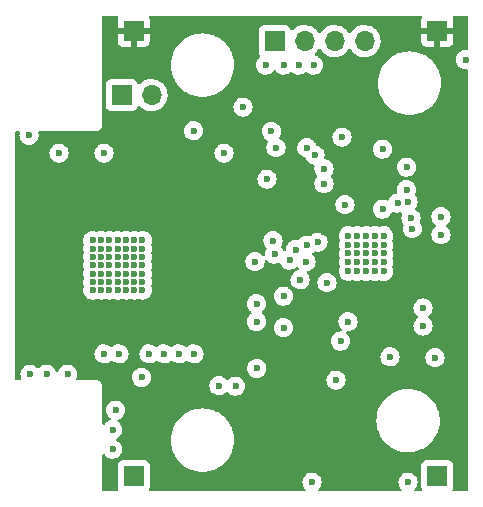
<source format=gbr>
%TF.GenerationSoftware,KiCad,Pcbnew,(6.0.0-0)*%
%TF.CreationDate,2022-03-10T17:30:29+01:00*%
%TF.ProjectId,CompactMotor,436f6d70-6163-4744-9d6f-746f722e6b69,rev?*%
%TF.SameCoordinates,Original*%
%TF.FileFunction,Copper,L3,Inr*%
%TF.FilePolarity,Positive*%
%FSLAX46Y46*%
G04 Gerber Fmt 4.6, Leading zero omitted, Abs format (unit mm)*
G04 Created by KiCad (PCBNEW (6.0.0-0)) date 2022-03-10 17:30:29*
%MOMM*%
%LPD*%
G01*
G04 APERTURE LIST*
%TA.AperFunction,ComponentPad*%
%ADD10R,1.700000X1.700000*%
%TD*%
%TA.AperFunction,ComponentPad*%
%ADD11O,1.700000X1.700000*%
%TD*%
%TA.AperFunction,ViaPad*%
%ADD12C,0.600000*%
%TD*%
G04 APERTURE END LIST*
D10*
%TO.N,GNDREF*%
%TO.C,J3*%
X2159000Y-7239000D03*
D11*
%TO.N,IO0*%
X4699000Y-7239000D03*
%TD*%
D10*
%TO.N,STALLPLUS*%
%TO.C,J8*%
X3175000Y-39497000D03*
%TD*%
%TO.N,5V0*%
%TO.C,J7*%
X3175000Y-1778000D03*
%TD*%
%TO.N,STALLMINUS*%
%TO.C,J6*%
X28899000Y-39497000D03*
%TD*%
%TO.N,5V0*%
%TO.C,J5*%
X28899000Y-1778000D03*
%TD*%
%TO.N,Net-(J1-Pad1)*%
%TO.C,J1*%
X15113000Y-2667000D03*
D11*
%TO.N,Net-(J1-Pad2)*%
X17653000Y-2667000D03*
%TO.N,Net-(J1-Pad3)*%
X20193000Y-2667000D03*
%TO.N,Net-(J1-Pad4)*%
X22733000Y-2667000D03*
%TD*%
D12*
%TO.N,GNDREF*%
X24360000Y-19150000D03*
X23610000Y-19150000D03*
X24360000Y-19900000D03*
X23610000Y-19900000D03*
X21360000Y-19150000D03*
X22110000Y-19150000D03*
X22860000Y-19150000D03*
X21360000Y-19900000D03*
X22110000Y-19900000D03*
X22860000Y-19900000D03*
X21360000Y-22150000D03*
X22110000Y-22150000D03*
X21360000Y-21400000D03*
X22110000Y-21400000D03*
X21360000Y-20650000D03*
X22110000Y-20650000D03*
X24360000Y-22150000D03*
X23610000Y-22150000D03*
X22860000Y-22150000D03*
X24360000Y-21400000D03*
X23610000Y-21400000D03*
X22860000Y-21400000D03*
X24360000Y-20650000D03*
X23610000Y-20650000D03*
X22860000Y-20650000D03*
X3928000Y-19550000D03*
X3228000Y-19550000D03*
X2528000Y-19550000D03*
X3928000Y-20250000D03*
X3228000Y-20250000D03*
X2528000Y-20250000D03*
X3928000Y-20950000D03*
X3228000Y-20950000D03*
X2528000Y-20950000D03*
X-272000Y-19550000D03*
X428000Y-19550000D03*
X1128000Y-19550000D03*
X1828000Y-19550000D03*
X-272000Y-20250000D03*
X428000Y-20250000D03*
X1128000Y-20250000D03*
X1828000Y-20250000D03*
X-272000Y-20950000D03*
X428000Y-20950000D03*
X1128000Y-20950000D03*
X1828000Y-20950000D03*
X-272000Y-23750000D03*
X428000Y-23750000D03*
X1128000Y-23750000D03*
X-272000Y-23050000D03*
X428000Y-23050000D03*
X1128000Y-23050000D03*
X-272000Y-22350000D03*
X428000Y-22350000D03*
X1128000Y-22350000D03*
X-272000Y-21650000D03*
X428000Y-21650000D03*
X1128000Y-21650000D03*
X3928000Y-23750000D03*
X3228000Y-23750000D03*
X2528000Y-23750000D03*
X1828000Y-23750000D03*
X3928000Y-23050000D03*
X3228000Y-23050000D03*
X2528000Y-23050000D03*
X1828000Y-23050000D03*
X3928000Y-22350000D03*
X3228000Y-22350000D03*
X2528000Y-22350000D03*
X1828000Y-22350000D03*
X3928000Y-21650000D03*
X3228000Y-21650000D03*
X2528000Y-21650000D03*
X18288000Y-40005000D03*
%TO.N,DIAG1*%
X1948000Y-29150000D03*
X13589000Y-24892000D03*
X19558000Y-23114000D03*
X26670000Y-17653000D03*
X17272000Y-22879500D03*
%TO.N,DIAG0*%
X14986000Y-19558000D03*
X13462000Y-21336000D03*
X24257000Y-11811000D03*
X19304000Y-13462000D03*
X678000Y-29150000D03*
%TO.N,DC0*%
X13610558Y-30374558D03*
X8298000Y-29150000D03*
X20701000Y-28067000D03*
X24257000Y-16891000D03*
X21336000Y-26416000D03*
%TO.N,Net-(R7-Pad1)*%
X678000Y-12150000D03*
%TO.N,Net-(R8-Pad1)*%
X-3132000Y-12150000D03*
%TO.N,GNDREF*%
X14478000Y-14351000D03*
%TO.N,IO0*%
X10838000Y-12150000D03*
%TO.N,Net-(J1-Pad4)*%
X31280519Y-4229519D03*
%TO.N,STALLMINUS*%
X11811000Y-31877000D03*
X7028000Y-29150000D03*
%TO.N,STALLPLUS*%
X5758000Y-29150000D03*
X10414000Y-31848500D03*
%TO.N,Net-(JP2-Pad2)*%
X3848393Y-31128129D03*
X4488000Y-29150000D03*
%TO.N,GNDREF*%
X15875000Y-26924000D03*
X15875000Y-24257000D03*
%TO.N,DCIN_CFG5*%
X26416000Y-16256000D03*
%TO.N,DCEN_CFG4*%
X25527000Y-16383000D03*
%TO.N,5V0*%
X19304000Y-18796000D03*
X15113000Y-28956000D03*
X29210000Y-15989000D03*
X29337000Y-12446000D03*
X20320000Y-39751000D03*
X27940000Y-17456000D03*
%TO.N,GNDREF*%
X13589000Y-26416000D03*
X19304000Y-14732000D03*
X21082000Y-16510000D03*
X1828000Y-21650000D03*
X1397000Y-35560000D03*
X20828000Y-10795000D03*
X-5669550Y-10645048D03*
X29210000Y-17526000D03*
X27686000Y-25260000D03*
X-5588000Y-30861000D03*
X20320000Y-31369000D03*
X29210000Y-19050000D03*
X27686000Y-26784000D03*
X26289000Y-13335000D03*
X1397000Y-37211000D03*
X26289000Y-15240000D03*
X24892000Y-29402500D03*
X26416000Y-40005000D03*
X1651000Y-33909000D03*
X28702000Y-29464000D03*
%TO.N,3V3*%
X-4191000Y-30861000D03*
%TO.N,EN*%
X-2413000Y-30861000D03*
%TO.N,SCK*%
X16383000Y-21209000D03*
%TO.N,DIR*%
X17850015Y-11684000D03*
X18796000Y-19685000D03*
X15240000Y-11684000D03*
%TO.N,STEP*%
X18542000Y-12319000D03*
X17850015Y-19939000D03*
X14837442Y-10308558D03*
%TO.N,TMC_EN*%
X12446000Y-8255000D03*
X26785876Y-18542990D03*
X8255000Y-10258500D03*
%TO.N,CS*%
X15113000Y-20701000D03*
%TO.N,MISO*%
X16891004Y-20320000D03*
%TO.N,MOSI*%
X17780000Y-21336000D03*
%TO.N,VM*%
X18415000Y-4699000D03*
X17145000Y-4699000D03*
X15875000Y-4699000D03*
X14351000Y-4699000D03*
%TD*%
%TA.AperFunction,Conductor*%
%TO.N,5V0*%
G36*
X1826778Y-528002D02*
G01*
X1873271Y-581658D01*
X1883375Y-651932D01*
X1873650Y-681096D01*
X1874828Y-681538D01*
X1826522Y-810394D01*
X1822895Y-825649D01*
X1817369Y-876514D01*
X1817000Y-883328D01*
X1817000Y-1505885D01*
X1821475Y-1521124D01*
X1822865Y-1522329D01*
X1830548Y-1524000D01*
X4514884Y-1524000D01*
X4530123Y-1519525D01*
X4531328Y-1518135D01*
X4532999Y-1510452D01*
X4532999Y-883331D01*
X4532629Y-876510D01*
X4527105Y-825648D01*
X4523479Y-810396D01*
X4475172Y-681538D01*
X4477772Y-680563D01*
X4465654Y-625149D01*
X4490392Y-558601D01*
X4547182Y-515993D01*
X4591343Y-508000D01*
X27482657Y-508000D01*
X27550778Y-528002D01*
X27597271Y-581658D01*
X27607375Y-651932D01*
X27597650Y-681096D01*
X27598828Y-681538D01*
X27550522Y-810394D01*
X27546895Y-825649D01*
X27541369Y-876514D01*
X27541000Y-883328D01*
X27541000Y-1505885D01*
X27545475Y-1521124D01*
X27546865Y-1522329D01*
X27554548Y-1524000D01*
X30238884Y-1524000D01*
X30254123Y-1519525D01*
X30255328Y-1518135D01*
X30256999Y-1510452D01*
X30256999Y-883331D01*
X30256629Y-876510D01*
X30251105Y-825648D01*
X30247479Y-810396D01*
X30199172Y-681538D01*
X30201772Y-680563D01*
X30189654Y-625149D01*
X30214392Y-558601D01*
X30271182Y-515993D01*
X30315343Y-508000D01*
X31366000Y-508000D01*
X31434121Y-528002D01*
X31480614Y-581658D01*
X31492000Y-634000D01*
X31492000Y-3298546D01*
X31471998Y-3366667D01*
X31418342Y-3413160D01*
X31351082Y-3423660D01*
X31286199Y-3415923D01*
X31279196Y-3416659D01*
X31279195Y-3416659D01*
X31112807Y-3434147D01*
X31112805Y-3434148D01*
X31105807Y-3434883D01*
X30934098Y-3493337D01*
X30928094Y-3497031D01*
X30785614Y-3584685D01*
X30785611Y-3584687D01*
X30779607Y-3588381D01*
X30774572Y-3593312D01*
X30774569Y-3593314D01*
X30655044Y-3710362D01*
X30650012Y-3715290D01*
X30551754Y-3867757D01*
X30549345Y-3874377D01*
X30549343Y-3874380D01*
X30501334Y-4006284D01*
X30489716Y-4038204D01*
X30466982Y-4218159D01*
X30484682Y-4398679D01*
X30541937Y-4570792D01*
X30545584Y-4576814D01*
X30545585Y-4576816D01*
X30631872Y-4719293D01*
X30635899Y-4725943D01*
X30640788Y-4731006D01*
X30640789Y-4731007D01*
X30658812Y-4749670D01*
X30761901Y-4856421D01*
X30913678Y-4955741D01*
X30920282Y-4958197D01*
X30920284Y-4958198D01*
X31077077Y-5016509D01*
X31077079Y-5016509D01*
X31083687Y-5018967D01*
X31167514Y-5030152D01*
X31256499Y-5042026D01*
X31256503Y-5042026D01*
X31263480Y-5042957D01*
X31270491Y-5042319D01*
X31270495Y-5042319D01*
X31354580Y-5034666D01*
X31424233Y-5048411D01*
X31475398Y-5097632D01*
X31492000Y-5160147D01*
X31492000Y-40666000D01*
X31471998Y-40734121D01*
X31418342Y-40780614D01*
X31366000Y-40792000D01*
X30302231Y-40792000D01*
X30234110Y-40771998D01*
X30187617Y-40718342D01*
X30177513Y-40648068D01*
X30191712Y-40605489D01*
X30194229Y-40600891D01*
X30199615Y-40593705D01*
X30250745Y-40457316D01*
X30257500Y-40395134D01*
X30257500Y-38598866D01*
X30250745Y-38536684D01*
X30199615Y-38400295D01*
X30112261Y-38283739D01*
X29995705Y-38196385D01*
X29859316Y-38145255D01*
X29797134Y-38138500D01*
X28000866Y-38138500D01*
X27938684Y-38145255D01*
X27802295Y-38196385D01*
X27685739Y-38283739D01*
X27598385Y-38400295D01*
X27547255Y-38536684D01*
X27540500Y-38598866D01*
X27540500Y-40395134D01*
X27547255Y-40457316D01*
X27598385Y-40593705D01*
X27603771Y-40600891D01*
X27606288Y-40605489D01*
X27621458Y-40674846D01*
X27596723Y-40741395D01*
X27539935Y-40784006D01*
X27495769Y-40792000D01*
X27077043Y-40792000D01*
X27008922Y-40771998D01*
X26962429Y-40718342D01*
X26952325Y-40648068D01*
X26981819Y-40583488D01*
X26990151Y-40574755D01*
X27034159Y-40532847D01*
X27034166Y-40532839D01*
X27039266Y-40527982D01*
X27139643Y-40376902D01*
X27204055Y-40207338D01*
X27205035Y-40200366D01*
X27228748Y-40031639D01*
X27228748Y-40031636D01*
X27229299Y-40027717D01*
X27229616Y-40005000D01*
X27209397Y-39824745D01*
X27207080Y-39818091D01*
X27152064Y-39660106D01*
X27152062Y-39660103D01*
X27149745Y-39653448D01*
X27053626Y-39499624D01*
X27039941Y-39485843D01*
X26930778Y-39375915D01*
X26930774Y-39375912D01*
X26925815Y-39370918D01*
X26914697Y-39363862D01*
X26866538Y-39333300D01*
X26772666Y-39273727D01*
X26743463Y-39263328D01*
X26608425Y-39215243D01*
X26608420Y-39215242D01*
X26601790Y-39212881D01*
X26594802Y-39212048D01*
X26594799Y-39212047D01*
X26471698Y-39197368D01*
X26421680Y-39191404D01*
X26414677Y-39192140D01*
X26414676Y-39192140D01*
X26248288Y-39209628D01*
X26248286Y-39209629D01*
X26241288Y-39210364D01*
X26069579Y-39268818D01*
X26063575Y-39272512D01*
X25921095Y-39360166D01*
X25921092Y-39360168D01*
X25915088Y-39363862D01*
X25910053Y-39368793D01*
X25910050Y-39368795D01*
X25790525Y-39485843D01*
X25785493Y-39490771D01*
X25687235Y-39643238D01*
X25684826Y-39649858D01*
X25684824Y-39649861D01*
X25627606Y-39807066D01*
X25625197Y-39813685D01*
X25602463Y-39993640D01*
X25620163Y-40174160D01*
X25677418Y-40346273D01*
X25681065Y-40352295D01*
X25681066Y-40352297D01*
X25739910Y-40449460D01*
X25771380Y-40501424D01*
X25776270Y-40506487D01*
X25776274Y-40506493D01*
X25845785Y-40578473D01*
X25878718Y-40641369D01*
X25872418Y-40712086D01*
X25828887Y-40768170D01*
X25755149Y-40792000D01*
X18949043Y-40792000D01*
X18880922Y-40771998D01*
X18834429Y-40718342D01*
X18824325Y-40648068D01*
X18853819Y-40583488D01*
X18862151Y-40574755D01*
X18906159Y-40532847D01*
X18906166Y-40532839D01*
X18911266Y-40527982D01*
X19011643Y-40376902D01*
X19076055Y-40207338D01*
X19077035Y-40200366D01*
X19100748Y-40031639D01*
X19100748Y-40031636D01*
X19101299Y-40027717D01*
X19101616Y-40005000D01*
X19081397Y-39824745D01*
X19079080Y-39818091D01*
X19024064Y-39660106D01*
X19024062Y-39660103D01*
X19021745Y-39653448D01*
X18925626Y-39499624D01*
X18911941Y-39485843D01*
X18802778Y-39375915D01*
X18802774Y-39375912D01*
X18797815Y-39370918D01*
X18786697Y-39363862D01*
X18738538Y-39333300D01*
X18644666Y-39273727D01*
X18615463Y-39263328D01*
X18480425Y-39215243D01*
X18480420Y-39215242D01*
X18473790Y-39212881D01*
X18466802Y-39212048D01*
X18466799Y-39212047D01*
X18343698Y-39197368D01*
X18293680Y-39191404D01*
X18286677Y-39192140D01*
X18286676Y-39192140D01*
X18120288Y-39209628D01*
X18120286Y-39209629D01*
X18113288Y-39210364D01*
X17941579Y-39268818D01*
X17935575Y-39272512D01*
X17793095Y-39360166D01*
X17793092Y-39360168D01*
X17787088Y-39363862D01*
X17782053Y-39368793D01*
X17782050Y-39368795D01*
X17662525Y-39485843D01*
X17657493Y-39490771D01*
X17559235Y-39643238D01*
X17556826Y-39649858D01*
X17556824Y-39649861D01*
X17499606Y-39807066D01*
X17497197Y-39813685D01*
X17474463Y-39993640D01*
X17492163Y-40174160D01*
X17549418Y-40346273D01*
X17553065Y-40352295D01*
X17553066Y-40352297D01*
X17611910Y-40449460D01*
X17643380Y-40501424D01*
X17648270Y-40506487D01*
X17648274Y-40506493D01*
X17717785Y-40578473D01*
X17750718Y-40641369D01*
X17744418Y-40712086D01*
X17700887Y-40768170D01*
X17627149Y-40792000D01*
X4578231Y-40792000D01*
X4510110Y-40771998D01*
X4463617Y-40718342D01*
X4453513Y-40648068D01*
X4467712Y-40605489D01*
X4470229Y-40600891D01*
X4475615Y-40593705D01*
X4526745Y-40457316D01*
X4533500Y-40395134D01*
X4533500Y-38598866D01*
X4526745Y-38536684D01*
X4475615Y-38400295D01*
X4388261Y-38283739D01*
X4271705Y-38196385D01*
X4135316Y-38145255D01*
X4073134Y-38138500D01*
X2276866Y-38138500D01*
X2214684Y-38145255D01*
X2078295Y-38196385D01*
X1961739Y-38283739D01*
X1874385Y-38400295D01*
X1823255Y-38536684D01*
X1816500Y-38598866D01*
X1816500Y-40395134D01*
X1823255Y-40457316D01*
X1874385Y-40593705D01*
X1879771Y-40600891D01*
X1882288Y-40605489D01*
X1897458Y-40674846D01*
X1872723Y-40741395D01*
X1815935Y-40784006D01*
X1771769Y-40792000D01*
X634000Y-40792000D01*
X565879Y-40771998D01*
X519386Y-40718342D01*
X508000Y-40666000D01*
X508000Y-37755186D01*
X528002Y-37687065D01*
X581658Y-37640572D01*
X651932Y-37630468D01*
X716512Y-37659962D01*
X741775Y-37689914D01*
X748730Y-37701398D01*
X748733Y-37701401D01*
X752380Y-37707424D01*
X757269Y-37712487D01*
X757270Y-37712488D01*
X834121Y-37792068D01*
X878382Y-37837902D01*
X1030159Y-37937222D01*
X1036763Y-37939678D01*
X1036765Y-37939679D01*
X1193558Y-37997990D01*
X1193560Y-37997990D01*
X1200168Y-38000448D01*
X1283995Y-38011633D01*
X1372980Y-38023507D01*
X1372984Y-38023507D01*
X1379961Y-38024438D01*
X1386972Y-38023800D01*
X1386976Y-38023800D01*
X1529459Y-38010832D01*
X1560600Y-38007998D01*
X1567302Y-38005820D01*
X1567304Y-38005820D01*
X1726409Y-37954124D01*
X1726412Y-37954123D01*
X1733108Y-37951947D01*
X1888912Y-37859069D01*
X2020266Y-37733982D01*
X2120643Y-37582902D01*
X2163193Y-37470890D01*
X2182555Y-37419920D01*
X2182556Y-37419918D01*
X2185055Y-37413338D01*
X2210299Y-37233717D01*
X2210616Y-37211000D01*
X2190397Y-37030745D01*
X2188080Y-37024091D01*
X2133064Y-36866106D01*
X2133062Y-36866103D01*
X2130745Y-36859448D01*
X2034626Y-36705624D01*
X2020941Y-36691843D01*
X1911778Y-36581915D01*
X1911774Y-36581912D01*
X1906815Y-36576918D01*
X1895697Y-36569862D01*
X1779049Y-36495835D01*
X6333819Y-36495835D01*
X6340594Y-36581915D01*
X6357340Y-36794691D01*
X6359527Y-36822484D01*
X6424851Y-37143564D01*
X6453691Y-37229757D01*
X6518522Y-37423516D01*
X6528819Y-37454291D01*
X6669879Y-37750030D01*
X6671941Y-37753267D01*
X6671944Y-37753272D01*
X6722631Y-37832834D01*
X6845930Y-38026375D01*
X6848373Y-38029338D01*
X6848374Y-38029340D01*
X6996964Y-38209593D01*
X7054347Y-38279204D01*
X7292022Y-38504749D01*
X7555412Y-38699648D01*
X7698002Y-38780321D01*
X7837235Y-38859096D01*
X7837239Y-38859098D01*
X7840592Y-38860995D01*
X8143309Y-38986384D01*
X8248077Y-39015439D01*
X8455334Y-39072917D01*
X8455342Y-39072919D01*
X8459050Y-39073947D01*
X8783110Y-39122378D01*
X8786408Y-39122522D01*
X8899045Y-39127440D01*
X8899049Y-39127440D01*
X8900421Y-39127500D01*
X9100221Y-39127500D01*
X9344047Y-39112587D01*
X9347830Y-39111886D01*
X9347837Y-39111885D01*
X9505133Y-39082731D01*
X9666219Y-39052876D01*
X9793817Y-39012644D01*
X9975045Y-38955504D01*
X9975052Y-38955501D01*
X9978713Y-38954347D01*
X10187722Y-38859096D01*
X10273372Y-38820063D01*
X10273376Y-38820061D01*
X10276869Y-38818469D01*
X10280138Y-38816465D01*
X10280145Y-38816462D01*
X10552966Y-38649277D01*
X10552969Y-38649275D01*
X10556244Y-38647268D01*
X10559248Y-38644878D01*
X10559253Y-38644875D01*
X10809661Y-38445691D01*
X10809660Y-38445691D01*
X10812672Y-38443296D01*
X10846667Y-38408703D01*
X10971326Y-38281848D01*
X11042331Y-38209593D01*
X11052466Y-38196385D01*
X11239447Y-37952707D01*
X11239449Y-37952704D01*
X11241797Y-37949644D01*
X11408096Y-37667324D01*
X11497451Y-37461822D01*
X11537214Y-37370375D01*
X11537215Y-37370372D01*
X11538750Y-37366842D01*
X11631810Y-37052676D01*
X11685889Y-36729512D01*
X11700181Y-36402165D01*
X11683239Y-36186902D01*
X11674775Y-36079351D01*
X11674775Y-36079348D01*
X11674473Y-36075516D01*
X11609149Y-35754436D01*
X11545417Y-35563962D01*
X11506401Y-35447354D01*
X11506399Y-35447348D01*
X11505181Y-35443709D01*
X11364121Y-35147970D01*
X11354867Y-35133443D01*
X11236953Y-34948356D01*
X11188070Y-34871625D01*
X11165986Y-34844835D01*
X23732819Y-34844835D01*
X23739594Y-34930915D01*
X23753994Y-35113882D01*
X23758527Y-35171484D01*
X23823851Y-35492564D01*
X23852691Y-35578757D01*
X23916319Y-35768920D01*
X23927819Y-35803291D01*
X24068879Y-36099030D01*
X24070941Y-36102267D01*
X24070944Y-36102272D01*
X24115581Y-36172338D01*
X24244930Y-36375375D01*
X24247373Y-36378338D01*
X24247374Y-36378340D01*
X24411070Y-36576918D01*
X24453347Y-36628204D01*
X24691022Y-36853749D01*
X24954412Y-37048648D01*
X25097002Y-37129322D01*
X25236235Y-37208096D01*
X25236239Y-37208098D01*
X25239592Y-37209995D01*
X25542309Y-37335384D01*
X25642422Y-37363148D01*
X25854334Y-37421917D01*
X25854342Y-37421919D01*
X25858050Y-37422947D01*
X26182110Y-37471378D01*
X26185408Y-37471522D01*
X26298045Y-37476440D01*
X26298049Y-37476440D01*
X26299421Y-37476500D01*
X26499221Y-37476500D01*
X26743047Y-37461587D01*
X26746830Y-37460886D01*
X26746837Y-37460885D01*
X26904133Y-37431732D01*
X27065219Y-37401876D01*
X27192817Y-37361644D01*
X27374045Y-37304504D01*
X27374052Y-37304501D01*
X27377713Y-37303347D01*
X27539191Y-37229757D01*
X27672372Y-37169063D01*
X27672376Y-37169061D01*
X27675869Y-37167469D01*
X27679138Y-37165465D01*
X27679145Y-37165462D01*
X27951966Y-36998277D01*
X27951969Y-36998275D01*
X27955244Y-36996268D01*
X27958248Y-36993878D01*
X27958253Y-36993875D01*
X28208661Y-36794691D01*
X28208660Y-36794691D01*
X28211672Y-36792296D01*
X28219390Y-36784443D01*
X28370326Y-36630848D01*
X28441331Y-36558593D01*
X28509375Y-36469917D01*
X28638447Y-36301707D01*
X28638449Y-36301704D01*
X28640797Y-36298644D01*
X28807096Y-36016324D01*
X28919332Y-35758201D01*
X28936214Y-35719375D01*
X28936215Y-35719372D01*
X28937750Y-35715842D01*
X29030810Y-35401676D01*
X29084889Y-35078512D01*
X29099181Y-34751165D01*
X29082239Y-34535902D01*
X29073775Y-34428351D01*
X29073775Y-34428348D01*
X29073473Y-34424516D01*
X29008149Y-34103436D01*
X28943622Y-33910586D01*
X28905401Y-33796354D01*
X28905399Y-33796348D01*
X28904181Y-33792709D01*
X28763121Y-33496970D01*
X28587070Y-33220625D01*
X28554823Y-33181506D01*
X28381096Y-32970759D01*
X28381092Y-32970755D01*
X28378653Y-32967796D01*
X28140978Y-32742251D01*
X27877588Y-32547352D01*
X27671120Y-32430538D01*
X27595765Y-32387904D01*
X27595761Y-32387902D01*
X27592408Y-32386005D01*
X27557347Y-32371482D01*
X27399152Y-32305956D01*
X27289691Y-32260616D01*
X27105846Y-32209631D01*
X26977666Y-32174083D01*
X26977658Y-32174081D01*
X26973950Y-32173053D01*
X26649890Y-32124622D01*
X26646592Y-32124478D01*
X26533955Y-32119560D01*
X26533951Y-32119560D01*
X26532579Y-32119500D01*
X26332779Y-32119500D01*
X26088953Y-32134413D01*
X26085170Y-32135114D01*
X26085163Y-32135115D01*
X25954243Y-32159380D01*
X25766781Y-32194124D01*
X25639183Y-32234356D01*
X25457955Y-32291496D01*
X25457948Y-32291499D01*
X25454287Y-32292653D01*
X25344046Y-32342893D01*
X25159628Y-32426937D01*
X25159624Y-32426939D01*
X25156131Y-32428531D01*
X25152862Y-32430535D01*
X25152855Y-32430538D01*
X24889987Y-32591624D01*
X24876756Y-32599732D01*
X24873752Y-32602122D01*
X24873747Y-32602125D01*
X24782587Y-32674637D01*
X24620328Y-32803704D01*
X24390669Y-33037407D01*
X24388324Y-33040463D01*
X24213835Y-33267862D01*
X24191203Y-33297356D01*
X24024904Y-33579676D01*
X24023369Y-33583207D01*
X23909789Y-33844422D01*
X23894250Y-33880158D01*
X23801190Y-34194324D01*
X23747111Y-34517488D01*
X23732819Y-34844835D01*
X11165986Y-34844835D01*
X11162815Y-34840988D01*
X10982096Y-34621759D01*
X10982092Y-34621755D01*
X10979653Y-34618796D01*
X10741978Y-34393251D01*
X10478588Y-34198352D01*
X10312468Y-34104366D01*
X10196765Y-34038904D01*
X10196761Y-34038902D01*
X10193408Y-34037005D01*
X9890691Y-33911616D01*
X9785923Y-33882561D01*
X9578666Y-33825083D01*
X9578658Y-33825081D01*
X9574950Y-33824053D01*
X9250890Y-33775622D01*
X9247592Y-33775478D01*
X9134955Y-33770560D01*
X9134951Y-33770560D01*
X9133579Y-33770500D01*
X8933779Y-33770500D01*
X8689953Y-33785413D01*
X8686170Y-33786114D01*
X8686163Y-33786115D01*
X8528867Y-33815269D01*
X8367781Y-33845124D01*
X8244952Y-33883852D01*
X8058955Y-33942496D01*
X8058948Y-33942499D01*
X8055287Y-33943653D01*
X7906209Y-34011592D01*
X7760628Y-34077937D01*
X7760624Y-34077939D01*
X7757131Y-34079531D01*
X7753862Y-34081535D01*
X7753855Y-34081538D01*
X7481034Y-34248723D01*
X7477756Y-34250732D01*
X7474752Y-34253122D01*
X7474747Y-34253125D01*
X7448109Y-34274314D01*
X7221328Y-34454704D01*
X7218636Y-34457443D01*
X7218632Y-34457447D01*
X7102162Y-34575968D01*
X6991669Y-34688407D01*
X6989324Y-34691463D01*
X6814835Y-34918862D01*
X6792203Y-34948356D01*
X6625904Y-35230676D01*
X6495250Y-35531158D01*
X6402190Y-35845324D01*
X6348111Y-36168488D01*
X6333819Y-36495835D01*
X1779049Y-36495835D01*
X1771373Y-36490964D01*
X1724574Y-36437575D01*
X1714069Y-36367360D01*
X1743193Y-36302612D01*
X1774367Y-36276352D01*
X1888912Y-36208069D01*
X2020266Y-36082982D01*
X2120643Y-35931902D01*
X2162423Y-35821917D01*
X2182555Y-35768920D01*
X2182556Y-35768918D01*
X2185055Y-35762338D01*
X2210299Y-35582717D01*
X2210616Y-35560000D01*
X2190397Y-35379745D01*
X2188080Y-35373091D01*
X2133064Y-35215106D01*
X2133062Y-35215103D01*
X2130745Y-35208448D01*
X2034626Y-35054624D01*
X2020941Y-35040843D01*
X1911778Y-34930915D01*
X1911774Y-34930912D01*
X1906815Y-34925918D01*
X1872474Y-34904124D01*
X1825677Y-34850738D01*
X1815172Y-34780523D01*
X1844295Y-34715774D01*
X1901053Y-34677908D01*
X1980411Y-34652123D01*
X1987108Y-34649947D01*
X2142912Y-34557069D01*
X2274266Y-34431982D01*
X2374643Y-34280902D01*
X2439055Y-34111338D01*
X2440678Y-34099791D01*
X2463748Y-33935639D01*
X2463748Y-33935636D01*
X2464299Y-33931717D01*
X2464616Y-33909000D01*
X2444397Y-33728745D01*
X2442080Y-33722091D01*
X2387064Y-33564106D01*
X2387062Y-33564103D01*
X2384745Y-33557448D01*
X2288626Y-33403624D01*
X2274941Y-33389843D01*
X2165778Y-33279915D01*
X2165774Y-33279912D01*
X2160815Y-33274918D01*
X2149697Y-33267862D01*
X2080374Y-33223869D01*
X2007666Y-33177727D01*
X1978463Y-33167328D01*
X1843425Y-33119243D01*
X1843420Y-33119242D01*
X1836790Y-33116881D01*
X1829802Y-33116048D01*
X1829799Y-33116047D01*
X1706698Y-33101368D01*
X1656680Y-33095404D01*
X1649677Y-33096140D01*
X1649676Y-33096140D01*
X1483288Y-33113628D01*
X1483286Y-33113629D01*
X1476288Y-33114364D01*
X1304579Y-33172818D01*
X1298575Y-33176512D01*
X1156095Y-33264166D01*
X1156092Y-33264168D01*
X1150088Y-33267862D01*
X1145053Y-33272793D01*
X1145050Y-33272795D01*
X1116574Y-33300681D01*
X1020493Y-33394771D01*
X922235Y-33547238D01*
X919826Y-33553858D01*
X919824Y-33553861D01*
X910428Y-33579676D01*
X860197Y-33717685D01*
X837463Y-33897640D01*
X855163Y-34078160D01*
X912418Y-34250273D01*
X916065Y-34256295D01*
X916066Y-34256297D01*
X999008Y-34393251D01*
X1006380Y-34405424D01*
X1011269Y-34410487D01*
X1011270Y-34410488D01*
X1053969Y-34454704D01*
X1132382Y-34535902D01*
X1138275Y-34539758D01*
X1177640Y-34565518D01*
X1223688Y-34619556D01*
X1233211Y-34689911D01*
X1203186Y-34754246D01*
X1149252Y-34790227D01*
X1050579Y-34823818D01*
X988109Y-34862250D01*
X902095Y-34915166D01*
X902092Y-34915168D01*
X896088Y-34918862D01*
X891053Y-34923793D01*
X891050Y-34923795D01*
X771525Y-35040843D01*
X766493Y-35045771D01*
X760788Y-35054624D01*
X739911Y-35087018D01*
X686197Y-35133443D01*
X615910Y-35143458D01*
X551367Y-35113882D01*
X513059Y-35054108D01*
X508000Y-35018763D01*
X508000Y-31885702D01*
X508002Y-31884932D01*
X508050Y-31877000D01*
X508476Y-31807348D01*
X506010Y-31798719D01*
X506009Y-31798714D01*
X500361Y-31778952D01*
X496783Y-31762191D01*
X493870Y-31741848D01*
X493867Y-31741838D01*
X492595Y-31732955D01*
X481979Y-31709605D01*
X475536Y-31692093D01*
X470954Y-31676063D01*
X468488Y-31667435D01*
X452726Y-31642452D01*
X444596Y-31627386D01*
X432367Y-31600490D01*
X415626Y-31581061D01*
X404521Y-31566053D01*
X395630Y-31551961D01*
X390840Y-31544369D01*
X368703Y-31524818D01*
X356659Y-31512626D01*
X343239Y-31497051D01*
X343237Y-31497050D01*
X337381Y-31490253D01*
X329853Y-31485374D01*
X329850Y-31485371D01*
X315861Y-31476304D01*
X300987Y-31465014D01*
X288502Y-31453988D01*
X281772Y-31448044D01*
X273646Y-31444229D01*
X273645Y-31444228D01*
X267979Y-31441568D01*
X255034Y-31435490D01*
X240065Y-31427176D01*
X215273Y-31411107D01*
X190709Y-31403761D01*
X173264Y-31397099D01*
X170154Y-31395639D01*
X150052Y-31386201D01*
X120870Y-31381657D01*
X104151Y-31377874D01*
X84464Y-31371986D01*
X84461Y-31371985D01*
X75859Y-31369413D01*
X66884Y-31369358D01*
X66883Y-31369358D01*
X60190Y-31369317D01*
X41444Y-31369203D01*
X40672Y-31369170D01*
X39577Y-31369000D01*
X8702Y-31369000D01*
X7932Y-31368998D01*
X-65716Y-31368548D01*
X-65717Y-31368548D01*
X-69652Y-31368524D01*
X-70996Y-31368908D01*
X-72341Y-31369000D01*
X-1558408Y-31369000D01*
X-1626529Y-31348998D01*
X-1673022Y-31295342D01*
X-1683126Y-31225068D01*
X-1676196Y-31198256D01*
X-1645242Y-31116769D01*
X3034856Y-31116769D01*
X3052556Y-31297289D01*
X3109811Y-31469402D01*
X3113458Y-31475424D01*
X3113459Y-31475426D01*
X3194149Y-31608661D01*
X3203773Y-31624553D01*
X3208662Y-31629616D01*
X3208663Y-31629617D01*
X3237858Y-31659849D01*
X3329775Y-31755031D01*
X3335671Y-31758889D01*
X3423438Y-31816322D01*
X3481552Y-31854351D01*
X3488156Y-31856807D01*
X3488158Y-31856808D01*
X3644951Y-31915119D01*
X3644953Y-31915119D01*
X3651561Y-31917577D01*
X3735388Y-31928762D01*
X3824373Y-31940636D01*
X3824377Y-31940636D01*
X3831354Y-31941567D01*
X3838365Y-31940929D01*
X3838369Y-31940929D01*
X3980852Y-31927961D01*
X4011993Y-31925127D01*
X4018695Y-31922949D01*
X4018697Y-31922949D01*
X4177802Y-31871253D01*
X4177805Y-31871252D01*
X4184501Y-31869076D01*
X4238074Y-31837140D01*
X9600463Y-31837140D01*
X9618163Y-32017660D01*
X9675418Y-32189773D01*
X9679065Y-32195795D01*
X9679066Y-32195797D01*
X9755593Y-32322158D01*
X9769380Y-32344924D01*
X9774269Y-32349987D01*
X9774270Y-32349988D01*
X9848580Y-32426937D01*
X9895382Y-32475402D01*
X10047159Y-32574722D01*
X10053763Y-32577178D01*
X10053765Y-32577179D01*
X10210558Y-32635490D01*
X10210560Y-32635490D01*
X10217168Y-32637948D01*
X10300995Y-32649133D01*
X10389980Y-32661007D01*
X10389984Y-32661007D01*
X10396961Y-32661938D01*
X10403972Y-32661300D01*
X10403976Y-32661300D01*
X10546459Y-32648332D01*
X10577600Y-32645498D01*
X10584302Y-32643320D01*
X10584304Y-32643320D01*
X10743409Y-32591624D01*
X10743412Y-32591623D01*
X10750108Y-32589447D01*
X10905912Y-32496569D01*
X10947800Y-32456680D01*
X11012939Y-32394649D01*
X11076064Y-32362157D01*
X11146735Y-32368950D01*
X11190467Y-32398368D01*
X11287483Y-32498830D01*
X11287488Y-32498834D01*
X11292382Y-32503902D01*
X11298278Y-32507760D01*
X11435756Y-32597723D01*
X11444159Y-32603222D01*
X11450763Y-32605678D01*
X11450765Y-32605679D01*
X11607558Y-32663990D01*
X11607560Y-32663990D01*
X11614168Y-32666448D01*
X11697995Y-32677633D01*
X11786980Y-32689507D01*
X11786984Y-32689507D01*
X11793961Y-32690438D01*
X11800972Y-32689800D01*
X11800976Y-32689800D01*
X11943459Y-32676832D01*
X11974600Y-32673998D01*
X11981302Y-32671820D01*
X11981304Y-32671820D01*
X12140409Y-32620124D01*
X12140412Y-32620123D01*
X12147108Y-32617947D01*
X12243513Y-32560478D01*
X12296860Y-32528677D01*
X12296862Y-32528676D01*
X12302912Y-32525069D01*
X12434266Y-32399982D01*
X12534643Y-32248902D01*
X12599055Y-32079338D01*
X12610781Y-31995902D01*
X12623748Y-31903639D01*
X12623748Y-31903636D01*
X12624299Y-31899717D01*
X12624616Y-31877000D01*
X12604397Y-31696745D01*
X12593055Y-31664175D01*
X12547064Y-31532106D01*
X12547062Y-31532103D01*
X12544745Y-31525448D01*
X12483335Y-31427171D01*
X12452359Y-31377598D01*
X12448626Y-31371624D01*
X12442110Y-31365062D01*
X12434740Y-31357640D01*
X19506463Y-31357640D01*
X19524163Y-31538160D01*
X19581418Y-31710273D01*
X19585065Y-31716295D01*
X19585066Y-31716297D01*
X19666338Y-31850493D01*
X19675380Y-31865424D01*
X19680269Y-31870487D01*
X19680270Y-31870488D01*
X19757121Y-31950068D01*
X19801382Y-31995902D01*
X19807278Y-31999760D01*
X19939930Y-32086565D01*
X19953159Y-32095222D01*
X19959763Y-32097678D01*
X19959765Y-32097679D01*
X20116558Y-32155990D01*
X20116560Y-32155990D01*
X20123168Y-32158448D01*
X20206995Y-32169633D01*
X20295980Y-32181507D01*
X20295984Y-32181507D01*
X20302961Y-32182438D01*
X20309972Y-32181800D01*
X20309976Y-32181800D01*
X20452459Y-32168832D01*
X20483600Y-32165998D01*
X20490302Y-32163820D01*
X20490304Y-32163820D01*
X20649409Y-32112124D01*
X20649412Y-32112123D01*
X20656108Y-32109947D01*
X20752513Y-32052478D01*
X20805860Y-32020677D01*
X20805862Y-32020676D01*
X20811912Y-32017069D01*
X20943266Y-31891982D01*
X21043643Y-31740902D01*
X21108055Y-31571338D01*
X21110778Y-31551961D01*
X21132748Y-31395639D01*
X21132748Y-31395636D01*
X21133299Y-31391717D01*
X21133616Y-31369000D01*
X21113397Y-31188745D01*
X21111080Y-31182091D01*
X21056064Y-31024106D01*
X21056062Y-31024103D01*
X21053745Y-31017448D01*
X20957626Y-30863624D01*
X20951110Y-30857062D01*
X20834778Y-30739915D01*
X20834774Y-30739912D01*
X20829815Y-30734918D01*
X20818697Y-30727862D01*
X20738038Y-30676675D01*
X20676666Y-30637727D01*
X20607334Y-30613039D01*
X20512425Y-30579243D01*
X20512420Y-30579242D01*
X20505790Y-30576881D01*
X20498802Y-30576048D01*
X20498799Y-30576047D01*
X20375698Y-30561368D01*
X20325680Y-30555404D01*
X20318677Y-30556140D01*
X20318676Y-30556140D01*
X20152288Y-30573628D01*
X20152286Y-30573629D01*
X20145288Y-30574364D01*
X19973579Y-30632818D01*
X19967575Y-30636512D01*
X19825095Y-30724166D01*
X19825092Y-30724168D01*
X19819088Y-30727862D01*
X19814053Y-30732793D01*
X19814050Y-30732795D01*
X19694525Y-30849843D01*
X19689493Y-30854771D01*
X19591235Y-31007238D01*
X19588826Y-31013858D01*
X19588824Y-31013861D01*
X19531606Y-31171066D01*
X19529197Y-31177685D01*
X19506463Y-31357640D01*
X12434740Y-31357640D01*
X12325778Y-31247915D01*
X12325774Y-31247912D01*
X12320815Y-31242918D01*
X12309697Y-31235862D01*
X12256770Y-31202274D01*
X12167666Y-31145727D01*
X12106037Y-31123782D01*
X12003425Y-31087243D01*
X12003420Y-31087242D01*
X11996790Y-31084881D01*
X11989802Y-31084048D01*
X11989799Y-31084047D01*
X11866698Y-31069368D01*
X11816680Y-31063404D01*
X11809677Y-31064140D01*
X11809676Y-31064140D01*
X11643288Y-31081628D01*
X11643286Y-31081629D01*
X11636288Y-31082364D01*
X11464579Y-31140818D01*
X11458575Y-31144512D01*
X11316095Y-31232166D01*
X11316092Y-31232168D01*
X11310088Y-31235862D01*
X11305053Y-31240793D01*
X11305050Y-31240795D01*
X11254518Y-31290280D01*
X11214629Y-31329343D01*
X11214449Y-31329519D01*
X11151784Y-31362890D01*
X11081025Y-31357084D01*
X11036885Y-31328280D01*
X10928778Y-31219415D01*
X10928774Y-31219412D01*
X10923815Y-31214418D01*
X10912697Y-31207362D01*
X10823641Y-31150846D01*
X10770666Y-31117227D01*
X10739724Y-31106209D01*
X10606425Y-31058743D01*
X10606420Y-31058742D01*
X10599790Y-31056381D01*
X10592802Y-31055548D01*
X10592799Y-31055547D01*
X10468555Y-31040732D01*
X10419680Y-31034904D01*
X10412677Y-31035640D01*
X10412676Y-31035640D01*
X10246288Y-31053128D01*
X10246286Y-31053129D01*
X10239288Y-31053864D01*
X10067579Y-31112318D01*
X10059600Y-31117227D01*
X9919095Y-31203666D01*
X9919092Y-31203668D01*
X9913088Y-31207362D01*
X9908053Y-31212293D01*
X9908050Y-31212295D01*
X9788525Y-31329343D01*
X9783493Y-31334271D01*
X9685235Y-31486738D01*
X9682826Y-31493358D01*
X9682824Y-31493361D01*
X9654443Y-31571338D01*
X9623197Y-31657185D01*
X9600463Y-31837140D01*
X4238074Y-31837140D01*
X4280906Y-31811607D01*
X4334253Y-31779806D01*
X4334255Y-31779805D01*
X4340305Y-31776198D01*
X4471659Y-31651111D01*
X4572036Y-31500031D01*
X4618544Y-31377598D01*
X4633948Y-31337049D01*
X4633949Y-31337047D01*
X4636448Y-31330467D01*
X4637428Y-31323495D01*
X4661141Y-31154768D01*
X4661141Y-31154765D01*
X4661692Y-31150846D01*
X4662009Y-31128129D01*
X4641790Y-30947874D01*
X4639473Y-30941220D01*
X4584457Y-30783235D01*
X4584455Y-30783232D01*
X4582138Y-30776577D01*
X4495376Y-30637727D01*
X4489752Y-30628727D01*
X4486019Y-30622753D01*
X4472334Y-30608972D01*
X4363171Y-30499044D01*
X4363167Y-30499041D01*
X4358208Y-30494047D01*
X4347090Y-30486991D01*
X4211899Y-30401197D01*
X4205059Y-30396856D01*
X4175856Y-30386457D01*
X4110537Y-30363198D01*
X12797021Y-30363198D01*
X12814721Y-30543718D01*
X12871976Y-30715831D01*
X12875623Y-30721853D01*
X12875624Y-30721855D01*
X12959893Y-30861000D01*
X12965938Y-30870982D01*
X12970827Y-30876045D01*
X12970828Y-30876046D01*
X13036262Y-30943804D01*
X13091940Y-31001460D01*
X13151954Y-31040732D01*
X13214450Y-31081628D01*
X13243717Y-31100780D01*
X13250321Y-31103236D01*
X13250323Y-31103237D01*
X13407116Y-31161548D01*
X13407118Y-31161548D01*
X13413726Y-31164006D01*
X13497553Y-31175191D01*
X13586538Y-31187065D01*
X13586542Y-31187065D01*
X13593519Y-31187996D01*
X13600530Y-31187358D01*
X13600534Y-31187358D01*
X13743017Y-31174390D01*
X13774158Y-31171556D01*
X13780860Y-31169378D01*
X13780862Y-31169378D01*
X13939967Y-31117682D01*
X13939970Y-31117681D01*
X13946666Y-31115505D01*
X14051304Y-31053128D01*
X14096418Y-31026235D01*
X14096420Y-31026234D01*
X14102470Y-31022627D01*
X14233824Y-30897540D01*
X14334201Y-30746460D01*
X14384556Y-30613900D01*
X14396113Y-30583478D01*
X14396114Y-30583476D01*
X14398613Y-30576896D01*
X14401530Y-30556140D01*
X14423306Y-30401197D01*
X14423306Y-30401194D01*
X14423857Y-30397275D01*
X14424174Y-30374558D01*
X14403955Y-30194303D01*
X14401638Y-30187649D01*
X14346622Y-30029664D01*
X14346620Y-30029661D01*
X14344303Y-30023006D01*
X14307081Y-29963438D01*
X14251917Y-29875156D01*
X14248184Y-29869182D01*
X14220966Y-29841773D01*
X14125336Y-29745473D01*
X14125332Y-29745470D01*
X14120373Y-29740476D01*
X14109255Y-29733420D01*
X14061096Y-29702858D01*
X13967224Y-29643285D01*
X13919106Y-29626151D01*
X13802983Y-29584801D01*
X13802978Y-29584800D01*
X13796348Y-29582439D01*
X13789360Y-29581606D01*
X13789357Y-29581605D01*
X13666256Y-29566926D01*
X13616238Y-29560962D01*
X13609235Y-29561698D01*
X13609234Y-29561698D01*
X13442846Y-29579186D01*
X13442844Y-29579187D01*
X13435846Y-29579922D01*
X13264137Y-29638376D01*
X13218686Y-29666338D01*
X13115653Y-29729724D01*
X13115650Y-29729726D01*
X13109646Y-29733420D01*
X13104611Y-29738351D01*
X13104608Y-29738353D01*
X12985083Y-29855401D01*
X12980051Y-29860329D01*
X12881793Y-30012796D01*
X12879384Y-30019416D01*
X12879382Y-30019419D01*
X12833447Y-30145624D01*
X12819755Y-30183243D01*
X12797021Y-30363198D01*
X4110537Y-30363198D01*
X4040818Y-30338372D01*
X4040813Y-30338371D01*
X4034183Y-30336010D01*
X4027195Y-30335177D01*
X4027192Y-30335176D01*
X3904091Y-30320497D01*
X3854073Y-30314533D01*
X3847070Y-30315269D01*
X3847069Y-30315269D01*
X3680681Y-30332757D01*
X3680679Y-30332758D01*
X3673681Y-30333493D01*
X3501972Y-30391947D01*
X3439502Y-30430379D01*
X3353488Y-30483295D01*
X3353485Y-30483297D01*
X3347481Y-30486991D01*
X3342446Y-30491922D01*
X3342443Y-30491924D01*
X3248952Y-30583478D01*
X3217886Y-30613900D01*
X3119628Y-30766367D01*
X3117219Y-30772987D01*
X3117217Y-30772990D01*
X3070116Y-30902399D01*
X3057590Y-30936814D01*
X3034856Y-31116769D01*
X-1645242Y-31116769D01*
X-1627445Y-31069920D01*
X-1627444Y-31069918D01*
X-1624945Y-31063338D01*
X-1623850Y-31055547D01*
X-1600252Y-30887639D01*
X-1600252Y-30887636D01*
X-1599701Y-30883717D01*
X-1599384Y-30861000D01*
X-1619603Y-30680745D01*
X-1622694Y-30671868D01*
X-1676936Y-30516106D01*
X-1676938Y-30516103D01*
X-1679255Y-30509448D01*
X-1685756Y-30499044D01*
X-1771641Y-30361598D01*
X-1775374Y-30355624D01*
X-1792506Y-30338372D01*
X-1898222Y-30231915D01*
X-1898226Y-30231912D01*
X-1903185Y-30226918D01*
X-1914303Y-30219862D01*
X-1982436Y-30176624D01*
X-2056334Y-30129727D01*
X-2095791Y-30115677D01*
X-2220575Y-30071243D01*
X-2220580Y-30071242D01*
X-2227210Y-30068881D01*
X-2234198Y-30068048D01*
X-2234201Y-30068047D01*
X-2380778Y-30050569D01*
X-2407320Y-30047404D01*
X-2414323Y-30048140D01*
X-2414324Y-30048140D01*
X-2580712Y-30065628D01*
X-2580714Y-30065629D01*
X-2587712Y-30066364D01*
X-2759421Y-30124818D01*
X-2789702Y-30143447D01*
X-2907905Y-30216166D01*
X-2907908Y-30216168D01*
X-2913912Y-30219862D01*
X-2918947Y-30224793D01*
X-2918950Y-30224795D01*
X-3038475Y-30341843D01*
X-3043507Y-30346771D01*
X-3141765Y-30499238D01*
X-3144174Y-30505858D01*
X-3144176Y-30505861D01*
X-3183789Y-30614697D01*
X-3225883Y-30671868D01*
X-3292205Y-30697206D01*
X-3361696Y-30682665D01*
X-3412295Y-30632862D01*
X-3421181Y-30613039D01*
X-3454936Y-30516106D01*
X-3454938Y-30516103D01*
X-3457255Y-30509448D01*
X-3463756Y-30499044D01*
X-3549641Y-30361598D01*
X-3553374Y-30355624D01*
X-3570506Y-30338372D01*
X-3676222Y-30231915D01*
X-3676226Y-30231912D01*
X-3681185Y-30226918D01*
X-3692303Y-30219862D01*
X-3760436Y-30176624D01*
X-3834334Y-30129727D01*
X-3873791Y-30115677D01*
X-3998575Y-30071243D01*
X-3998580Y-30071242D01*
X-4005210Y-30068881D01*
X-4012198Y-30068048D01*
X-4012201Y-30068047D01*
X-4158778Y-30050569D01*
X-4185320Y-30047404D01*
X-4192323Y-30048140D01*
X-4192324Y-30048140D01*
X-4358712Y-30065628D01*
X-4358714Y-30065629D01*
X-4365712Y-30066364D01*
X-4537421Y-30124818D01*
X-4567702Y-30143447D01*
X-4685905Y-30216166D01*
X-4685908Y-30216168D01*
X-4691912Y-30219862D01*
X-4696947Y-30224793D01*
X-4696950Y-30224795D01*
X-4723699Y-30250990D01*
X-4801900Y-30327571D01*
X-4864564Y-30360941D01*
X-4935323Y-30355135D01*
X-4979463Y-30326331D01*
X-5073222Y-30231915D01*
X-5073226Y-30231912D01*
X-5078185Y-30226918D01*
X-5089303Y-30219862D01*
X-5157436Y-30176624D01*
X-5231334Y-30129727D01*
X-5270791Y-30115677D01*
X-5395575Y-30071243D01*
X-5395580Y-30071242D01*
X-5402210Y-30068881D01*
X-5409198Y-30068048D01*
X-5409201Y-30068047D01*
X-5555778Y-30050569D01*
X-5582320Y-30047404D01*
X-5589323Y-30048140D01*
X-5589324Y-30048140D01*
X-5755712Y-30065628D01*
X-5755714Y-30065629D01*
X-5762712Y-30066364D01*
X-5934421Y-30124818D01*
X-5964702Y-30143447D01*
X-6082905Y-30216166D01*
X-6082908Y-30216168D01*
X-6088912Y-30219862D01*
X-6093947Y-30224793D01*
X-6093950Y-30224795D01*
X-6213475Y-30341843D01*
X-6218507Y-30346771D01*
X-6316765Y-30499238D01*
X-6319174Y-30505858D01*
X-6319176Y-30505861D01*
X-6366729Y-30636512D01*
X-6378803Y-30669685D01*
X-6401537Y-30849640D01*
X-6383837Y-31030160D01*
X-6339312Y-31164006D01*
X-6326582Y-31202273D01*
X-6329378Y-31203203D01*
X-6320907Y-31260407D01*
X-6350128Y-31325111D01*
X-6409692Y-31363746D01*
X-6445699Y-31369000D01*
X-6732000Y-31369000D01*
X-6800121Y-31348998D01*
X-6846614Y-31295342D01*
X-6858000Y-31243000D01*
X-6858000Y-29138640D01*
X-135537Y-29138640D01*
X-117837Y-29319160D01*
X-60582Y-29491273D01*
X-56935Y-29497295D01*
X-56934Y-29497297D01*
X27131Y-29636105D01*
X33380Y-29646424D01*
X159382Y-29776902D01*
X211943Y-29811297D01*
X300401Y-29869182D01*
X311159Y-29876222D01*
X317763Y-29878678D01*
X317765Y-29878679D01*
X474558Y-29936990D01*
X474560Y-29936990D01*
X481168Y-29939448D01*
X564995Y-29950633D01*
X653980Y-29962507D01*
X653984Y-29962507D01*
X660961Y-29963438D01*
X667972Y-29962800D01*
X667976Y-29962800D01*
X810459Y-29949832D01*
X841600Y-29946998D01*
X848302Y-29944820D01*
X848304Y-29944820D01*
X1007409Y-29893124D01*
X1007412Y-29893123D01*
X1014108Y-29890947D01*
X1147722Y-29811297D01*
X1163860Y-29801677D01*
X1163862Y-29801676D01*
X1169912Y-29798069D01*
X1216314Y-29753881D01*
X1225118Y-29745497D01*
X1288243Y-29713005D01*
X1358914Y-29719798D01*
X1402643Y-29749214D01*
X1429382Y-29776902D01*
X1481943Y-29811297D01*
X1570401Y-29869182D01*
X1581159Y-29876222D01*
X1587763Y-29878678D01*
X1587765Y-29878679D01*
X1744558Y-29936990D01*
X1744560Y-29936990D01*
X1751168Y-29939448D01*
X1834995Y-29950633D01*
X1923980Y-29962507D01*
X1923984Y-29962507D01*
X1930961Y-29963438D01*
X1937972Y-29962800D01*
X1937976Y-29962800D01*
X2080459Y-29949832D01*
X2111600Y-29946998D01*
X2118302Y-29944820D01*
X2118304Y-29944820D01*
X2277409Y-29893124D01*
X2277412Y-29893123D01*
X2284108Y-29890947D01*
X2417722Y-29811297D01*
X2433860Y-29801677D01*
X2433862Y-29801676D01*
X2439912Y-29798069D01*
X2571266Y-29672982D01*
X2671643Y-29521902D01*
X2736055Y-29352338D01*
X2737035Y-29345366D01*
X2760748Y-29176639D01*
X2760748Y-29176636D01*
X2761299Y-29172717D01*
X2761616Y-29150000D01*
X2760342Y-29138640D01*
X3674463Y-29138640D01*
X3692163Y-29319160D01*
X3749418Y-29491273D01*
X3753065Y-29497295D01*
X3753066Y-29497297D01*
X3837131Y-29636105D01*
X3843380Y-29646424D01*
X3969382Y-29776902D01*
X4021943Y-29811297D01*
X4110401Y-29869182D01*
X4121159Y-29876222D01*
X4127763Y-29878678D01*
X4127765Y-29878679D01*
X4284558Y-29936990D01*
X4284560Y-29936990D01*
X4291168Y-29939448D01*
X4374995Y-29950633D01*
X4463980Y-29962507D01*
X4463984Y-29962507D01*
X4470961Y-29963438D01*
X4477972Y-29962800D01*
X4477976Y-29962800D01*
X4620459Y-29949832D01*
X4651600Y-29946998D01*
X4658302Y-29944820D01*
X4658304Y-29944820D01*
X4817409Y-29893124D01*
X4817412Y-29893123D01*
X4824108Y-29890947D01*
X4957722Y-29811297D01*
X4973860Y-29801677D01*
X4973862Y-29801676D01*
X4979912Y-29798069D01*
X5026314Y-29753881D01*
X5035118Y-29745497D01*
X5098243Y-29713005D01*
X5168914Y-29719798D01*
X5212643Y-29749214D01*
X5239382Y-29776902D01*
X5291943Y-29811297D01*
X5380401Y-29869182D01*
X5391159Y-29876222D01*
X5397763Y-29878678D01*
X5397765Y-29878679D01*
X5554558Y-29936990D01*
X5554560Y-29936990D01*
X5561168Y-29939448D01*
X5644995Y-29950633D01*
X5733980Y-29962507D01*
X5733984Y-29962507D01*
X5740961Y-29963438D01*
X5747972Y-29962800D01*
X5747976Y-29962800D01*
X5890459Y-29949832D01*
X5921600Y-29946998D01*
X5928302Y-29944820D01*
X5928304Y-29944820D01*
X6087409Y-29893124D01*
X6087412Y-29893123D01*
X6094108Y-29890947D01*
X6227722Y-29811297D01*
X6243860Y-29801677D01*
X6243862Y-29801676D01*
X6249912Y-29798069D01*
X6296314Y-29753881D01*
X6305118Y-29745497D01*
X6368243Y-29713005D01*
X6438914Y-29719798D01*
X6482643Y-29749214D01*
X6509382Y-29776902D01*
X6561943Y-29811297D01*
X6650401Y-29869182D01*
X6661159Y-29876222D01*
X6667763Y-29878678D01*
X6667765Y-29878679D01*
X6824558Y-29936990D01*
X6824560Y-29936990D01*
X6831168Y-29939448D01*
X6914995Y-29950633D01*
X7003980Y-29962507D01*
X7003984Y-29962507D01*
X7010961Y-29963438D01*
X7017972Y-29962800D01*
X7017976Y-29962800D01*
X7160459Y-29949832D01*
X7191600Y-29946998D01*
X7198302Y-29944820D01*
X7198304Y-29944820D01*
X7357409Y-29893124D01*
X7357412Y-29893123D01*
X7364108Y-29890947D01*
X7497722Y-29811297D01*
X7513860Y-29801677D01*
X7513862Y-29801676D01*
X7519912Y-29798069D01*
X7566314Y-29753881D01*
X7575118Y-29745497D01*
X7638243Y-29713005D01*
X7708914Y-29719798D01*
X7752643Y-29749214D01*
X7779382Y-29776902D01*
X7831943Y-29811297D01*
X7920401Y-29869182D01*
X7931159Y-29876222D01*
X7937763Y-29878678D01*
X7937765Y-29878679D01*
X8094558Y-29936990D01*
X8094560Y-29936990D01*
X8101168Y-29939448D01*
X8184995Y-29950633D01*
X8273980Y-29962507D01*
X8273984Y-29962507D01*
X8280961Y-29963438D01*
X8287972Y-29962800D01*
X8287976Y-29962800D01*
X8430459Y-29949832D01*
X8461600Y-29946998D01*
X8468302Y-29944820D01*
X8468304Y-29944820D01*
X8627409Y-29893124D01*
X8627412Y-29893123D01*
X8634108Y-29890947D01*
X8767722Y-29811297D01*
X8783860Y-29801677D01*
X8783862Y-29801676D01*
X8789912Y-29798069D01*
X8921266Y-29672982D01*
X9021643Y-29521902D01*
X9071315Y-29391140D01*
X24078463Y-29391140D01*
X24096163Y-29571660D01*
X24153418Y-29743773D01*
X24157065Y-29749795D01*
X24157066Y-29749797D01*
X24240365Y-29887340D01*
X24247380Y-29898924D01*
X24252269Y-29903987D01*
X24252270Y-29903988D01*
X24326748Y-29981111D01*
X24373382Y-30029402D01*
X24405729Y-30050569D01*
X24515723Y-30122547D01*
X24525159Y-30128722D01*
X24531763Y-30131178D01*
X24531765Y-30131179D01*
X24688558Y-30189490D01*
X24688560Y-30189490D01*
X24695168Y-30191948D01*
X24778995Y-30203133D01*
X24867980Y-30215007D01*
X24867984Y-30215007D01*
X24874961Y-30215938D01*
X24881972Y-30215300D01*
X24881976Y-30215300D01*
X25024459Y-30202332D01*
X25055600Y-30199498D01*
X25062302Y-30197320D01*
X25062304Y-30197320D01*
X25221409Y-30145624D01*
X25221412Y-30145623D01*
X25228108Y-30143447D01*
X25349231Y-30071243D01*
X25377860Y-30054177D01*
X25377862Y-30054176D01*
X25383912Y-30050569D01*
X25515266Y-29925482D01*
X25615643Y-29774402D01*
X25668178Y-29636105D01*
X25677555Y-29611420D01*
X25677556Y-29611418D01*
X25680055Y-29604838D01*
X25683660Y-29579186D01*
X25701445Y-29452640D01*
X27888463Y-29452640D01*
X27906163Y-29633160D01*
X27963418Y-29805273D01*
X27967065Y-29811295D01*
X27967066Y-29811297D01*
X28044677Y-29939448D01*
X28057380Y-29960424D01*
X28183382Y-30090902D01*
X28335159Y-30190222D01*
X28341763Y-30192678D01*
X28341765Y-30192679D01*
X28498558Y-30250990D01*
X28498560Y-30250990D01*
X28505168Y-30253448D01*
X28588995Y-30264633D01*
X28677980Y-30276507D01*
X28677984Y-30276507D01*
X28684961Y-30277438D01*
X28691972Y-30276800D01*
X28691976Y-30276800D01*
X28834459Y-30263832D01*
X28865600Y-30260998D01*
X28872302Y-30258820D01*
X28872304Y-30258820D01*
X29031409Y-30207124D01*
X29031412Y-30207123D01*
X29038108Y-30204947D01*
X29161855Y-30131179D01*
X29187860Y-30115677D01*
X29187862Y-30115676D01*
X29193912Y-30112069D01*
X29325266Y-29986982D01*
X29425643Y-29835902D01*
X29472328Y-29713005D01*
X29487555Y-29672920D01*
X29487556Y-29672918D01*
X29490055Y-29666338D01*
X29493700Y-29640401D01*
X29514748Y-29490639D01*
X29514748Y-29490636D01*
X29515299Y-29486717D01*
X29515616Y-29464000D01*
X29495397Y-29283745D01*
X29493080Y-29277091D01*
X29438064Y-29119106D01*
X29438062Y-29119103D01*
X29435745Y-29112448D01*
X29339626Y-28958624D01*
X29325941Y-28944843D01*
X29216778Y-28834915D01*
X29216774Y-28834912D01*
X29211815Y-28829918D01*
X29200697Y-28822862D01*
X29111561Y-28766295D01*
X29058666Y-28732727D01*
X29019209Y-28718677D01*
X28894425Y-28674243D01*
X28894420Y-28674242D01*
X28887790Y-28671881D01*
X28880802Y-28671048D01*
X28880799Y-28671047D01*
X28757698Y-28656368D01*
X28707680Y-28650404D01*
X28700677Y-28651140D01*
X28700676Y-28651140D01*
X28534288Y-28668628D01*
X28534286Y-28668629D01*
X28527288Y-28669364D01*
X28355579Y-28727818D01*
X28349575Y-28731512D01*
X28207095Y-28819166D01*
X28207092Y-28819168D01*
X28201088Y-28822862D01*
X28196053Y-28827793D01*
X28196050Y-28827795D01*
X28076525Y-28944843D01*
X28071493Y-28949771D01*
X27973235Y-29102238D01*
X27970826Y-29108858D01*
X27970824Y-29108861D01*
X27931037Y-29218175D01*
X27911197Y-29272685D01*
X27888463Y-29452640D01*
X25701445Y-29452640D01*
X25704748Y-29429139D01*
X25704748Y-29429136D01*
X25705299Y-29425217D01*
X25705616Y-29402500D01*
X25685397Y-29222245D01*
X25683080Y-29215591D01*
X25628064Y-29057606D01*
X25628062Y-29057603D01*
X25625745Y-29050948D01*
X25529626Y-28897124D01*
X25513056Y-28880438D01*
X25406778Y-28773415D01*
X25406774Y-28773412D01*
X25401815Y-28768418D01*
X25390697Y-28761362D01*
X25276410Y-28688834D01*
X25248666Y-28671227D01*
X25219463Y-28660828D01*
X25084425Y-28612743D01*
X25084420Y-28612742D01*
X25077790Y-28610381D01*
X25070802Y-28609548D01*
X25070799Y-28609547D01*
X24947469Y-28594841D01*
X24897680Y-28588904D01*
X24890677Y-28589640D01*
X24890676Y-28589640D01*
X24724288Y-28607128D01*
X24724286Y-28607129D01*
X24717288Y-28607864D01*
X24545579Y-28666318D01*
X24531457Y-28675006D01*
X24397095Y-28757666D01*
X24397092Y-28757668D01*
X24391088Y-28761362D01*
X24386053Y-28766293D01*
X24386050Y-28766295D01*
X24266525Y-28883343D01*
X24261493Y-28888271D01*
X24163235Y-29040738D01*
X24160826Y-29047358D01*
X24160824Y-29047361D01*
X24115198Y-29172717D01*
X24101197Y-29211185D01*
X24078463Y-29391140D01*
X9071315Y-29391140D01*
X9086055Y-29352338D01*
X9087035Y-29345366D01*
X9110748Y-29176639D01*
X9110748Y-29176636D01*
X9111299Y-29172717D01*
X9111616Y-29150000D01*
X9091397Y-28969745D01*
X9089080Y-28963091D01*
X9034064Y-28805106D01*
X9034062Y-28805103D01*
X9031745Y-28798448D01*
X9011654Y-28766295D01*
X8939359Y-28650598D01*
X8935626Y-28644624D01*
X8898391Y-28607128D01*
X8812778Y-28520915D01*
X8812774Y-28520912D01*
X8807815Y-28515918D01*
X8796697Y-28508862D01*
X8695708Y-28444773D01*
X8654666Y-28418727D01*
X8606540Y-28401590D01*
X8490425Y-28360243D01*
X8490420Y-28360242D01*
X8483790Y-28357881D01*
X8476802Y-28357048D01*
X8476799Y-28357047D01*
X8353698Y-28342368D01*
X8303680Y-28336404D01*
X8296677Y-28337140D01*
X8296676Y-28337140D01*
X8130288Y-28354628D01*
X8130286Y-28354629D01*
X8123288Y-28355364D01*
X7951579Y-28413818D01*
X7910806Y-28438902D01*
X7803095Y-28505166D01*
X7803092Y-28505168D01*
X7797088Y-28508862D01*
X7792053Y-28513793D01*
X7792050Y-28513795D01*
X7751487Y-28553518D01*
X7688822Y-28586889D01*
X7618063Y-28581083D01*
X7573923Y-28552279D01*
X7542777Y-28520915D01*
X7537815Y-28515918D01*
X7526697Y-28508862D01*
X7425708Y-28444773D01*
X7384666Y-28418727D01*
X7336540Y-28401590D01*
X7220425Y-28360243D01*
X7220420Y-28360242D01*
X7213790Y-28357881D01*
X7206802Y-28357048D01*
X7206799Y-28357047D01*
X7083698Y-28342368D01*
X7033680Y-28336404D01*
X7026677Y-28337140D01*
X7026676Y-28337140D01*
X6860288Y-28354628D01*
X6860286Y-28354629D01*
X6853288Y-28355364D01*
X6681579Y-28413818D01*
X6640806Y-28438902D01*
X6533095Y-28505166D01*
X6533092Y-28505168D01*
X6527088Y-28508862D01*
X6522053Y-28513793D01*
X6522050Y-28513795D01*
X6481487Y-28553518D01*
X6418822Y-28586889D01*
X6348063Y-28581083D01*
X6303923Y-28552279D01*
X6272777Y-28520915D01*
X6267815Y-28515918D01*
X6256697Y-28508862D01*
X6155708Y-28444773D01*
X6114666Y-28418727D01*
X6066540Y-28401590D01*
X5950425Y-28360243D01*
X5950420Y-28360242D01*
X5943790Y-28357881D01*
X5936802Y-28357048D01*
X5936799Y-28357047D01*
X5813698Y-28342368D01*
X5763680Y-28336404D01*
X5756677Y-28337140D01*
X5756676Y-28337140D01*
X5590288Y-28354628D01*
X5590286Y-28354629D01*
X5583288Y-28355364D01*
X5411579Y-28413818D01*
X5370806Y-28438902D01*
X5263095Y-28505166D01*
X5263092Y-28505168D01*
X5257088Y-28508862D01*
X5252053Y-28513793D01*
X5252050Y-28513795D01*
X5211487Y-28553518D01*
X5148822Y-28586889D01*
X5078063Y-28581083D01*
X5033923Y-28552279D01*
X5002777Y-28520915D01*
X4997815Y-28515918D01*
X4986697Y-28508862D01*
X4885708Y-28444773D01*
X4844666Y-28418727D01*
X4796540Y-28401590D01*
X4680425Y-28360243D01*
X4680420Y-28360242D01*
X4673790Y-28357881D01*
X4666802Y-28357048D01*
X4666799Y-28357047D01*
X4543698Y-28342368D01*
X4493680Y-28336404D01*
X4486677Y-28337140D01*
X4486676Y-28337140D01*
X4320288Y-28354628D01*
X4320286Y-28354629D01*
X4313288Y-28355364D01*
X4141579Y-28413818D01*
X4100806Y-28438902D01*
X3993095Y-28505166D01*
X3993092Y-28505168D01*
X3987088Y-28508862D01*
X3982053Y-28513793D01*
X3982050Y-28513795D01*
X3883420Y-28610381D01*
X3857493Y-28635771D01*
X3759235Y-28788238D01*
X3756826Y-28794858D01*
X3756824Y-28794861D01*
X3717429Y-28903098D01*
X3697197Y-28958685D01*
X3674463Y-29138640D01*
X2760342Y-29138640D01*
X2741397Y-28969745D01*
X2739080Y-28963091D01*
X2684064Y-28805106D01*
X2684062Y-28805103D01*
X2681745Y-28798448D01*
X2661654Y-28766295D01*
X2589359Y-28650598D01*
X2585626Y-28644624D01*
X2548391Y-28607128D01*
X2462778Y-28520915D01*
X2462774Y-28520912D01*
X2457815Y-28515918D01*
X2446697Y-28508862D01*
X2345708Y-28444773D01*
X2304666Y-28418727D01*
X2256540Y-28401590D01*
X2140425Y-28360243D01*
X2140420Y-28360242D01*
X2133790Y-28357881D01*
X2126802Y-28357048D01*
X2126799Y-28357047D01*
X2003698Y-28342368D01*
X1953680Y-28336404D01*
X1946677Y-28337140D01*
X1946676Y-28337140D01*
X1780288Y-28354628D01*
X1780286Y-28354629D01*
X1773288Y-28355364D01*
X1601579Y-28413818D01*
X1560806Y-28438902D01*
X1453095Y-28505166D01*
X1453092Y-28505168D01*
X1447088Y-28508862D01*
X1442053Y-28513793D01*
X1442050Y-28513795D01*
X1401487Y-28553518D01*
X1338822Y-28586889D01*
X1268063Y-28581083D01*
X1223923Y-28552279D01*
X1192777Y-28520915D01*
X1187815Y-28515918D01*
X1176697Y-28508862D01*
X1075708Y-28444773D01*
X1034666Y-28418727D01*
X986540Y-28401590D01*
X870425Y-28360243D01*
X870420Y-28360242D01*
X863790Y-28357881D01*
X856802Y-28357048D01*
X856799Y-28357047D01*
X733698Y-28342368D01*
X683680Y-28336404D01*
X676677Y-28337140D01*
X676676Y-28337140D01*
X510288Y-28354628D01*
X510286Y-28354629D01*
X503288Y-28355364D01*
X331579Y-28413818D01*
X290806Y-28438902D01*
X183095Y-28505166D01*
X183092Y-28505168D01*
X177088Y-28508862D01*
X172053Y-28513793D01*
X172050Y-28513795D01*
X73420Y-28610381D01*
X47493Y-28635771D01*
X-50765Y-28788238D01*
X-53174Y-28794858D01*
X-53176Y-28794861D01*
X-92571Y-28903098D01*
X-112803Y-28958685D01*
X-135537Y-29138640D01*
X-6858000Y-29138640D01*
X-6858000Y-28055640D01*
X19887463Y-28055640D01*
X19905163Y-28236160D01*
X19962418Y-28408273D01*
X19966065Y-28414295D01*
X19966066Y-28414297D01*
X20050381Y-28553518D01*
X20056380Y-28563424D01*
X20061269Y-28568487D01*
X20061270Y-28568488D01*
X20100921Y-28609547D01*
X20182382Y-28693902D01*
X20188278Y-28697760D01*
X20326543Y-28788238D01*
X20334159Y-28793222D01*
X20340763Y-28795678D01*
X20340765Y-28795679D01*
X20497558Y-28853990D01*
X20497560Y-28853990D01*
X20504168Y-28856448D01*
X20587995Y-28867633D01*
X20676980Y-28879507D01*
X20676984Y-28879507D01*
X20683961Y-28880438D01*
X20690972Y-28879800D01*
X20690976Y-28879800D01*
X20833459Y-28866832D01*
X20864600Y-28863998D01*
X20871302Y-28861820D01*
X20871304Y-28861820D01*
X21030409Y-28810124D01*
X21030412Y-28810123D01*
X21037108Y-28807947D01*
X21156951Y-28736506D01*
X21186860Y-28718677D01*
X21186862Y-28718676D01*
X21192912Y-28715069D01*
X21324266Y-28589982D01*
X21424643Y-28438902D01*
X21489055Y-28269338D01*
X21490035Y-28262366D01*
X21513748Y-28093639D01*
X21513748Y-28093636D01*
X21514299Y-28089717D01*
X21514616Y-28067000D01*
X21494397Y-27886745D01*
X21492080Y-27880091D01*
X21437064Y-27722106D01*
X21437062Y-27722103D01*
X21434745Y-27715448D01*
X21345153Y-27572069D01*
X21342359Y-27567598D01*
X21338626Y-27561624D01*
X21290022Y-27512679D01*
X21221112Y-27443287D01*
X21187305Y-27380856D01*
X21192617Y-27310059D01*
X21235361Y-27253372D01*
X21301968Y-27228793D01*
X21312312Y-27228551D01*
X21318961Y-27229438D01*
X21325972Y-27228800D01*
X21325977Y-27228800D01*
X21472106Y-27215500D01*
X21499600Y-27212998D01*
X21506302Y-27210820D01*
X21506304Y-27210820D01*
X21665409Y-27159124D01*
X21665412Y-27159123D01*
X21672108Y-27156947D01*
X21768513Y-27099478D01*
X21821860Y-27067677D01*
X21821862Y-27067676D01*
X21827912Y-27064069D01*
X21959266Y-26938982D01*
X22059643Y-26787902D01*
X22065441Y-26772640D01*
X26872463Y-26772640D01*
X26890163Y-26953160D01*
X26947418Y-27125273D01*
X26951065Y-27131295D01*
X26951066Y-27131297D01*
X27036499Y-27272364D01*
X27041380Y-27280424D01*
X27046269Y-27285487D01*
X27046270Y-27285488D01*
X27094786Y-27335727D01*
X27167382Y-27410902D01*
X27319159Y-27510222D01*
X27325763Y-27512678D01*
X27325765Y-27512679D01*
X27482558Y-27570990D01*
X27482560Y-27570990D01*
X27489168Y-27573448D01*
X27572995Y-27584633D01*
X27661980Y-27596507D01*
X27661984Y-27596507D01*
X27668961Y-27597438D01*
X27675972Y-27596800D01*
X27675976Y-27596800D01*
X27818459Y-27583832D01*
X27849600Y-27580998D01*
X27856302Y-27578820D01*
X27856304Y-27578820D01*
X28015409Y-27527124D01*
X28015412Y-27527123D01*
X28022108Y-27524947D01*
X28144744Y-27451841D01*
X28171860Y-27435677D01*
X28171862Y-27435676D01*
X28177912Y-27432069D01*
X28309266Y-27306982D01*
X28409643Y-27155902D01*
X28474055Y-26986338D01*
X28475035Y-26979366D01*
X28498748Y-26810639D01*
X28498748Y-26810636D01*
X28499299Y-26806717D01*
X28499616Y-26784000D01*
X28479397Y-26603745D01*
X28477080Y-26597091D01*
X28422064Y-26439106D01*
X28422062Y-26439103D01*
X28419745Y-26432448D01*
X28409275Y-26415693D01*
X28327359Y-26284598D01*
X28323626Y-26278624D01*
X28287996Y-26242744D01*
X28200778Y-26154915D01*
X28200774Y-26154912D01*
X28195815Y-26149918D01*
X28163561Y-26129449D01*
X28116764Y-26076060D01*
X28106259Y-26005845D01*
X28135383Y-25941097D01*
X28166559Y-25914837D01*
X28177912Y-25908069D01*
X28309266Y-25782982D01*
X28409643Y-25631902D01*
X28474055Y-25462338D01*
X28475035Y-25455366D01*
X28498748Y-25286639D01*
X28498748Y-25286636D01*
X28499299Y-25282717D01*
X28499616Y-25260000D01*
X28479397Y-25079745D01*
X28475832Y-25069507D01*
X28422064Y-24915106D01*
X28422062Y-24915103D01*
X28419745Y-24908448D01*
X28397999Y-24873646D01*
X28327359Y-24760598D01*
X28323626Y-24754624D01*
X28287996Y-24718744D01*
X28200778Y-24630915D01*
X28200774Y-24630912D01*
X28195815Y-24625918D01*
X28184697Y-24618862D01*
X28097362Y-24563438D01*
X28042666Y-24528727D01*
X27961674Y-24499887D01*
X27878425Y-24470243D01*
X27878420Y-24470242D01*
X27871790Y-24467881D01*
X27864802Y-24467048D01*
X27864799Y-24467047D01*
X27741678Y-24452366D01*
X27691680Y-24446404D01*
X27684677Y-24447140D01*
X27684676Y-24447140D01*
X27518288Y-24464628D01*
X27518286Y-24464629D01*
X27511288Y-24465364D01*
X27339579Y-24523818D01*
X27305441Y-24544820D01*
X27191095Y-24615166D01*
X27191092Y-24615168D01*
X27185088Y-24618862D01*
X27180053Y-24623793D01*
X27180050Y-24623795D01*
X27168840Y-24634773D01*
X27055493Y-24745771D01*
X26957235Y-24898238D01*
X26954826Y-24904858D01*
X26954824Y-24904861D01*
X26902951Y-25047380D01*
X26895197Y-25068685D01*
X26872463Y-25248640D01*
X26890163Y-25429160D01*
X26947418Y-25601273D01*
X26951065Y-25607295D01*
X26951066Y-25607297D01*
X27000248Y-25688506D01*
X27041380Y-25756424D01*
X27167382Y-25886902D01*
X27173278Y-25890760D01*
X27173279Y-25890761D01*
X27211437Y-25915731D01*
X27257486Y-25969769D01*
X27267009Y-26040123D01*
X27236984Y-26104459D01*
X27208468Y-26128478D01*
X27185088Y-26142862D01*
X27180053Y-26147793D01*
X27180050Y-26147795D01*
X27108292Y-26218066D01*
X27055493Y-26269771D01*
X26957235Y-26422238D01*
X26954826Y-26428858D01*
X26954824Y-26428861D01*
X26908436Y-26556312D01*
X26895197Y-26592685D01*
X26872463Y-26772640D01*
X22065441Y-26772640D01*
X22124055Y-26618338D01*
X22127660Y-26592685D01*
X22148748Y-26442639D01*
X22148748Y-26442636D01*
X22149299Y-26438717D01*
X22149616Y-26416000D01*
X22129397Y-26235745D01*
X22127080Y-26229091D01*
X22072064Y-26071106D01*
X22072062Y-26071103D01*
X22069745Y-26064448D01*
X22010584Y-25969769D01*
X21977359Y-25916598D01*
X21973626Y-25910624D01*
X21950069Y-25886902D01*
X21850778Y-25786915D01*
X21850774Y-25786912D01*
X21845815Y-25781918D01*
X21838241Y-25777111D01*
X21729433Y-25708060D01*
X21692666Y-25684727D01*
X21606824Y-25654160D01*
X21528425Y-25626243D01*
X21528420Y-25626242D01*
X21521790Y-25623881D01*
X21514802Y-25623048D01*
X21514799Y-25623047D01*
X21391698Y-25608368D01*
X21341680Y-25602404D01*
X21334677Y-25603140D01*
X21334676Y-25603140D01*
X21168288Y-25620628D01*
X21168286Y-25620629D01*
X21161288Y-25621364D01*
X20989579Y-25679818D01*
X20983575Y-25683512D01*
X20841095Y-25771166D01*
X20841092Y-25771168D01*
X20835088Y-25774862D01*
X20830053Y-25779793D01*
X20830050Y-25779795D01*
X20716736Y-25890761D01*
X20705493Y-25901771D01*
X20607235Y-26054238D01*
X20604826Y-26060858D01*
X20604824Y-26060861D01*
X20557271Y-26191512D01*
X20545197Y-26224685D01*
X20522463Y-26404640D01*
X20540163Y-26585160D01*
X20597418Y-26757273D01*
X20601065Y-26763295D01*
X20601066Y-26763297D01*
X20611978Y-26781314D01*
X20691380Y-26912424D01*
X20696269Y-26917487D01*
X20696270Y-26917488D01*
X20815717Y-27041178D01*
X20848649Y-27104074D01*
X20842349Y-27174791D01*
X20798817Y-27230875D01*
X20731874Y-27254522D01*
X20720721Y-27254161D01*
X20720720Y-27254287D01*
X20713672Y-27254238D01*
X20706680Y-27253404D01*
X20699677Y-27254140D01*
X20699676Y-27254140D01*
X20533288Y-27271628D01*
X20533286Y-27271629D01*
X20526288Y-27272364D01*
X20354579Y-27330818D01*
X20348575Y-27334512D01*
X20206095Y-27422166D01*
X20206092Y-27422168D01*
X20200088Y-27425862D01*
X20195053Y-27430793D01*
X20195050Y-27430795D01*
X20077577Y-27545834D01*
X20070493Y-27552771D01*
X19972235Y-27705238D01*
X19969826Y-27711858D01*
X19969824Y-27711861D01*
X19960854Y-27736507D01*
X19910197Y-27875685D01*
X19887463Y-28055640D01*
X-6858000Y-28055640D01*
X-6858000Y-26404640D01*
X12775463Y-26404640D01*
X12793163Y-26585160D01*
X12850418Y-26757273D01*
X12854065Y-26763295D01*
X12854066Y-26763297D01*
X12864978Y-26781314D01*
X12944380Y-26912424D01*
X12949269Y-26917487D01*
X12949270Y-26917488D01*
X12990173Y-26959844D01*
X13070382Y-27042902D01*
X13146271Y-27092562D01*
X13197886Y-27126338D01*
X13222159Y-27142222D01*
X13228763Y-27144678D01*
X13228765Y-27144679D01*
X13385558Y-27202990D01*
X13385560Y-27202990D01*
X13392168Y-27205448D01*
X13475995Y-27216633D01*
X13564980Y-27228507D01*
X13564984Y-27228507D01*
X13571961Y-27229438D01*
X13578972Y-27228800D01*
X13578976Y-27228800D01*
X13721459Y-27215832D01*
X13752600Y-27212998D01*
X13759302Y-27210820D01*
X13759304Y-27210820D01*
X13918409Y-27159124D01*
X13918412Y-27159123D01*
X13925108Y-27156947D01*
X14021513Y-27099478D01*
X14074860Y-27067677D01*
X14074862Y-27067676D01*
X14080912Y-27064069D01*
X14212266Y-26938982D01*
X14229768Y-26912640D01*
X15061463Y-26912640D01*
X15079163Y-27093160D01*
X15136418Y-27265273D01*
X15140065Y-27271295D01*
X15140066Y-27271297D01*
X15174738Y-27328547D01*
X15230380Y-27420424D01*
X15235269Y-27425487D01*
X15235270Y-27425488D01*
X15256027Y-27446982D01*
X15356382Y-27550902D01*
X15508159Y-27650222D01*
X15514763Y-27652678D01*
X15514765Y-27652679D01*
X15671558Y-27710990D01*
X15671560Y-27710990D01*
X15678168Y-27713448D01*
X15761995Y-27724633D01*
X15850980Y-27736507D01*
X15850984Y-27736507D01*
X15857961Y-27737438D01*
X15864972Y-27736800D01*
X15864976Y-27736800D01*
X16007459Y-27723832D01*
X16038600Y-27720998D01*
X16045302Y-27718820D01*
X16045304Y-27718820D01*
X16204409Y-27667124D01*
X16204412Y-27667123D01*
X16211108Y-27664947D01*
X16324355Y-27597438D01*
X16360860Y-27575677D01*
X16360862Y-27575676D01*
X16366912Y-27572069D01*
X16498266Y-27446982D01*
X16598643Y-27295902D01*
X16663055Y-27126338D01*
X16666184Y-27104074D01*
X16687748Y-26950639D01*
X16687748Y-26950636D01*
X16688299Y-26946717D01*
X16688616Y-26924000D01*
X16668397Y-26743745D01*
X16666080Y-26737091D01*
X16611064Y-26579106D01*
X16611062Y-26579103D01*
X16608745Y-26572448D01*
X16527632Y-26442639D01*
X16516359Y-26424598D01*
X16512626Y-26418624D01*
X16506110Y-26412062D01*
X16389778Y-26294915D01*
X16389774Y-26294912D01*
X16384815Y-26289918D01*
X16373697Y-26282862D01*
X16293038Y-26231675D01*
X16231666Y-26192727D01*
X16202463Y-26182328D01*
X16067425Y-26134243D01*
X16067420Y-26134242D01*
X16060790Y-26131881D01*
X16053802Y-26131048D01*
X16053799Y-26131047D01*
X15930698Y-26116368D01*
X15880680Y-26110404D01*
X15873677Y-26111140D01*
X15873676Y-26111140D01*
X15707288Y-26128628D01*
X15707286Y-26128629D01*
X15700288Y-26129364D01*
X15528579Y-26187818D01*
X15522575Y-26191512D01*
X15380095Y-26279166D01*
X15380092Y-26279168D01*
X15374088Y-26282862D01*
X15369053Y-26287793D01*
X15369050Y-26287795D01*
X15249525Y-26404843D01*
X15244493Y-26409771D01*
X15146235Y-26562238D01*
X15143826Y-26568858D01*
X15143824Y-26568861D01*
X15125816Y-26618338D01*
X15084197Y-26732685D01*
X15061463Y-26912640D01*
X14229768Y-26912640D01*
X14312643Y-26787902D01*
X14377055Y-26618338D01*
X14380660Y-26592685D01*
X14401748Y-26442639D01*
X14401748Y-26442636D01*
X14402299Y-26438717D01*
X14402616Y-26416000D01*
X14382397Y-26235745D01*
X14380080Y-26229091D01*
X14325064Y-26071106D01*
X14325062Y-26071103D01*
X14322745Y-26064448D01*
X14263584Y-25969769D01*
X14230359Y-25916598D01*
X14226626Y-25910624D01*
X14203069Y-25886902D01*
X14103778Y-25786915D01*
X14103774Y-25786912D01*
X14098815Y-25781918D01*
X14066561Y-25761449D01*
X14019764Y-25708060D01*
X14009259Y-25637845D01*
X14038383Y-25573097D01*
X14069559Y-25546837D01*
X14080912Y-25540069D01*
X14212266Y-25414982D01*
X14312643Y-25263902D01*
X14377055Y-25094338D01*
X14380660Y-25068685D01*
X14401748Y-24918639D01*
X14401748Y-24918636D01*
X14402299Y-24914717D01*
X14402470Y-24902469D01*
X14402561Y-24895962D01*
X14402561Y-24895957D01*
X14402616Y-24892000D01*
X14382397Y-24711745D01*
X14380080Y-24705091D01*
X14325064Y-24547106D01*
X14325062Y-24547103D01*
X14322745Y-24540448D01*
X14312354Y-24523818D01*
X14230359Y-24392598D01*
X14226626Y-24386624D01*
X14211939Y-24371834D01*
X14103778Y-24262915D01*
X14103774Y-24262912D01*
X14098815Y-24257918D01*
X14091164Y-24253062D01*
X14079468Y-24245640D01*
X15061463Y-24245640D01*
X15079163Y-24426160D01*
X15136418Y-24598273D01*
X15140065Y-24604295D01*
X15140066Y-24604297D01*
X15222761Y-24740843D01*
X15230380Y-24753424D01*
X15356382Y-24883902D01*
X15508159Y-24983222D01*
X15514763Y-24985678D01*
X15514765Y-24985679D01*
X15671558Y-25043990D01*
X15671560Y-25043990D01*
X15678168Y-25046448D01*
X15761995Y-25057633D01*
X15850980Y-25069507D01*
X15850984Y-25069507D01*
X15857961Y-25070438D01*
X15864972Y-25069800D01*
X15864976Y-25069800D01*
X16007459Y-25056832D01*
X16038600Y-25053998D01*
X16045302Y-25051820D01*
X16045304Y-25051820D01*
X16204409Y-25000124D01*
X16204412Y-25000123D01*
X16211108Y-24997947D01*
X16350075Y-24915106D01*
X16360860Y-24908677D01*
X16360862Y-24908676D01*
X16366912Y-24905069D01*
X16498266Y-24779982D01*
X16598643Y-24628902D01*
X16655708Y-24478679D01*
X16660555Y-24465920D01*
X16660556Y-24465918D01*
X16663055Y-24459338D01*
X16664873Y-24446404D01*
X16687748Y-24283639D01*
X16687748Y-24283636D01*
X16688299Y-24279717D01*
X16688475Y-24267111D01*
X16688561Y-24260962D01*
X16688561Y-24260957D01*
X16688616Y-24257000D01*
X16668397Y-24076745D01*
X16666080Y-24070091D01*
X16611064Y-23912106D01*
X16611062Y-23912103D01*
X16608745Y-23905448D01*
X16512626Y-23751624D01*
X16501979Y-23740902D01*
X16389778Y-23627915D01*
X16389774Y-23627912D01*
X16384815Y-23622918D01*
X16373697Y-23615862D01*
X16290542Y-23563091D01*
X16231666Y-23525727D01*
X16202463Y-23515328D01*
X16067425Y-23467243D01*
X16067420Y-23467242D01*
X16060790Y-23464881D01*
X16053802Y-23464048D01*
X16053799Y-23464047D01*
X15924171Y-23448590D01*
X15880680Y-23443404D01*
X15873677Y-23444140D01*
X15873676Y-23444140D01*
X15707288Y-23461628D01*
X15707286Y-23461629D01*
X15700288Y-23462364D01*
X15528579Y-23520818D01*
X15514457Y-23529506D01*
X15380095Y-23612166D01*
X15380092Y-23612168D01*
X15374088Y-23615862D01*
X15369053Y-23620793D01*
X15369050Y-23620795D01*
X15255853Y-23731646D01*
X15244493Y-23742771D01*
X15146235Y-23895238D01*
X15143826Y-23901858D01*
X15143824Y-23901861D01*
X15086606Y-24059066D01*
X15084197Y-24065685D01*
X15061463Y-24245640D01*
X14079468Y-24245640D01*
X14039538Y-24220300D01*
X13945666Y-24160727D01*
X13916463Y-24150328D01*
X13781425Y-24102243D01*
X13781420Y-24102242D01*
X13774790Y-24099881D01*
X13767802Y-24099048D01*
X13767799Y-24099047D01*
X13639462Y-24083744D01*
X13594680Y-24078404D01*
X13587677Y-24079140D01*
X13587676Y-24079140D01*
X13421288Y-24096628D01*
X13421286Y-24096629D01*
X13414288Y-24097364D01*
X13242579Y-24155818D01*
X13236575Y-24159512D01*
X13094095Y-24247166D01*
X13094092Y-24247168D01*
X13088088Y-24250862D01*
X13083053Y-24255793D01*
X13083050Y-24255795D01*
X12963525Y-24372843D01*
X12958493Y-24377771D01*
X12860235Y-24530238D01*
X12857826Y-24536858D01*
X12857824Y-24536861D01*
X12827978Y-24618862D01*
X12798197Y-24700685D01*
X12775463Y-24880640D01*
X12793163Y-25061160D01*
X12850418Y-25233273D01*
X12854065Y-25239295D01*
X12854066Y-25239297D01*
X12864978Y-25257314D01*
X12944380Y-25388424D01*
X12949269Y-25393487D01*
X12949270Y-25393488D01*
X12990173Y-25435844D01*
X13070382Y-25518902D01*
X13076278Y-25522760D01*
X13076279Y-25522761D01*
X13114437Y-25547731D01*
X13160486Y-25601769D01*
X13170009Y-25672123D01*
X13139984Y-25736459D01*
X13111468Y-25760478D01*
X13088088Y-25774862D01*
X13083053Y-25779793D01*
X13083050Y-25779795D01*
X12969736Y-25890761D01*
X12958493Y-25901771D01*
X12860235Y-26054238D01*
X12857826Y-26060858D01*
X12857824Y-26060861D01*
X12810271Y-26191512D01*
X12798197Y-26224685D01*
X12775463Y-26404640D01*
X-6858000Y-26404640D01*
X-6858000Y-23738640D01*
X-1085537Y-23738640D01*
X-1067837Y-23919160D01*
X-1010582Y-24091273D01*
X-1006935Y-24097295D01*
X-1006934Y-24097297D01*
X-921330Y-24238646D01*
X-916620Y-24246424D01*
X-911731Y-24251487D01*
X-911730Y-24251488D01*
X-902581Y-24260962D01*
X-790618Y-24376902D01*
X-784722Y-24380760D01*
X-651587Y-24467881D01*
X-638841Y-24476222D01*
X-632237Y-24478678D01*
X-632235Y-24478679D01*
X-475442Y-24536990D01*
X-475440Y-24536990D01*
X-468832Y-24539448D01*
X-385005Y-24550633D01*
X-296020Y-24562507D01*
X-296016Y-24562507D01*
X-289039Y-24563438D01*
X-282028Y-24562800D01*
X-282024Y-24562800D01*
X-139541Y-24549832D01*
X-108400Y-24546998D01*
X-101700Y-24544821D01*
X-101695Y-24544820D01*
X41934Y-24498152D01*
X112902Y-24496125D01*
X124789Y-24499887D01*
X224563Y-24536992D01*
X224566Y-24536993D01*
X231168Y-24539448D01*
X238149Y-24540379D01*
X238151Y-24540380D01*
X403980Y-24562507D01*
X403984Y-24562507D01*
X410961Y-24563438D01*
X417972Y-24562800D01*
X417976Y-24562800D01*
X560459Y-24549832D01*
X591600Y-24546998D01*
X598300Y-24544821D01*
X598305Y-24544820D01*
X741934Y-24498152D01*
X812902Y-24496125D01*
X824789Y-24499887D01*
X924563Y-24536992D01*
X924566Y-24536993D01*
X931168Y-24539448D01*
X938149Y-24540379D01*
X938151Y-24540380D01*
X1103980Y-24562507D01*
X1103984Y-24562507D01*
X1110961Y-24563438D01*
X1117972Y-24562800D01*
X1117976Y-24562800D01*
X1260459Y-24549832D01*
X1291600Y-24546998D01*
X1298300Y-24544821D01*
X1298305Y-24544820D01*
X1441934Y-24498152D01*
X1512902Y-24496125D01*
X1524789Y-24499887D01*
X1624563Y-24536992D01*
X1624566Y-24536993D01*
X1631168Y-24539448D01*
X1638149Y-24540379D01*
X1638151Y-24540380D01*
X1803980Y-24562507D01*
X1803984Y-24562507D01*
X1810961Y-24563438D01*
X1817972Y-24562800D01*
X1817976Y-24562800D01*
X1960459Y-24549832D01*
X1991600Y-24546998D01*
X1998300Y-24544821D01*
X1998305Y-24544820D01*
X2141934Y-24498152D01*
X2212902Y-24496125D01*
X2224789Y-24499887D01*
X2324563Y-24536992D01*
X2324566Y-24536993D01*
X2331168Y-24539448D01*
X2338149Y-24540379D01*
X2338151Y-24540380D01*
X2503980Y-24562507D01*
X2503984Y-24562507D01*
X2510961Y-24563438D01*
X2517972Y-24562800D01*
X2517976Y-24562800D01*
X2660459Y-24549832D01*
X2691600Y-24546998D01*
X2698300Y-24544821D01*
X2698305Y-24544820D01*
X2841934Y-24498152D01*
X2912902Y-24496125D01*
X2924789Y-24499887D01*
X3024563Y-24536992D01*
X3024566Y-24536993D01*
X3031168Y-24539448D01*
X3038149Y-24540379D01*
X3038151Y-24540380D01*
X3203980Y-24562507D01*
X3203984Y-24562507D01*
X3210961Y-24563438D01*
X3217972Y-24562800D01*
X3217976Y-24562800D01*
X3360459Y-24549832D01*
X3391600Y-24546998D01*
X3398300Y-24544821D01*
X3398305Y-24544820D01*
X3541934Y-24498152D01*
X3612902Y-24496125D01*
X3624789Y-24499887D01*
X3724563Y-24536992D01*
X3724566Y-24536993D01*
X3731168Y-24539448D01*
X3738149Y-24540379D01*
X3738151Y-24540380D01*
X3903980Y-24562507D01*
X3903984Y-24562507D01*
X3910961Y-24563438D01*
X3917972Y-24562800D01*
X3917976Y-24562800D01*
X4060459Y-24549832D01*
X4091600Y-24546998D01*
X4098302Y-24544820D01*
X4098304Y-24544820D01*
X4257409Y-24493124D01*
X4257412Y-24493123D01*
X4264108Y-24490947D01*
X4419912Y-24398069D01*
X4551266Y-24272982D01*
X4651643Y-24121902D01*
X4716055Y-23952338D01*
X4717035Y-23945366D01*
X4740748Y-23776639D01*
X4740748Y-23776636D01*
X4741299Y-23772717D01*
X4741510Y-23757598D01*
X4741561Y-23753962D01*
X4741561Y-23753957D01*
X4741616Y-23750000D01*
X4721397Y-23569745D01*
X4719080Y-23563091D01*
X4676257Y-23440120D01*
X4672743Y-23369210D01*
X4677460Y-23353939D01*
X4713555Y-23258920D01*
X4713556Y-23258917D01*
X4716055Y-23252338D01*
X4717035Y-23245366D01*
X4740748Y-23076639D01*
X4740748Y-23076636D01*
X4741299Y-23072717D01*
X4741452Y-23061738D01*
X4741561Y-23053962D01*
X4741561Y-23053957D01*
X4741616Y-23050000D01*
X4721397Y-22869745D01*
X4718403Y-22861146D01*
X4676257Y-22740120D01*
X4672743Y-22669210D01*
X4677460Y-22653939D01*
X4713555Y-22558920D01*
X4713556Y-22558917D01*
X4716055Y-22552338D01*
X4719483Y-22527948D01*
X4740748Y-22376639D01*
X4740748Y-22376636D01*
X4741299Y-22372717D01*
X4741616Y-22350000D01*
X4721397Y-22169745D01*
X4719080Y-22163091D01*
X4676257Y-22040120D01*
X4672743Y-21969210D01*
X4677460Y-21953939D01*
X4713555Y-21858920D01*
X4713556Y-21858917D01*
X4716055Y-21852338D01*
X4719927Y-21824788D01*
X4740748Y-21676639D01*
X4740748Y-21676636D01*
X4741299Y-21672717D01*
X4741616Y-21650000D01*
X4721397Y-21469745D01*
X4719080Y-21463091D01*
X4676257Y-21340120D01*
X4675490Y-21324640D01*
X12648463Y-21324640D01*
X12666163Y-21505160D01*
X12723418Y-21677273D01*
X12727065Y-21683295D01*
X12727066Y-21683297D01*
X12813396Y-21825845D01*
X12817380Y-21832424D01*
X12822269Y-21837487D01*
X12822270Y-21837488D01*
X12842967Y-21858920D01*
X12943382Y-21962902D01*
X12993946Y-21995990D01*
X13061384Y-22040120D01*
X13095159Y-22062222D01*
X13101763Y-22064678D01*
X13101765Y-22064679D01*
X13258558Y-22122990D01*
X13258560Y-22122990D01*
X13265168Y-22125448D01*
X13348995Y-22136633D01*
X13437980Y-22148507D01*
X13437984Y-22148507D01*
X13444961Y-22149438D01*
X13451972Y-22148800D01*
X13451976Y-22148800D01*
X13594459Y-22135832D01*
X13625600Y-22132998D01*
X13632302Y-22130820D01*
X13632304Y-22130820D01*
X13791409Y-22079124D01*
X13791412Y-22079123D01*
X13798108Y-22076947D01*
X13917126Y-22005998D01*
X13947860Y-21987677D01*
X13947862Y-21987676D01*
X13953912Y-21984069D01*
X14085266Y-21858982D01*
X14185643Y-21707902D01*
X14243233Y-21556297D01*
X14247555Y-21544920D01*
X14247556Y-21544918D01*
X14250055Y-21538338D01*
X14253545Y-21513507D01*
X14274748Y-21362639D01*
X14274748Y-21362636D01*
X14275299Y-21358717D01*
X14275616Y-21336000D01*
X14273954Y-21321183D01*
X14286238Y-21251257D01*
X14334377Y-21199073D01*
X14403087Y-21181199D01*
X14470553Y-21203309D01*
X14489805Y-21219610D01*
X14594382Y-21327902D01*
X14602321Y-21333097D01*
X14739275Y-21422717D01*
X14746159Y-21427222D01*
X14752763Y-21429678D01*
X14752765Y-21429679D01*
X14909558Y-21487990D01*
X14909560Y-21487990D01*
X14916168Y-21490448D01*
X14999995Y-21501633D01*
X15088980Y-21513507D01*
X15088984Y-21513507D01*
X15095961Y-21514438D01*
X15102972Y-21513800D01*
X15102976Y-21513800D01*
X15245459Y-21500832D01*
X15276600Y-21497998D01*
X15283302Y-21495820D01*
X15283304Y-21495820D01*
X15442405Y-21444125D01*
X15442406Y-21444125D01*
X15449108Y-21441947D01*
X15455163Y-21438338D01*
X15459811Y-21436229D01*
X15530110Y-21426303D01*
X15594616Y-21455960D01*
X15631421Y-21511203D01*
X15644418Y-21550273D01*
X15648065Y-21556295D01*
X15648066Y-21556297D01*
X15724980Y-21683297D01*
X15738380Y-21705424D01*
X15743269Y-21710487D01*
X15743270Y-21710488D01*
X15764027Y-21731982D01*
X15864382Y-21835902D01*
X16016159Y-21935222D01*
X16022763Y-21937678D01*
X16022765Y-21937679D01*
X16179558Y-21995990D01*
X16179560Y-21995990D01*
X16186168Y-21998448D01*
X16269995Y-22009633D01*
X16358980Y-22021507D01*
X16358984Y-22021507D01*
X16365961Y-22022438D01*
X16372972Y-22021800D01*
X16372976Y-22021800D01*
X16515459Y-22008832D01*
X16546600Y-22005998D01*
X16553302Y-22003820D01*
X16553304Y-22003820D01*
X16712409Y-21952124D01*
X16712412Y-21952123D01*
X16719108Y-21949947D01*
X16874912Y-21857069D01*
X16936088Y-21798812D01*
X16999211Y-21766320D01*
X17069882Y-21773113D01*
X17125661Y-21817035D01*
X17130750Y-21824779D01*
X17135380Y-21832424D01*
X17159180Y-21857069D01*
X17173822Y-21872232D01*
X17206754Y-21935129D01*
X17200454Y-22005845D01*
X17156922Y-22061930D01*
X17110242Y-22082820D01*
X17104295Y-22084127D01*
X17097288Y-22084864D01*
X16925579Y-22143318D01*
X16884229Y-22168757D01*
X16777095Y-22234666D01*
X16777092Y-22234668D01*
X16771088Y-22238362D01*
X16766053Y-22243293D01*
X16766050Y-22243295D01*
X16653041Y-22353962D01*
X16641493Y-22365271D01*
X16543235Y-22517738D01*
X16540826Y-22524358D01*
X16540824Y-22524361D01*
X16490675Y-22662145D01*
X16481197Y-22688185D01*
X16458463Y-22868140D01*
X16476163Y-23048660D01*
X16533418Y-23220773D01*
X16537065Y-23226795D01*
X16537066Y-23226797D01*
X16614066Y-23353939D01*
X16627380Y-23375924D01*
X16632269Y-23380987D01*
X16632270Y-23380988D01*
X16694098Y-23445012D01*
X16753382Y-23506402D01*
X16905159Y-23605722D01*
X16911763Y-23608178D01*
X16911765Y-23608179D01*
X17068558Y-23666490D01*
X17068560Y-23666490D01*
X17075168Y-23668948D01*
X17158995Y-23680133D01*
X17247980Y-23692007D01*
X17247984Y-23692007D01*
X17254961Y-23692938D01*
X17261972Y-23692300D01*
X17261976Y-23692300D01*
X17404459Y-23679332D01*
X17435600Y-23676498D01*
X17442302Y-23674320D01*
X17442304Y-23674320D01*
X17601409Y-23622624D01*
X17601412Y-23622623D01*
X17608108Y-23620447D01*
X17763912Y-23527569D01*
X17895266Y-23402482D01*
X17995643Y-23251402D01*
X18039208Y-23136717D01*
X18052153Y-23102640D01*
X18744463Y-23102640D01*
X18762163Y-23283160D01*
X18819418Y-23455273D01*
X18823065Y-23461295D01*
X18823066Y-23461297D01*
X18892983Y-23576744D01*
X18913380Y-23610424D01*
X19039382Y-23740902D01*
X19191159Y-23840222D01*
X19197763Y-23842678D01*
X19197765Y-23842679D01*
X19354558Y-23900990D01*
X19354560Y-23900990D01*
X19361168Y-23903448D01*
X19426393Y-23912151D01*
X19533980Y-23926507D01*
X19533984Y-23926507D01*
X19540961Y-23927438D01*
X19547972Y-23926800D01*
X19547976Y-23926800D01*
X19690459Y-23913832D01*
X19721600Y-23910998D01*
X19728302Y-23908820D01*
X19728304Y-23908820D01*
X19887409Y-23857124D01*
X19887412Y-23857123D01*
X19894108Y-23854947D01*
X20049912Y-23762069D01*
X20181266Y-23636982D01*
X20281643Y-23485902D01*
X20346055Y-23316338D01*
X20347035Y-23309366D01*
X20370748Y-23140639D01*
X20370748Y-23140636D01*
X20371299Y-23136717D01*
X20371616Y-23114000D01*
X20351397Y-22933745D01*
X20349080Y-22927091D01*
X20294064Y-22769106D01*
X20294062Y-22769103D01*
X20291745Y-22762448D01*
X20195626Y-22608624D01*
X20146268Y-22558920D01*
X20072778Y-22484915D01*
X20072774Y-22484912D01*
X20067815Y-22479918D01*
X20056697Y-22472862D01*
X20008538Y-22442300D01*
X19914666Y-22382727D01*
X19882275Y-22371193D01*
X19750425Y-22324243D01*
X19750420Y-22324242D01*
X19743790Y-22321881D01*
X19736802Y-22321048D01*
X19736799Y-22321047D01*
X19613698Y-22306368D01*
X19563680Y-22300404D01*
X19556677Y-22301140D01*
X19556676Y-22301140D01*
X19390288Y-22318628D01*
X19390286Y-22318629D01*
X19383288Y-22319364D01*
X19211579Y-22377818D01*
X19205575Y-22381512D01*
X19063095Y-22469166D01*
X19063092Y-22469168D01*
X19057088Y-22472862D01*
X19052053Y-22477793D01*
X19052050Y-22477795D01*
X18932525Y-22594843D01*
X18927493Y-22599771D01*
X18829235Y-22752238D01*
X18826826Y-22758858D01*
X18826824Y-22758861D01*
X18777956Y-22893124D01*
X18767197Y-22922685D01*
X18744463Y-23102640D01*
X18052153Y-23102640D01*
X18057555Y-23088420D01*
X18057556Y-23088418D01*
X18060055Y-23081838D01*
X18061337Y-23072717D01*
X18084748Y-22906139D01*
X18084748Y-22906136D01*
X18085299Y-22902217D01*
X18085616Y-22879500D01*
X18065397Y-22699245D01*
X18062621Y-22691273D01*
X18008064Y-22534606D01*
X18008062Y-22534603D01*
X18005745Y-22527948D01*
X17999365Y-22517738D01*
X17913359Y-22380098D01*
X17909626Y-22374124D01*
X17880017Y-22344307D01*
X17846209Y-22281877D01*
X17851520Y-22211080D01*
X17894265Y-22154392D01*
X17929464Y-22138640D01*
X20546463Y-22138640D01*
X20564163Y-22319160D01*
X20621418Y-22491273D01*
X20625065Y-22497295D01*
X20625066Y-22497297D01*
X20696106Y-22614598D01*
X20715380Y-22646424D01*
X20720269Y-22651487D01*
X20720270Y-22651488D01*
X20764473Y-22697261D01*
X20841382Y-22776902D01*
X20847278Y-22780760D01*
X20982505Y-22869250D01*
X20993159Y-22876222D01*
X20999763Y-22878678D01*
X20999765Y-22878679D01*
X21156558Y-22936990D01*
X21156560Y-22936990D01*
X21163168Y-22939448D01*
X21246995Y-22950633D01*
X21335980Y-22962507D01*
X21335984Y-22962507D01*
X21342961Y-22963438D01*
X21349972Y-22962800D01*
X21349976Y-22962800D01*
X21492459Y-22949832D01*
X21523600Y-22946998D01*
X21530302Y-22944820D01*
X21530304Y-22944820D01*
X21696108Y-22890947D01*
X21696743Y-22892901D01*
X21757110Y-22884382D01*
X21782768Y-22890952D01*
X21913168Y-22939448D01*
X21996995Y-22950633D01*
X22085980Y-22962507D01*
X22085984Y-22962507D01*
X22092961Y-22963438D01*
X22099972Y-22962800D01*
X22099976Y-22962800D01*
X22242459Y-22949832D01*
X22273600Y-22946998D01*
X22280302Y-22944820D01*
X22280304Y-22944820D01*
X22446108Y-22890947D01*
X22446743Y-22892901D01*
X22507110Y-22884382D01*
X22532768Y-22890952D01*
X22663168Y-22939448D01*
X22746995Y-22950633D01*
X22835980Y-22962507D01*
X22835984Y-22962507D01*
X22842961Y-22963438D01*
X22849972Y-22962800D01*
X22849976Y-22962800D01*
X22992459Y-22949832D01*
X23023600Y-22946998D01*
X23030302Y-22944820D01*
X23030304Y-22944820D01*
X23196108Y-22890947D01*
X23196743Y-22892901D01*
X23257110Y-22884382D01*
X23282768Y-22890952D01*
X23413168Y-22939448D01*
X23496995Y-22950633D01*
X23585980Y-22962507D01*
X23585984Y-22962507D01*
X23592961Y-22963438D01*
X23599972Y-22962800D01*
X23599976Y-22962800D01*
X23742459Y-22949832D01*
X23773600Y-22946998D01*
X23780302Y-22944820D01*
X23780304Y-22944820D01*
X23946108Y-22890947D01*
X23946743Y-22892901D01*
X24007110Y-22884382D01*
X24032768Y-22890952D01*
X24163168Y-22939448D01*
X24246995Y-22950633D01*
X24335980Y-22962507D01*
X24335984Y-22962507D01*
X24342961Y-22963438D01*
X24349972Y-22962800D01*
X24349976Y-22962800D01*
X24492459Y-22949832D01*
X24523600Y-22946998D01*
X24530302Y-22944820D01*
X24530304Y-22944820D01*
X24689409Y-22893124D01*
X24689412Y-22893123D01*
X24696108Y-22890947D01*
X24851912Y-22798069D01*
X24983266Y-22672982D01*
X25083643Y-22521902D01*
X25148055Y-22352338D01*
X25150963Y-22331646D01*
X25172748Y-22176639D01*
X25172748Y-22176636D01*
X25173299Y-22172717D01*
X25173616Y-22150000D01*
X25153397Y-21969745D01*
X25151014Y-21962902D01*
X25099173Y-21814034D01*
X25095659Y-21743124D01*
X25100376Y-21727853D01*
X25145555Y-21608920D01*
X25145556Y-21608918D01*
X25148055Y-21602338D01*
X25156125Y-21544920D01*
X25172748Y-21426639D01*
X25172748Y-21426636D01*
X25173299Y-21422717D01*
X25173616Y-21400000D01*
X25153397Y-21219745D01*
X25151080Y-21213091D01*
X25099173Y-21064034D01*
X25095659Y-20993124D01*
X25100376Y-20977853D01*
X25145555Y-20858920D01*
X25145556Y-20858918D01*
X25148055Y-20852338D01*
X25149035Y-20845366D01*
X25172748Y-20676639D01*
X25172748Y-20676636D01*
X25173299Y-20672717D01*
X25173616Y-20650000D01*
X25153397Y-20469745D01*
X25149684Y-20459082D01*
X25099173Y-20314034D01*
X25095659Y-20243124D01*
X25100376Y-20227853D01*
X25145555Y-20108920D01*
X25145556Y-20108918D01*
X25148055Y-20102338D01*
X25153571Y-20063091D01*
X25172748Y-19926639D01*
X25172748Y-19926636D01*
X25173299Y-19922717D01*
X25173616Y-19900000D01*
X25153397Y-19719745D01*
X25151080Y-19713091D01*
X25099173Y-19564034D01*
X25095659Y-19493124D01*
X25100376Y-19477853D01*
X25145555Y-19358920D01*
X25145556Y-19358918D01*
X25148055Y-19352338D01*
X25167757Y-19212151D01*
X25172748Y-19176639D01*
X25172748Y-19176636D01*
X25173299Y-19172717D01*
X25173616Y-19150000D01*
X25153397Y-18969745D01*
X25151080Y-18963091D01*
X25096064Y-18805106D01*
X25096062Y-18805103D01*
X25093745Y-18798448D01*
X25066823Y-18755364D01*
X25001359Y-18650598D01*
X24997626Y-18644624D01*
X24919258Y-18565707D01*
X24874778Y-18520915D01*
X24874774Y-18520912D01*
X24869815Y-18515918D01*
X24858697Y-18508862D01*
X24735830Y-18430889D01*
X24716666Y-18418727D01*
X24678588Y-18405168D01*
X24552425Y-18360243D01*
X24552420Y-18360242D01*
X24545790Y-18357881D01*
X24538802Y-18357048D01*
X24538799Y-18357047D01*
X24413112Y-18342060D01*
X24365680Y-18336404D01*
X24358677Y-18337140D01*
X24358676Y-18337140D01*
X24192288Y-18354628D01*
X24192286Y-18354629D01*
X24185288Y-18355364D01*
X24070933Y-18394293D01*
X24024083Y-18410242D01*
X23953151Y-18413260D01*
X23941211Y-18409663D01*
X23802425Y-18360243D01*
X23802420Y-18360242D01*
X23795790Y-18357881D01*
X23788802Y-18357048D01*
X23788799Y-18357047D01*
X23663112Y-18342060D01*
X23615680Y-18336404D01*
X23608677Y-18337140D01*
X23608676Y-18337140D01*
X23442288Y-18354628D01*
X23442286Y-18354629D01*
X23435288Y-18355364D01*
X23320933Y-18394293D01*
X23274083Y-18410242D01*
X23203151Y-18413260D01*
X23191211Y-18409663D01*
X23052425Y-18360243D01*
X23052420Y-18360242D01*
X23045790Y-18357881D01*
X23038802Y-18357048D01*
X23038799Y-18357047D01*
X22913112Y-18342060D01*
X22865680Y-18336404D01*
X22858677Y-18337140D01*
X22858676Y-18337140D01*
X22692288Y-18354628D01*
X22692286Y-18354629D01*
X22685288Y-18355364D01*
X22570933Y-18394293D01*
X22524083Y-18410242D01*
X22453151Y-18413260D01*
X22441211Y-18409663D01*
X22302425Y-18360243D01*
X22302420Y-18360242D01*
X22295790Y-18357881D01*
X22288802Y-18357048D01*
X22288799Y-18357047D01*
X22163112Y-18342060D01*
X22115680Y-18336404D01*
X22108677Y-18337140D01*
X22108676Y-18337140D01*
X21942288Y-18354628D01*
X21942286Y-18354629D01*
X21935288Y-18355364D01*
X21820933Y-18394293D01*
X21774083Y-18410242D01*
X21703151Y-18413260D01*
X21691211Y-18409663D01*
X21552425Y-18360243D01*
X21552420Y-18360242D01*
X21545790Y-18357881D01*
X21538802Y-18357048D01*
X21538799Y-18357047D01*
X21413112Y-18342060D01*
X21365680Y-18336404D01*
X21358677Y-18337140D01*
X21358676Y-18337140D01*
X21192288Y-18354628D01*
X21192286Y-18354629D01*
X21185288Y-18355364D01*
X21029792Y-18408299D01*
X21024084Y-18410242D01*
X21013579Y-18413818D01*
X21007575Y-18417512D01*
X20865095Y-18505166D01*
X20865092Y-18505168D01*
X20859088Y-18508862D01*
X20854053Y-18513793D01*
X20854050Y-18513795D01*
X20734525Y-18630843D01*
X20729493Y-18635771D01*
X20631235Y-18788238D01*
X20628826Y-18794858D01*
X20628824Y-18794861D01*
X20582944Y-18920915D01*
X20569197Y-18958685D01*
X20546463Y-19138640D01*
X20564163Y-19319160D01*
X20575200Y-19352338D01*
X20620418Y-19488268D01*
X20622941Y-19559220D01*
X20619261Y-19571134D01*
X20571607Y-19702063D01*
X20569197Y-19708685D01*
X20546463Y-19888640D01*
X20564163Y-20069160D01*
X20566387Y-20075845D01*
X20620418Y-20238268D01*
X20622941Y-20309220D01*
X20619261Y-20321134D01*
X20571607Y-20452063D01*
X20569197Y-20458685D01*
X20546463Y-20638640D01*
X20564163Y-20819160D01*
X20566387Y-20825845D01*
X20620418Y-20988268D01*
X20622941Y-21059220D01*
X20619261Y-21071134D01*
X20571607Y-21202063D01*
X20569197Y-21208685D01*
X20546463Y-21388640D01*
X20564163Y-21569160D01*
X20566387Y-21575845D01*
X20620418Y-21738268D01*
X20622941Y-21809220D01*
X20619261Y-21821134D01*
X20573690Y-21946340D01*
X20569197Y-21958685D01*
X20546463Y-22138640D01*
X17929464Y-22138640D01*
X17941681Y-22133173D01*
X17943600Y-22132998D01*
X18029854Y-22104972D01*
X18109409Y-22079124D01*
X18109412Y-22079123D01*
X18116108Y-22076947D01*
X18235126Y-22005998D01*
X18265860Y-21987677D01*
X18265862Y-21987676D01*
X18271912Y-21984069D01*
X18403266Y-21858982D01*
X18503643Y-21707902D01*
X18561233Y-21556297D01*
X18565555Y-21544920D01*
X18565556Y-21544918D01*
X18568055Y-21538338D01*
X18571545Y-21513507D01*
X18592748Y-21362639D01*
X18592748Y-21362636D01*
X18593299Y-21358717D01*
X18593616Y-21336000D01*
X18573397Y-21155745D01*
X18569783Y-21145366D01*
X18516064Y-20991106D01*
X18516062Y-20991103D01*
X18513745Y-20984448D01*
X18417626Y-20830624D01*
X18347189Y-20759693D01*
X18313382Y-20697264D01*
X18318694Y-20626466D01*
X18349703Y-20579665D01*
X18442206Y-20491575D01*
X18505330Y-20459082D01*
X18573015Y-20464722D01*
X18599168Y-20474448D01*
X18682995Y-20485633D01*
X18771980Y-20497507D01*
X18771984Y-20497507D01*
X18778961Y-20498438D01*
X18785972Y-20497800D01*
X18785976Y-20497800D01*
X18928459Y-20484832D01*
X18959600Y-20481998D01*
X18966302Y-20479820D01*
X18966304Y-20479820D01*
X19125409Y-20428124D01*
X19125412Y-20428123D01*
X19132108Y-20425947D01*
X19261478Y-20348827D01*
X19281860Y-20336677D01*
X19281862Y-20336676D01*
X19287912Y-20333069D01*
X19419266Y-20207982D01*
X19519643Y-20056902D01*
X19579245Y-19900000D01*
X19581555Y-19893920D01*
X19581556Y-19893918D01*
X19584055Y-19887338D01*
X19589635Y-19847637D01*
X19608748Y-19711639D01*
X19608748Y-19711636D01*
X19609299Y-19707717D01*
X19609452Y-19696738D01*
X19609561Y-19688962D01*
X19609561Y-19688957D01*
X19609616Y-19685000D01*
X19589397Y-19504745D01*
X19563610Y-19430694D01*
X19532064Y-19340106D01*
X19532062Y-19340103D01*
X19529745Y-19333448D01*
X19445388Y-19198448D01*
X19437359Y-19185598D01*
X19433626Y-19179624D01*
X19414840Y-19160706D01*
X19310778Y-19055915D01*
X19310774Y-19055912D01*
X19305815Y-19050918D01*
X19298164Y-19046062D01*
X19177906Y-18969745D01*
X19152666Y-18953727D01*
X19082986Y-18928915D01*
X18988425Y-18895243D01*
X18988420Y-18895242D01*
X18981790Y-18892881D01*
X18974802Y-18892048D01*
X18974799Y-18892047D01*
X18846462Y-18876744D01*
X18801680Y-18871404D01*
X18794677Y-18872140D01*
X18794676Y-18872140D01*
X18628288Y-18889628D01*
X18628286Y-18889629D01*
X18621288Y-18890364D01*
X18449579Y-18948818D01*
X18415563Y-18969745D01*
X18301095Y-19040166D01*
X18301092Y-19040168D01*
X18295088Y-19043862D01*
X18290053Y-19048793D01*
X18290050Y-19048795D01*
X18205054Y-19132030D01*
X18142389Y-19165401D01*
X18074631Y-19160706D01*
X18035805Y-19146881D01*
X18028817Y-19146048D01*
X18028814Y-19146047D01*
X17905713Y-19131368D01*
X17855695Y-19125404D01*
X17848692Y-19126140D01*
X17848691Y-19126140D01*
X17682303Y-19143628D01*
X17682301Y-19143629D01*
X17675303Y-19144364D01*
X17503594Y-19202818D01*
X17477031Y-19219160D01*
X17355110Y-19294166D01*
X17355107Y-19294168D01*
X17349103Y-19297862D01*
X17344068Y-19302793D01*
X17344065Y-19302795D01*
X17274324Y-19371091D01*
X17219508Y-19424771D01*
X17215694Y-19430689D01*
X17215690Y-19430694D01*
X17190267Y-19470144D01*
X17136553Y-19516570D01*
X17069437Y-19527004D01*
X16896684Y-19506404D01*
X16889681Y-19507140D01*
X16889680Y-19507140D01*
X16723292Y-19524628D01*
X16723290Y-19524629D01*
X16716292Y-19525364D01*
X16544583Y-19583818D01*
X16538579Y-19587512D01*
X16396099Y-19675166D01*
X16396096Y-19675168D01*
X16390092Y-19678862D01*
X16385057Y-19683793D01*
X16385054Y-19683795D01*
X16265529Y-19800843D01*
X16260497Y-19805771D01*
X16162239Y-19958238D01*
X16159830Y-19964858D01*
X16159828Y-19964861D01*
X16107395Y-20108920D01*
X16100201Y-20128685D01*
X16099318Y-20135675D01*
X16078721Y-20298713D01*
X16050339Y-20363790D01*
X15991279Y-20403191D01*
X15920293Y-20404408D01*
X15859918Y-20367053D01*
X15847740Y-20348827D01*
X15846745Y-20349448D01*
X15754359Y-20201598D01*
X15750626Y-20195624D01*
X15745664Y-20190627D01*
X15692706Y-20137298D01*
X15658899Y-20074867D01*
X15664211Y-20004069D01*
X15677164Y-19978787D01*
X15705742Y-19935773D01*
X15709643Y-19929902D01*
X15754547Y-19811693D01*
X15771555Y-19766920D01*
X15771556Y-19766918D01*
X15774055Y-19760338D01*
X15776159Y-19745366D01*
X15798748Y-19584639D01*
X15798748Y-19584636D01*
X15799299Y-19580717D01*
X15799616Y-19558000D01*
X15779397Y-19377745D01*
X15776611Y-19369745D01*
X15722064Y-19213106D01*
X15722062Y-19213103D01*
X15719745Y-19206448D01*
X15712505Y-19194861D01*
X15627359Y-19058598D01*
X15623626Y-19052624D01*
X15617110Y-19046062D01*
X15500778Y-18928915D01*
X15500774Y-18928912D01*
X15495815Y-18923918D01*
X15484697Y-18916862D01*
X15436538Y-18886300D01*
X15342666Y-18826727D01*
X15306413Y-18813818D01*
X15178425Y-18768243D01*
X15178420Y-18768242D01*
X15171790Y-18765881D01*
X15164802Y-18765048D01*
X15164799Y-18765047D01*
X15041698Y-18750368D01*
X14991680Y-18744404D01*
X14984677Y-18745140D01*
X14984676Y-18745140D01*
X14818288Y-18762628D01*
X14818286Y-18762629D01*
X14811288Y-18763364D01*
X14639579Y-18821818D01*
X14633575Y-18825512D01*
X14491095Y-18913166D01*
X14491092Y-18913168D01*
X14485088Y-18916862D01*
X14480053Y-18921793D01*
X14480050Y-18921795D01*
X14360525Y-19038843D01*
X14355493Y-19043771D01*
X14257235Y-19196238D01*
X14254826Y-19202858D01*
X14254824Y-19202861D01*
X14200518Y-19352066D01*
X14195197Y-19366685D01*
X14172463Y-19546640D01*
X14190163Y-19727160D01*
X14247418Y-19899273D01*
X14251065Y-19905295D01*
X14251066Y-19905297D01*
X14272156Y-19940120D01*
X14341380Y-20054424D01*
X14346270Y-20059487D01*
X14346274Y-20059493D01*
X14407794Y-20123198D01*
X14440727Y-20186094D01*
X14434427Y-20256811D01*
X14423073Y-20278974D01*
X14384235Y-20339238D01*
X14381826Y-20345858D01*
X14381824Y-20345861D01*
X14324606Y-20503066D01*
X14322197Y-20509685D01*
X14299463Y-20689640D01*
X14300150Y-20696648D01*
X14300150Y-20696659D01*
X14302164Y-20717191D01*
X14288906Y-20786938D01*
X14240044Y-20838446D01*
X14171092Y-20855360D01*
X14103941Y-20832311D01*
X14087360Y-20818272D01*
X13976778Y-20706915D01*
X13976774Y-20706912D01*
X13971815Y-20701918D01*
X13964482Y-20697264D01*
X13890005Y-20650000D01*
X13818666Y-20604727D01*
X13780883Y-20591273D01*
X13654425Y-20546243D01*
X13654420Y-20546242D01*
X13647790Y-20543881D01*
X13640802Y-20543048D01*
X13640799Y-20543047D01*
X13517698Y-20528368D01*
X13467680Y-20522404D01*
X13460677Y-20523140D01*
X13460676Y-20523140D01*
X13294288Y-20540628D01*
X13294286Y-20540629D01*
X13287288Y-20541364D01*
X13115579Y-20599818D01*
X13109575Y-20603512D01*
X12967095Y-20691166D01*
X12967092Y-20691168D01*
X12961088Y-20694862D01*
X12956053Y-20699793D01*
X12956050Y-20699795D01*
X12836525Y-20816843D01*
X12831493Y-20821771D01*
X12733235Y-20974238D01*
X12730826Y-20980858D01*
X12730824Y-20980861D01*
X12683038Y-21112151D01*
X12671197Y-21144685D01*
X12648463Y-21324640D01*
X4675490Y-21324640D01*
X4672743Y-21269210D01*
X4677460Y-21253939D01*
X4713555Y-21158920D01*
X4713556Y-21158917D01*
X4716055Y-21152338D01*
X4721703Y-21112151D01*
X4740748Y-20976639D01*
X4740748Y-20976636D01*
X4741299Y-20972717D01*
X4741616Y-20950000D01*
X4721397Y-20769745D01*
X4717897Y-20759694D01*
X4676257Y-20640120D01*
X4672743Y-20569210D01*
X4677460Y-20553939D01*
X4713555Y-20458920D01*
X4713556Y-20458917D01*
X4716055Y-20452338D01*
X4730515Y-20349448D01*
X4740748Y-20276639D01*
X4740748Y-20276636D01*
X4741299Y-20272717D01*
X4741616Y-20250000D01*
X4721397Y-20069745D01*
X4718969Y-20062773D01*
X4676257Y-19940120D01*
X4672743Y-19869210D01*
X4677460Y-19853939D01*
X4713555Y-19758920D01*
X4713556Y-19758917D01*
X4716055Y-19752338D01*
X4726115Y-19680760D01*
X4740748Y-19576639D01*
X4740748Y-19576636D01*
X4741299Y-19572717D01*
X4741487Y-19559220D01*
X4741561Y-19553962D01*
X4741561Y-19553957D01*
X4741616Y-19550000D01*
X4721397Y-19369745D01*
X4719080Y-19363091D01*
X4664064Y-19205106D01*
X4664062Y-19205103D01*
X4661745Y-19198448D01*
X4616562Y-19126140D01*
X4569359Y-19050598D01*
X4565626Y-19044624D01*
X4554471Y-19033391D01*
X4442778Y-18920915D01*
X4442774Y-18920912D01*
X4437815Y-18915918D01*
X4426697Y-18908862D01*
X4358644Y-18865675D01*
X4284666Y-18818727D01*
X4227716Y-18798448D01*
X4120425Y-18760243D01*
X4120420Y-18760242D01*
X4113790Y-18757881D01*
X4106802Y-18757048D01*
X4106799Y-18757047D01*
X3983698Y-18742368D01*
X3933680Y-18736404D01*
X3926677Y-18737140D01*
X3926676Y-18737140D01*
X3760288Y-18754628D01*
X3760286Y-18754629D01*
X3753288Y-18755364D01*
X3619347Y-18800961D01*
X3617646Y-18801540D01*
X3546714Y-18804558D01*
X3534775Y-18800961D01*
X3420428Y-18760244D01*
X3420422Y-18760243D01*
X3413790Y-18757881D01*
X3406802Y-18757048D01*
X3406799Y-18757047D01*
X3283698Y-18742368D01*
X3233680Y-18736404D01*
X3226677Y-18737140D01*
X3226676Y-18737140D01*
X3060288Y-18754628D01*
X3060286Y-18754629D01*
X3053288Y-18755364D01*
X2919347Y-18800961D01*
X2917646Y-18801540D01*
X2846714Y-18804558D01*
X2834775Y-18800961D01*
X2720428Y-18760244D01*
X2720422Y-18760243D01*
X2713790Y-18757881D01*
X2706802Y-18757048D01*
X2706799Y-18757047D01*
X2583698Y-18742368D01*
X2533680Y-18736404D01*
X2526677Y-18737140D01*
X2526676Y-18737140D01*
X2360288Y-18754628D01*
X2360286Y-18754629D01*
X2353288Y-18755364D01*
X2219347Y-18800961D01*
X2217646Y-18801540D01*
X2146714Y-18804558D01*
X2134775Y-18800961D01*
X2020428Y-18760244D01*
X2020422Y-18760243D01*
X2013790Y-18757881D01*
X2006802Y-18757048D01*
X2006799Y-18757047D01*
X1883698Y-18742368D01*
X1833680Y-18736404D01*
X1826677Y-18737140D01*
X1826676Y-18737140D01*
X1660288Y-18754628D01*
X1660286Y-18754629D01*
X1653288Y-18755364D01*
X1519347Y-18800961D01*
X1517646Y-18801540D01*
X1446714Y-18804558D01*
X1434775Y-18800961D01*
X1320428Y-18760244D01*
X1320422Y-18760243D01*
X1313790Y-18757881D01*
X1306802Y-18757048D01*
X1306799Y-18757047D01*
X1183698Y-18742368D01*
X1133680Y-18736404D01*
X1126677Y-18737140D01*
X1126676Y-18737140D01*
X960288Y-18754628D01*
X960286Y-18754629D01*
X953288Y-18755364D01*
X819347Y-18800961D01*
X817646Y-18801540D01*
X746714Y-18804558D01*
X734775Y-18800961D01*
X620428Y-18760244D01*
X620422Y-18760243D01*
X613790Y-18757881D01*
X606802Y-18757048D01*
X606799Y-18757047D01*
X483698Y-18742368D01*
X433680Y-18736404D01*
X426677Y-18737140D01*
X426676Y-18737140D01*
X260288Y-18754628D01*
X260286Y-18754629D01*
X253288Y-18755364D01*
X119347Y-18800961D01*
X117646Y-18801540D01*
X46714Y-18804558D01*
X34775Y-18800961D01*
X-79572Y-18760244D01*
X-79578Y-18760243D01*
X-86210Y-18757881D01*
X-93198Y-18757048D01*
X-93201Y-18757047D01*
X-216302Y-18742368D01*
X-266320Y-18736404D01*
X-273323Y-18737140D01*
X-273324Y-18737140D01*
X-439712Y-18754628D01*
X-439714Y-18754629D01*
X-446712Y-18755364D01*
X-618421Y-18813818D01*
X-632543Y-18822506D01*
X-766905Y-18905166D01*
X-766908Y-18905168D01*
X-772912Y-18908862D01*
X-777947Y-18913793D01*
X-777950Y-18913795D01*
X-835084Y-18969745D01*
X-902507Y-19035771D01*
X-1000765Y-19188238D01*
X-1003174Y-19194858D01*
X-1003176Y-19194861D01*
X-1057955Y-19345366D01*
X-1062803Y-19358685D01*
X-1085537Y-19538640D01*
X-1067837Y-19719160D01*
X-1065613Y-19725845D01*
X-1020272Y-19862145D01*
X-1017749Y-19933097D01*
X-1021429Y-19945012D01*
X-1028653Y-19964861D01*
X-1062803Y-20058685D01*
X-1085537Y-20238640D01*
X-1067837Y-20419160D01*
X-1056800Y-20452338D01*
X-1020272Y-20562145D01*
X-1017749Y-20633097D01*
X-1021429Y-20645012D01*
X-1023244Y-20650000D01*
X-1062803Y-20758685D01*
X-1085537Y-20938640D01*
X-1067837Y-21119160D01*
X-1056800Y-21152338D01*
X-1020272Y-21262145D01*
X-1017749Y-21333097D01*
X-1021429Y-21345012D01*
X-1037308Y-21388640D01*
X-1062803Y-21458685D01*
X-1085537Y-21638640D01*
X-1067837Y-21819160D01*
X-1061740Y-21837488D01*
X-1020272Y-21962145D01*
X-1017749Y-22033097D01*
X-1021429Y-22045012D01*
X-1059098Y-22148507D01*
X-1062803Y-22158685D01*
X-1085537Y-22338640D01*
X-1067837Y-22519160D01*
X-1062699Y-22534606D01*
X-1020272Y-22662145D01*
X-1017749Y-22733097D01*
X-1021429Y-22745012D01*
X-1031191Y-22771834D01*
X-1062803Y-22858685D01*
X-1085537Y-23038640D01*
X-1067837Y-23219160D01*
X-1065613Y-23225845D01*
X-1020272Y-23362145D01*
X-1017749Y-23433097D01*
X-1021429Y-23445012D01*
X-1049709Y-23522711D01*
X-1062803Y-23558685D01*
X-1085537Y-23738640D01*
X-6858000Y-23738640D01*
X-6858000Y-16498640D01*
X20268463Y-16498640D01*
X20286163Y-16679160D01*
X20343418Y-16851273D01*
X20347065Y-16857295D01*
X20347066Y-16857297D01*
X20405606Y-16953958D01*
X20437380Y-17006424D01*
X20442269Y-17011487D01*
X20442270Y-17011488D01*
X20495727Y-17066844D01*
X20563382Y-17136902D01*
X20613946Y-17169990D01*
X20698912Y-17225590D01*
X20715159Y-17236222D01*
X20721763Y-17238678D01*
X20721765Y-17238679D01*
X20878558Y-17296990D01*
X20878560Y-17296990D01*
X20885168Y-17299448D01*
X20968995Y-17310633D01*
X21057980Y-17322507D01*
X21057984Y-17322507D01*
X21064961Y-17323438D01*
X21071972Y-17322800D01*
X21071976Y-17322800D01*
X21214459Y-17309832D01*
X21245600Y-17306998D01*
X21252302Y-17304820D01*
X21252304Y-17304820D01*
X21411409Y-17253124D01*
X21411412Y-17253123D01*
X21418108Y-17250947D01*
X21537126Y-17179998D01*
X21567860Y-17161677D01*
X21567862Y-17161676D01*
X21573912Y-17158069D01*
X21705266Y-17032982D01*
X21805643Y-16881902D01*
X21806502Y-16879640D01*
X23443463Y-16879640D01*
X23461163Y-17060160D01*
X23518418Y-17232273D01*
X23522065Y-17238295D01*
X23522066Y-17238297D01*
X23587139Y-17345745D01*
X23612380Y-17387424D01*
X23617269Y-17392487D01*
X23617270Y-17392488D01*
X23688348Y-17466091D01*
X23738382Y-17517902D01*
X23890159Y-17617222D01*
X23896763Y-17619678D01*
X23896765Y-17619679D01*
X24053558Y-17677990D01*
X24053560Y-17677990D01*
X24060168Y-17680448D01*
X24143995Y-17691633D01*
X24232980Y-17703507D01*
X24232984Y-17703507D01*
X24239961Y-17704438D01*
X24246972Y-17703800D01*
X24246976Y-17703800D01*
X24389459Y-17690832D01*
X24420600Y-17687998D01*
X24427302Y-17685820D01*
X24427304Y-17685820D01*
X24586409Y-17634124D01*
X24586412Y-17634123D01*
X24593108Y-17631947D01*
X24726148Y-17552639D01*
X24742860Y-17542677D01*
X24742862Y-17542676D01*
X24748912Y-17539069D01*
X24880266Y-17413982D01*
X24980643Y-17262902D01*
X25009584Y-17186715D01*
X25052473Y-17130137D01*
X25119142Y-17105728D01*
X25171290Y-17113362D01*
X25330168Y-17172448D01*
X25413995Y-17183633D01*
X25502980Y-17195507D01*
X25502984Y-17195507D01*
X25509961Y-17196438D01*
X25516972Y-17195800D01*
X25516976Y-17195800D01*
X25659459Y-17182832D01*
X25690600Y-17179998D01*
X25775077Y-17152550D01*
X25846042Y-17150522D01*
X25906840Y-17187185D01*
X25938165Y-17250897D01*
X25932412Y-17315478D01*
X25894791Y-17418841D01*
X25879197Y-17461685D01*
X25856463Y-17641640D01*
X25874163Y-17822160D01*
X25931418Y-17994273D01*
X25935065Y-18000295D01*
X25935066Y-18000297D01*
X26021157Y-18142451D01*
X26039336Y-18211081D01*
X26031782Y-18250816D01*
X25997483Y-18345053D01*
X25995073Y-18351675D01*
X25972339Y-18531630D01*
X25990039Y-18712150D01*
X26047294Y-18884263D01*
X26050941Y-18890285D01*
X26050942Y-18890287D01*
X26136552Y-19031646D01*
X26141256Y-19039414D01*
X26146145Y-19044477D01*
X26146146Y-19044478D01*
X26177204Y-19076639D01*
X26267258Y-19169892D01*
X26419035Y-19269212D01*
X26425639Y-19271668D01*
X26425641Y-19271669D01*
X26582434Y-19329980D01*
X26582436Y-19329980D01*
X26589044Y-19332438D01*
X26672871Y-19343623D01*
X26761856Y-19355497D01*
X26761860Y-19355497D01*
X26768837Y-19356428D01*
X26775848Y-19355790D01*
X26775852Y-19355790D01*
X26918335Y-19342822D01*
X26949476Y-19339988D01*
X26956178Y-19337810D01*
X26956180Y-19337810D01*
X27115285Y-19286114D01*
X27115288Y-19286113D01*
X27121984Y-19283937D01*
X27242406Y-19212151D01*
X27271736Y-19194667D01*
X27271738Y-19194666D01*
X27277788Y-19191059D01*
X27409142Y-19065972D01*
X27427301Y-19038640D01*
X28396463Y-19038640D01*
X28414163Y-19219160D01*
X28471418Y-19391273D01*
X28475065Y-19397295D01*
X28475066Y-19397297D01*
X28552626Y-19525364D01*
X28565380Y-19546424D01*
X28570269Y-19551487D01*
X28570270Y-19551488D01*
X28599298Y-19581547D01*
X28691382Y-19676902D01*
X28766175Y-19725845D01*
X28818886Y-19760338D01*
X28843159Y-19776222D01*
X28849763Y-19778678D01*
X28849765Y-19778679D01*
X29006558Y-19836990D01*
X29006560Y-19836990D01*
X29013168Y-19839448D01*
X29096995Y-19850633D01*
X29185980Y-19862507D01*
X29185984Y-19862507D01*
X29192961Y-19863438D01*
X29199972Y-19862800D01*
X29199976Y-19862800D01*
X29342459Y-19849832D01*
X29373600Y-19846998D01*
X29380302Y-19844820D01*
X29380304Y-19844820D01*
X29539409Y-19793124D01*
X29539412Y-19793123D01*
X29546108Y-19790947D01*
X29642513Y-19733478D01*
X29695860Y-19701677D01*
X29695862Y-19701676D01*
X29701912Y-19698069D01*
X29833266Y-19572982D01*
X29933643Y-19421902D01*
X29998055Y-19252338D01*
X29999035Y-19245366D01*
X30022748Y-19076639D01*
X30022748Y-19076636D01*
X30023299Y-19072717D01*
X30023496Y-19058598D01*
X30023561Y-19053962D01*
X30023561Y-19053957D01*
X30023616Y-19050000D01*
X30003397Y-18869745D01*
X30001080Y-18863091D01*
X29946064Y-18705106D01*
X29946062Y-18705103D01*
X29943745Y-18698448D01*
X29847626Y-18544624D01*
X29838835Y-18535771D01*
X29724778Y-18420915D01*
X29724774Y-18420912D01*
X29719815Y-18415918D01*
X29687561Y-18395449D01*
X29640764Y-18342060D01*
X29630259Y-18271845D01*
X29659383Y-18207097D01*
X29690559Y-18180837D01*
X29701912Y-18174069D01*
X29833266Y-18048982D01*
X29933643Y-17897902D01*
X29998055Y-17728338D01*
X30001545Y-17703507D01*
X30022748Y-17552639D01*
X30022748Y-17552636D01*
X30023299Y-17548717D01*
X30023452Y-17537738D01*
X30023561Y-17529962D01*
X30023561Y-17529957D01*
X30023616Y-17526000D01*
X30003397Y-17345745D01*
X30001080Y-17339091D01*
X29946064Y-17181106D01*
X29946062Y-17181103D01*
X29943745Y-17174448D01*
X29854153Y-17031069D01*
X29851359Y-17026598D01*
X29847626Y-17020624D01*
X29749417Y-16921727D01*
X29724778Y-16896915D01*
X29724774Y-16896912D01*
X29719815Y-16891918D01*
X29708697Y-16884862D01*
X29660538Y-16854300D01*
X29566666Y-16794727D01*
X29522449Y-16778982D01*
X29402425Y-16736243D01*
X29402420Y-16736242D01*
X29395790Y-16733881D01*
X29388802Y-16733048D01*
X29388799Y-16733047D01*
X29265698Y-16718368D01*
X29215680Y-16712404D01*
X29208677Y-16713140D01*
X29208676Y-16713140D01*
X29042288Y-16730628D01*
X29042286Y-16730629D01*
X29035288Y-16731364D01*
X28863579Y-16789818D01*
X28857575Y-16793512D01*
X28715095Y-16881166D01*
X28715092Y-16881168D01*
X28709088Y-16884862D01*
X28704053Y-16889793D01*
X28704050Y-16889795D01*
X28584953Y-17006424D01*
X28579493Y-17011771D01*
X28481235Y-17164238D01*
X28478826Y-17170858D01*
X28478824Y-17170861D01*
X28421606Y-17328066D01*
X28419197Y-17334685D01*
X28396463Y-17514640D01*
X28414163Y-17695160D01*
X28471418Y-17867273D01*
X28475065Y-17873295D01*
X28475066Y-17873297D01*
X28559278Y-18012348D01*
X28565380Y-18022424D01*
X28570269Y-18027487D01*
X28570270Y-18027488D01*
X28647121Y-18107068D01*
X28691382Y-18152902D01*
X28697278Y-18156760D01*
X28697279Y-18156761D01*
X28735437Y-18181731D01*
X28781486Y-18235769D01*
X28791009Y-18306123D01*
X28760984Y-18370459D01*
X28732468Y-18394478D01*
X28709088Y-18408862D01*
X28704053Y-18413793D01*
X28704050Y-18413795D01*
X28584525Y-18530843D01*
X28579493Y-18535771D01*
X28481235Y-18688238D01*
X28478826Y-18694858D01*
X28478824Y-18694861D01*
X28431271Y-18825512D01*
X28419197Y-18858685D01*
X28396463Y-19038640D01*
X27427301Y-19038640D01*
X27509519Y-18914892D01*
X27559882Y-18782312D01*
X27571431Y-18751910D01*
X27571432Y-18751908D01*
X27573931Y-18745328D01*
X27575185Y-18736404D01*
X27598624Y-18569629D01*
X27598624Y-18569626D01*
X27599175Y-18565707D01*
X27599492Y-18542990D01*
X27579273Y-18362735D01*
X27576450Y-18354628D01*
X27521940Y-18198096D01*
X27521938Y-18198093D01*
X27519621Y-18191438D01*
X27513720Y-18181994D01*
X27435074Y-18056133D01*
X27415938Y-17987764D01*
X27424140Y-17944621D01*
X27455554Y-17861924D01*
X27455556Y-17861917D01*
X27458055Y-17855338D01*
X27459035Y-17848366D01*
X27482748Y-17679639D01*
X27482748Y-17679636D01*
X27483299Y-17675717D01*
X27483616Y-17653000D01*
X27463397Y-17472745D01*
X27461080Y-17466091D01*
X27406064Y-17308106D01*
X27406062Y-17308103D01*
X27403745Y-17301448D01*
X27320651Y-17168469D01*
X27311359Y-17153598D01*
X27307626Y-17147624D01*
X27284114Y-17123947D01*
X27184778Y-17023915D01*
X27184774Y-17023912D01*
X27179815Y-17018918D01*
X27173867Y-17015143D01*
X27077455Y-16953958D01*
X27030656Y-16900569D01*
X27020151Y-16830354D01*
X27040021Y-16777846D01*
X27083544Y-16712338D01*
X27139643Y-16627902D01*
X27204055Y-16458338D01*
X27214686Y-16382693D01*
X27228748Y-16282639D01*
X27228748Y-16282636D01*
X27229299Y-16278717D01*
X27229616Y-16256000D01*
X27209397Y-16075745D01*
X27188352Y-16015312D01*
X27152064Y-15911106D01*
X27152062Y-15911103D01*
X27149745Y-15904448D01*
X27053626Y-15750624D01*
X27043082Y-15740006D01*
X27009277Y-15677577D01*
X27014702Y-15606481D01*
X27074555Y-15448920D01*
X27074556Y-15448918D01*
X27077055Y-15442338D01*
X27088781Y-15358902D01*
X27101748Y-15266639D01*
X27101748Y-15266636D01*
X27102299Y-15262717D01*
X27102616Y-15240000D01*
X27082397Y-15059745D01*
X27080080Y-15053091D01*
X27025064Y-14895106D01*
X27025062Y-14895103D01*
X27022745Y-14888448D01*
X26926626Y-14734624D01*
X26920110Y-14728062D01*
X26803778Y-14610915D01*
X26803774Y-14610912D01*
X26798815Y-14605918D01*
X26787697Y-14598862D01*
X26739538Y-14568300D01*
X26645666Y-14508727D01*
X26616463Y-14498328D01*
X26481425Y-14450243D01*
X26481420Y-14450242D01*
X26474790Y-14447881D01*
X26467802Y-14447048D01*
X26467799Y-14447047D01*
X26344698Y-14432368D01*
X26294680Y-14426404D01*
X26287677Y-14427140D01*
X26287676Y-14427140D01*
X26121288Y-14444628D01*
X26121286Y-14444629D01*
X26114288Y-14445364D01*
X25942579Y-14503818D01*
X25936575Y-14507512D01*
X25794095Y-14595166D01*
X25794092Y-14595168D01*
X25788088Y-14598862D01*
X25783053Y-14603793D01*
X25783050Y-14603795D01*
X25663525Y-14720843D01*
X25658493Y-14725771D01*
X25560235Y-14878238D01*
X25557826Y-14884858D01*
X25557824Y-14884861D01*
X25500606Y-15042066D01*
X25498197Y-15048685D01*
X25475463Y-15228640D01*
X25493163Y-15409160D01*
X25495386Y-15415842D01*
X25495386Y-15415843D01*
X25496538Y-15419305D01*
X25496621Y-15421653D01*
X25496851Y-15422733D01*
X25496661Y-15422773D01*
X25499060Y-15490256D01*
X25462822Y-15551308D01*
X25399330Y-15583077D01*
X25390155Y-15584384D01*
X25371386Y-15586357D01*
X25359289Y-15587628D01*
X25359288Y-15587628D01*
X25352288Y-15588364D01*
X25180579Y-15646818D01*
X25174575Y-15650512D01*
X25032095Y-15738166D01*
X25032092Y-15738168D01*
X25026088Y-15741862D01*
X25021053Y-15746793D01*
X25021050Y-15746795D01*
X24901525Y-15863843D01*
X24896493Y-15868771D01*
X24798235Y-16021238D01*
X24795826Y-16027858D01*
X24795824Y-16027861D01*
X24775194Y-16084542D01*
X24733100Y-16141713D01*
X24666778Y-16167051D01*
X24614576Y-16157172D01*
X24613666Y-16159727D01*
X24449425Y-16101243D01*
X24449420Y-16101242D01*
X24442790Y-16098881D01*
X24435802Y-16098048D01*
X24435799Y-16098047D01*
X24307462Y-16082744D01*
X24262680Y-16077404D01*
X24255677Y-16078140D01*
X24255676Y-16078140D01*
X24089288Y-16095628D01*
X24089286Y-16095629D01*
X24082288Y-16096364D01*
X23910579Y-16154818D01*
X23890695Y-16167051D01*
X23762095Y-16246166D01*
X23762092Y-16246168D01*
X23756088Y-16249862D01*
X23751053Y-16254793D01*
X23751050Y-16254795D01*
X23745774Y-16259962D01*
X23626493Y-16376771D01*
X23528235Y-16529238D01*
X23525826Y-16535858D01*
X23525824Y-16535861D01*
X23471235Y-16685844D01*
X23466197Y-16699685D01*
X23443463Y-16879640D01*
X21806502Y-16879640D01*
X21860974Y-16736243D01*
X21867555Y-16718920D01*
X21867556Y-16718918D01*
X21870055Y-16712338D01*
X21871833Y-16699685D01*
X21894748Y-16536639D01*
X21894748Y-16536636D01*
X21895299Y-16532717D01*
X21895616Y-16510000D01*
X21875397Y-16329745D01*
X21873080Y-16323091D01*
X21818064Y-16165106D01*
X21818062Y-16165103D01*
X21815745Y-16158448D01*
X21765625Y-16078238D01*
X21723359Y-16010598D01*
X21719626Y-16004624D01*
X21705941Y-15990843D01*
X21596778Y-15880915D01*
X21596774Y-15880912D01*
X21591815Y-15875918D01*
X21580697Y-15868862D01*
X21532538Y-15838300D01*
X21438666Y-15778727D01*
X21376532Y-15756602D01*
X21274425Y-15720243D01*
X21274420Y-15720242D01*
X21267790Y-15717881D01*
X21260802Y-15717048D01*
X21260799Y-15717047D01*
X21137698Y-15702368D01*
X21087680Y-15696404D01*
X21080677Y-15697140D01*
X21080676Y-15697140D01*
X20914288Y-15714628D01*
X20914286Y-15714629D01*
X20907288Y-15715364D01*
X20735579Y-15773818D01*
X20729575Y-15777512D01*
X20587095Y-15865166D01*
X20587092Y-15865168D01*
X20581088Y-15868862D01*
X20576053Y-15873793D01*
X20576050Y-15873795D01*
X20456525Y-15990843D01*
X20451493Y-15995771D01*
X20353235Y-16148238D01*
X20350826Y-16154858D01*
X20350824Y-16154861D01*
X20305744Y-16278717D01*
X20291197Y-16318685D01*
X20268463Y-16498640D01*
X-6858000Y-16498640D01*
X-6858000Y-14339640D01*
X13664463Y-14339640D01*
X13682163Y-14520160D01*
X13739418Y-14692273D01*
X13743065Y-14698295D01*
X13743066Y-14698297D01*
X13760845Y-14727653D01*
X13833380Y-14847424D01*
X13838269Y-14852487D01*
X13838270Y-14852488D01*
X13891727Y-14907844D01*
X13959382Y-14977902D01*
X13965278Y-14981760D01*
X14094912Y-15066590D01*
X14111159Y-15077222D01*
X14117763Y-15079678D01*
X14117765Y-15079679D01*
X14274558Y-15137990D01*
X14274560Y-15137990D01*
X14281168Y-15140448D01*
X14364995Y-15151633D01*
X14453980Y-15163507D01*
X14453984Y-15163507D01*
X14460961Y-15164438D01*
X14467972Y-15163800D01*
X14467976Y-15163800D01*
X14610459Y-15150832D01*
X14641600Y-15147998D01*
X14648302Y-15145820D01*
X14648304Y-15145820D01*
X14807409Y-15094124D01*
X14807412Y-15094123D01*
X14814108Y-15091947D01*
X14969912Y-14999069D01*
X15101266Y-14873982D01*
X15201643Y-14722902D01*
X15266055Y-14553338D01*
X15267833Y-14540685D01*
X15290748Y-14377639D01*
X15290748Y-14377636D01*
X15291299Y-14373717D01*
X15291616Y-14351000D01*
X15271397Y-14170745D01*
X15269080Y-14164091D01*
X15214064Y-14006106D01*
X15214062Y-14006103D01*
X15211745Y-13999448D01*
X15123348Y-13857982D01*
X15119359Y-13851598D01*
X15115626Y-13845624D01*
X15101525Y-13831424D01*
X14992778Y-13721915D01*
X14992774Y-13721912D01*
X14987815Y-13716918D01*
X14976697Y-13709862D01*
X14928538Y-13679300D01*
X14834666Y-13619727D01*
X14805463Y-13609328D01*
X14670425Y-13561243D01*
X14670420Y-13561242D01*
X14663790Y-13558881D01*
X14656802Y-13558048D01*
X14656799Y-13558047D01*
X14533698Y-13543368D01*
X14483680Y-13537404D01*
X14476677Y-13538140D01*
X14476676Y-13538140D01*
X14310288Y-13555628D01*
X14310286Y-13555629D01*
X14303288Y-13556364D01*
X14131579Y-13614818D01*
X14125575Y-13618512D01*
X13983095Y-13706166D01*
X13983092Y-13706168D01*
X13977088Y-13709862D01*
X13972053Y-13714793D01*
X13972050Y-13714795D01*
X13857150Y-13827314D01*
X13847493Y-13836771D01*
X13749235Y-13989238D01*
X13746826Y-13995858D01*
X13746824Y-13995861D01*
X13689606Y-14153066D01*
X13687197Y-14159685D01*
X13664463Y-14339640D01*
X-6858000Y-14339640D01*
X-6858000Y-12138640D01*
X-3945537Y-12138640D01*
X-3927837Y-12319160D01*
X-3870582Y-12491273D01*
X-3866935Y-12497295D01*
X-3866934Y-12497297D01*
X-3782929Y-12636006D01*
X-3776620Y-12646424D01*
X-3771731Y-12651487D01*
X-3771730Y-12651488D01*
X-3719170Y-12705915D01*
X-3650618Y-12776902D01*
X-3498841Y-12876222D01*
X-3492237Y-12878678D01*
X-3492235Y-12878679D01*
X-3335442Y-12936990D01*
X-3335440Y-12936990D01*
X-3328832Y-12939448D01*
X-3245005Y-12950633D01*
X-3156020Y-12962507D01*
X-3156016Y-12962507D01*
X-3149039Y-12963438D01*
X-3142028Y-12962800D01*
X-3142024Y-12962800D01*
X-2998748Y-12949760D01*
X-2968400Y-12946998D01*
X-2961698Y-12944820D01*
X-2961696Y-12944820D01*
X-2802591Y-12893124D01*
X-2802588Y-12893123D01*
X-2795892Y-12890947D01*
X-2669201Y-12815424D01*
X-2646140Y-12801677D01*
X-2646138Y-12801676D01*
X-2640088Y-12798069D01*
X-2508734Y-12672982D01*
X-2408357Y-12521902D01*
X-2343945Y-12352338D01*
X-2340540Y-12328111D01*
X-2319252Y-12176639D01*
X-2319252Y-12176636D01*
X-2318701Y-12172717D01*
X-2318384Y-12150000D01*
X-2319658Y-12138640D01*
X-135537Y-12138640D01*
X-117837Y-12319160D01*
X-60582Y-12491273D01*
X-56935Y-12497295D01*
X-56934Y-12497297D01*
X27071Y-12636006D01*
X33380Y-12646424D01*
X38269Y-12651487D01*
X38270Y-12651488D01*
X90830Y-12705915D01*
X159382Y-12776902D01*
X311159Y-12876222D01*
X317763Y-12878678D01*
X317765Y-12878679D01*
X474558Y-12936990D01*
X474560Y-12936990D01*
X481168Y-12939448D01*
X564995Y-12950633D01*
X653980Y-12962507D01*
X653984Y-12962507D01*
X660961Y-12963438D01*
X667972Y-12962800D01*
X667976Y-12962800D01*
X811252Y-12949760D01*
X841600Y-12946998D01*
X848302Y-12944820D01*
X848304Y-12944820D01*
X1007409Y-12893124D01*
X1007412Y-12893123D01*
X1014108Y-12890947D01*
X1140799Y-12815424D01*
X1163860Y-12801677D01*
X1163862Y-12801676D01*
X1169912Y-12798069D01*
X1301266Y-12672982D01*
X1401643Y-12521902D01*
X1466055Y-12352338D01*
X1469460Y-12328111D01*
X1490748Y-12176639D01*
X1490748Y-12176636D01*
X1491299Y-12172717D01*
X1491616Y-12150000D01*
X1490342Y-12138640D01*
X10024463Y-12138640D01*
X10042163Y-12319160D01*
X10099418Y-12491273D01*
X10103065Y-12497295D01*
X10103066Y-12497297D01*
X10187071Y-12636006D01*
X10193380Y-12646424D01*
X10198269Y-12651487D01*
X10198270Y-12651488D01*
X10250830Y-12705915D01*
X10319382Y-12776902D01*
X10471159Y-12876222D01*
X10477763Y-12878678D01*
X10477765Y-12878679D01*
X10634558Y-12936990D01*
X10634560Y-12936990D01*
X10641168Y-12939448D01*
X10724995Y-12950633D01*
X10813980Y-12962507D01*
X10813984Y-12962507D01*
X10820961Y-12963438D01*
X10827972Y-12962800D01*
X10827976Y-12962800D01*
X10971252Y-12949760D01*
X11001600Y-12946998D01*
X11008302Y-12944820D01*
X11008304Y-12944820D01*
X11167409Y-12893124D01*
X11167412Y-12893123D01*
X11174108Y-12890947D01*
X11300799Y-12815424D01*
X11323860Y-12801677D01*
X11323862Y-12801676D01*
X11329912Y-12798069D01*
X11461266Y-12672982D01*
X11561643Y-12521902D01*
X11626055Y-12352338D01*
X11629460Y-12328111D01*
X11650748Y-12176639D01*
X11650748Y-12176636D01*
X11651299Y-12172717D01*
X11651616Y-12150000D01*
X11631397Y-11969745D01*
X11628515Y-11961469D01*
X11574064Y-11805106D01*
X11574062Y-11805103D01*
X11571745Y-11798448D01*
X11475626Y-11644624D01*
X11455236Y-11624091D01*
X11352778Y-11520915D01*
X11352774Y-11520912D01*
X11347815Y-11515918D01*
X11339663Y-11510744D01*
X11288538Y-11478300D01*
X11194666Y-11418727D01*
X11165463Y-11408328D01*
X11030425Y-11360243D01*
X11030420Y-11360242D01*
X11023790Y-11357881D01*
X11016802Y-11357048D01*
X11016799Y-11357047D01*
X10866339Y-11339106D01*
X10843680Y-11336404D01*
X10836677Y-11337140D01*
X10836676Y-11337140D01*
X10670288Y-11354628D01*
X10670286Y-11354629D01*
X10663288Y-11355364D01*
X10491579Y-11413818D01*
X10438168Y-11446677D01*
X10343095Y-11505166D01*
X10343092Y-11505168D01*
X10337088Y-11508862D01*
X10332053Y-11513793D01*
X10332050Y-11513795D01*
X10212625Y-11630745D01*
X10207493Y-11635771D01*
X10109235Y-11788238D01*
X10106826Y-11794858D01*
X10106824Y-11794861D01*
X10049606Y-11952066D01*
X10047197Y-11958685D01*
X10024463Y-12138640D01*
X1490342Y-12138640D01*
X1471397Y-11969745D01*
X1468515Y-11961469D01*
X1414064Y-11805106D01*
X1414062Y-11805103D01*
X1411745Y-11798448D01*
X1315626Y-11644624D01*
X1295236Y-11624091D01*
X1192778Y-11520915D01*
X1192774Y-11520912D01*
X1187815Y-11515918D01*
X1179663Y-11510744D01*
X1128538Y-11478300D01*
X1034666Y-11418727D01*
X1005463Y-11408328D01*
X870425Y-11360243D01*
X870420Y-11360242D01*
X863790Y-11357881D01*
X856802Y-11357048D01*
X856799Y-11357047D01*
X706339Y-11339106D01*
X683680Y-11336404D01*
X676677Y-11337140D01*
X676676Y-11337140D01*
X510288Y-11354628D01*
X510286Y-11354629D01*
X503288Y-11355364D01*
X331579Y-11413818D01*
X278168Y-11446677D01*
X183095Y-11505166D01*
X183092Y-11505168D01*
X177088Y-11508862D01*
X172053Y-11513793D01*
X172050Y-11513795D01*
X52625Y-11630745D01*
X47493Y-11635771D01*
X-50765Y-11788238D01*
X-53174Y-11794858D01*
X-53176Y-11794861D01*
X-110394Y-11952066D01*
X-112803Y-11958685D01*
X-135537Y-12138640D01*
X-2319658Y-12138640D01*
X-2338603Y-11969745D01*
X-2341485Y-11961469D01*
X-2395936Y-11805106D01*
X-2395938Y-11805103D01*
X-2398255Y-11798448D01*
X-2494374Y-11644624D01*
X-2514764Y-11624091D01*
X-2617222Y-11520915D01*
X-2617226Y-11520912D01*
X-2622185Y-11515918D01*
X-2630337Y-11510744D01*
X-2681462Y-11478300D01*
X-2775334Y-11418727D01*
X-2804537Y-11408328D01*
X-2939575Y-11360243D01*
X-2939580Y-11360242D01*
X-2946210Y-11357881D01*
X-2953198Y-11357048D01*
X-2953201Y-11357047D01*
X-3103661Y-11339106D01*
X-3126320Y-11336404D01*
X-3133323Y-11337140D01*
X-3133324Y-11337140D01*
X-3299712Y-11354628D01*
X-3299714Y-11354629D01*
X-3306712Y-11355364D01*
X-3478421Y-11413818D01*
X-3531832Y-11446677D01*
X-3626905Y-11505166D01*
X-3626908Y-11505168D01*
X-3632912Y-11508862D01*
X-3637947Y-11513793D01*
X-3637950Y-11513795D01*
X-3757375Y-11630745D01*
X-3762507Y-11635771D01*
X-3860765Y-11788238D01*
X-3863174Y-11794858D01*
X-3863176Y-11794861D01*
X-3920394Y-11952066D01*
X-3922803Y-11958685D01*
X-3945537Y-12138640D01*
X-6858000Y-12138640D01*
X-6858000Y-10413000D01*
X-6837998Y-10344879D01*
X-6784342Y-10298386D01*
X-6732000Y-10287000D01*
X-6579325Y-10287000D01*
X-6511204Y-10307002D01*
X-6464711Y-10360658D01*
X-6454607Y-10430932D01*
X-6456858Y-10442629D01*
X-6457942Y-10447108D01*
X-6460353Y-10453733D01*
X-6461236Y-10460725D01*
X-6461237Y-10460728D01*
X-6468406Y-10517478D01*
X-6483087Y-10633688D01*
X-6465387Y-10814208D01*
X-6408132Y-10986321D01*
X-6404485Y-10992343D01*
X-6404484Y-10992345D01*
X-6345093Y-11090411D01*
X-6314170Y-11141472D01*
X-6309281Y-11146535D01*
X-6309280Y-11146536D01*
X-6232429Y-11226116D01*
X-6188168Y-11271950D01*
X-6120376Y-11316312D01*
X-6088397Y-11337238D01*
X-6036391Y-11371270D01*
X-6029787Y-11373726D01*
X-6029785Y-11373727D01*
X-5872992Y-11432038D01*
X-5872990Y-11432038D01*
X-5866382Y-11434496D01*
X-5782555Y-11445681D01*
X-5693570Y-11457555D01*
X-5693566Y-11457555D01*
X-5686589Y-11458486D01*
X-5679578Y-11457848D01*
X-5679574Y-11457848D01*
X-5519861Y-11443312D01*
X-5505950Y-11442046D01*
X-5499248Y-11439868D01*
X-5499246Y-11439868D01*
X-5340141Y-11388172D01*
X-5340138Y-11388171D01*
X-5333442Y-11385995D01*
X-5219349Y-11317982D01*
X-5183690Y-11296725D01*
X-5183688Y-11296724D01*
X-5177638Y-11293117D01*
X-5046284Y-11168030D01*
X-4945907Y-11016950D01*
X-4897252Y-10888866D01*
X-4883995Y-10853968D01*
X-4883994Y-10853966D01*
X-4881495Y-10847386D01*
X-4879268Y-10831540D01*
X-4856802Y-10671687D01*
X-4856802Y-10671684D01*
X-4856251Y-10667765D01*
X-4856085Y-10655855D01*
X-4855989Y-10649010D01*
X-4855989Y-10649005D01*
X-4855934Y-10645048D01*
X-4876153Y-10464793D01*
X-4879761Y-10454432D01*
X-4879886Y-10451907D01*
X-4880030Y-10451274D01*
X-4879919Y-10451249D01*
X-4883272Y-10383524D01*
X-4847889Y-10321973D01*
X-4784846Y-10289322D01*
X-4760768Y-10287000D01*
X-8702Y-10287000D01*
X-7931Y-10287002D01*
X69652Y-10287476D01*
X78281Y-10285010D01*
X78286Y-10285009D01*
X98048Y-10279361D01*
X114809Y-10275783D01*
X135152Y-10272870D01*
X135162Y-10272867D01*
X144045Y-10271595D01*
X167395Y-10260979D01*
X184907Y-10254536D01*
X200937Y-10249954D01*
X209565Y-10247488D01*
X210117Y-10247140D01*
X7441463Y-10247140D01*
X7459163Y-10427660D01*
X7516418Y-10599773D01*
X7520065Y-10605795D01*
X7520066Y-10605797D01*
X7561294Y-10673872D01*
X7610380Y-10754924D01*
X7615269Y-10759987D01*
X7615270Y-10759988D01*
X7630357Y-10775611D01*
X7736382Y-10885402D01*
X7761305Y-10901711D01*
X7880390Y-10979638D01*
X7888159Y-10984722D01*
X7894763Y-10987178D01*
X7894765Y-10987179D01*
X8051558Y-11045490D01*
X8051560Y-11045490D01*
X8058168Y-11047948D01*
X8141995Y-11059133D01*
X8230980Y-11071007D01*
X8230984Y-11071007D01*
X8237961Y-11071938D01*
X8244972Y-11071300D01*
X8244976Y-11071300D01*
X8387459Y-11058332D01*
X8418600Y-11055498D01*
X8425302Y-11053320D01*
X8425304Y-11053320D01*
X8584409Y-11001624D01*
X8584412Y-11001623D01*
X8591108Y-10999447D01*
X8746912Y-10906569D01*
X8878266Y-10781482D01*
X8978643Y-10630402D01*
X9038894Y-10471792D01*
X9040555Y-10467420D01*
X9040556Y-10467418D01*
X9043055Y-10460838D01*
X9046339Y-10437469D01*
X9066053Y-10297198D01*
X14023905Y-10297198D01*
X14041605Y-10477718D01*
X14098860Y-10649831D01*
X14102507Y-10655853D01*
X14102508Y-10655855D01*
X14186777Y-10795000D01*
X14192822Y-10804982D01*
X14197711Y-10810045D01*
X14197712Y-10810046D01*
X14256000Y-10870404D01*
X14318824Y-10935460D01*
X14386335Y-10979638D01*
X14452326Y-11022821D01*
X14470601Y-11034780D01*
X14505935Y-11047921D01*
X14562810Y-11090411D01*
X14587684Y-11156908D01*
X14572659Y-11226296D01*
X14567937Y-11234254D01*
X14511235Y-11322238D01*
X14508826Y-11328858D01*
X14508824Y-11328861D01*
X14462600Y-11455861D01*
X14449197Y-11492685D01*
X14426463Y-11672640D01*
X14444163Y-11853160D01*
X14501418Y-12025273D01*
X14505065Y-12031295D01*
X14505066Y-12031297D01*
X14590713Y-12172717D01*
X14595380Y-12180424D01*
X14600269Y-12185487D01*
X14600270Y-12185488D01*
X14615357Y-12201111D01*
X14721382Y-12310902D01*
X14873159Y-12410222D01*
X14879763Y-12412678D01*
X14879765Y-12412679D01*
X15036558Y-12470990D01*
X15036560Y-12470990D01*
X15043168Y-12473448D01*
X15126672Y-12484590D01*
X15215980Y-12496507D01*
X15215984Y-12496507D01*
X15222961Y-12497438D01*
X15229972Y-12496800D01*
X15229976Y-12496800D01*
X15372459Y-12483832D01*
X15403600Y-12480998D01*
X15410302Y-12478820D01*
X15410304Y-12478820D01*
X15569409Y-12427124D01*
X15569412Y-12427123D01*
X15576108Y-12424947D01*
X15709606Y-12345366D01*
X15725860Y-12335677D01*
X15725862Y-12335676D01*
X15731912Y-12332069D01*
X15863266Y-12206982D01*
X15963643Y-12055902D01*
X16028055Y-11886338D01*
X16029035Y-11879366D01*
X16052748Y-11710639D01*
X16052748Y-11710636D01*
X16053299Y-11706717D01*
X16053452Y-11695738D01*
X16053561Y-11687962D01*
X16053561Y-11687957D01*
X16053616Y-11684000D01*
X16052342Y-11672640D01*
X17036478Y-11672640D01*
X17054178Y-11853160D01*
X17111433Y-12025273D01*
X17115080Y-12031295D01*
X17115081Y-12031297D01*
X17200728Y-12172717D01*
X17205395Y-12180424D01*
X17210284Y-12185487D01*
X17210285Y-12185488D01*
X17225372Y-12201111D01*
X17331397Y-12310902D01*
X17483174Y-12410222D01*
X17489778Y-12412678D01*
X17489780Y-12412679D01*
X17646573Y-12470990D01*
X17646575Y-12470990D01*
X17653183Y-12473448D01*
X17660170Y-12474380D01*
X17660173Y-12474381D01*
X17667317Y-12475334D01*
X17732194Y-12504168D01*
X17770212Y-12560454D01*
X17803418Y-12660273D01*
X17807065Y-12666295D01*
X17807066Y-12666297D01*
X17889055Y-12801677D01*
X17897380Y-12815424D01*
X17902269Y-12820487D01*
X17902270Y-12820488D01*
X17905800Y-12824143D01*
X18023382Y-12945902D01*
X18175159Y-13045222D01*
X18181763Y-13047678D01*
X18181765Y-13047679D01*
X18338558Y-13105990D01*
X18338560Y-13105990D01*
X18345168Y-13108448D01*
X18352153Y-13109380D01*
X18352157Y-13109381D01*
X18408039Y-13116837D01*
X18472916Y-13145673D01*
X18511904Y-13205006D01*
X18513777Y-13269092D01*
X18513197Y-13270685D01*
X18490463Y-13450640D01*
X18508163Y-13631160D01*
X18565418Y-13803273D01*
X18569065Y-13809295D01*
X18569066Y-13809297D01*
X18598551Y-13857982D01*
X18659380Y-13958424D01*
X18683180Y-13983069D01*
X18708042Y-14008815D01*
X18740974Y-14071712D01*
X18734674Y-14142428D01*
X18705565Y-14186364D01*
X18673493Y-14217771D01*
X18575235Y-14370238D01*
X18572826Y-14376858D01*
X18572824Y-14376861D01*
X18518235Y-14526844D01*
X18513197Y-14540685D01*
X18490463Y-14720640D01*
X18508163Y-14901160D01*
X18565418Y-15073273D01*
X18569065Y-15079295D01*
X18569066Y-15079297D01*
X18620243Y-15163800D01*
X18659380Y-15228424D01*
X18664269Y-15233487D01*
X18664270Y-15233488D01*
X18696284Y-15266639D01*
X18785382Y-15358902D01*
X18861271Y-15408562D01*
X18912886Y-15442338D01*
X18937159Y-15458222D01*
X18943763Y-15460678D01*
X18943765Y-15460679D01*
X19100558Y-15518990D01*
X19100560Y-15518990D01*
X19107168Y-15521448D01*
X19190995Y-15532633D01*
X19279980Y-15544507D01*
X19279984Y-15544507D01*
X19286961Y-15545438D01*
X19293972Y-15544800D01*
X19293976Y-15544800D01*
X19436459Y-15531832D01*
X19467600Y-15528998D01*
X19474302Y-15526820D01*
X19474304Y-15526820D01*
X19633409Y-15475124D01*
X19633412Y-15475123D01*
X19640108Y-15472947D01*
X19736513Y-15415478D01*
X19789860Y-15383677D01*
X19789862Y-15383676D01*
X19795912Y-15380069D01*
X19927266Y-15254982D01*
X20027643Y-15103902D01*
X20074041Y-14981760D01*
X20089555Y-14940920D01*
X20089556Y-14940918D01*
X20092055Y-14934338D01*
X20093035Y-14927366D01*
X20116748Y-14758639D01*
X20116748Y-14758636D01*
X20117299Y-14754717D01*
X20117616Y-14732000D01*
X20097397Y-14551745D01*
X20095080Y-14545091D01*
X20040064Y-14387106D01*
X20040062Y-14387103D01*
X20037745Y-14380448D01*
X19941626Y-14226624D01*
X19901979Y-14186699D01*
X19868172Y-14124268D01*
X19873484Y-14053470D01*
X19904492Y-14006670D01*
X19918354Y-13993469D01*
X19927266Y-13984982D01*
X20027643Y-13833902D01*
X20085233Y-13682297D01*
X20089555Y-13670920D01*
X20089556Y-13670918D01*
X20092055Y-13664338D01*
X20093035Y-13657366D01*
X20116748Y-13488639D01*
X20116748Y-13488636D01*
X20117299Y-13484717D01*
X20117616Y-13462000D01*
X20102096Y-13323640D01*
X25475463Y-13323640D01*
X25493163Y-13504160D01*
X25550418Y-13676273D01*
X25554065Y-13682295D01*
X25554066Y-13682297D01*
X25630980Y-13809297D01*
X25644380Y-13831424D01*
X25649269Y-13836487D01*
X25649270Y-13836488D01*
X25653267Y-13840627D01*
X25770382Y-13961902D01*
X25822277Y-13995861D01*
X25910313Y-14053470D01*
X25922159Y-14061222D01*
X25928763Y-14063678D01*
X25928765Y-14063679D01*
X26085558Y-14121990D01*
X26085560Y-14121990D01*
X26092168Y-14124448D01*
X26175995Y-14135633D01*
X26264980Y-14147507D01*
X26264984Y-14147507D01*
X26271961Y-14148438D01*
X26278972Y-14147800D01*
X26278976Y-14147800D01*
X26421459Y-14134832D01*
X26452600Y-14131998D01*
X26459302Y-14129820D01*
X26459304Y-14129820D01*
X26618409Y-14078124D01*
X26618412Y-14078123D01*
X26625108Y-14075947D01*
X26753436Y-13999448D01*
X26774860Y-13986677D01*
X26774862Y-13986676D01*
X26780912Y-13983069D01*
X26912266Y-13857982D01*
X27012643Y-13706902D01*
X27067974Y-13561243D01*
X27074555Y-13543920D01*
X27074556Y-13543918D01*
X27077055Y-13537338D01*
X27078035Y-13530366D01*
X27101748Y-13361639D01*
X27101748Y-13361636D01*
X27102299Y-13357717D01*
X27102616Y-13335000D01*
X27082397Y-13154745D01*
X27079238Y-13145673D01*
X27025064Y-12990106D01*
X27025062Y-12990103D01*
X27022745Y-12983448D01*
X27012662Y-12967312D01*
X26930359Y-12835598D01*
X26926626Y-12829624D01*
X26906544Y-12809401D01*
X26803778Y-12705915D01*
X26803774Y-12705912D01*
X26798815Y-12700918D01*
X26787697Y-12693862D01*
X26739538Y-12663300D01*
X26645666Y-12603727D01*
X26571234Y-12577223D01*
X26481425Y-12545243D01*
X26481420Y-12545242D01*
X26474790Y-12542881D01*
X26467802Y-12542048D01*
X26467799Y-12542047D01*
X26344698Y-12527368D01*
X26294680Y-12521404D01*
X26287677Y-12522140D01*
X26287676Y-12522140D01*
X26121288Y-12539628D01*
X26121286Y-12539629D01*
X26114288Y-12540364D01*
X25942579Y-12598818D01*
X25926619Y-12608637D01*
X25794095Y-12690166D01*
X25794092Y-12690168D01*
X25788088Y-12693862D01*
X25783053Y-12698793D01*
X25783050Y-12698795D01*
X25663953Y-12815424D01*
X25658493Y-12820771D01*
X25560235Y-12973238D01*
X25557826Y-12979858D01*
X25557824Y-12979861D01*
X25500606Y-13137066D01*
X25498197Y-13143685D01*
X25475463Y-13323640D01*
X20102096Y-13323640D01*
X20097397Y-13281745D01*
X20095080Y-13275091D01*
X20040064Y-13117106D01*
X20040062Y-13117103D01*
X20037745Y-13110448D01*
X19954651Y-12977469D01*
X19945359Y-12962598D01*
X19941626Y-12956624D01*
X19934810Y-12949760D01*
X19818778Y-12832915D01*
X19818774Y-12832912D01*
X19813815Y-12827918D01*
X19802554Y-12820771D01*
X19725440Y-12771834D01*
X19660666Y-12730727D01*
X19590986Y-12705915D01*
X19496425Y-12672243D01*
X19496420Y-12672242D01*
X19489790Y-12669881D01*
X19482802Y-12669048D01*
X19482799Y-12669047D01*
X19439918Y-12663934D01*
X19374645Y-12636006D01*
X19334832Y-12577223D01*
X19330063Y-12521285D01*
X19354748Y-12345642D01*
X19354749Y-12345632D01*
X19355299Y-12341717D01*
X19355489Y-12328111D01*
X19355561Y-12322962D01*
X19355561Y-12322957D01*
X19355616Y-12319000D01*
X19335397Y-12138745D01*
X19332925Y-12131646D01*
X19278064Y-11974106D01*
X19278062Y-11974103D01*
X19275745Y-11967448D01*
X19179626Y-11813624D01*
X19173110Y-11807062D01*
X19165740Y-11799640D01*
X23443463Y-11799640D01*
X23461163Y-11980160D01*
X23518418Y-12152273D01*
X23522065Y-12158295D01*
X23522066Y-12158297D01*
X23551551Y-12206982D01*
X23612380Y-12307424D01*
X23617269Y-12312487D01*
X23617270Y-12312488D01*
X23649020Y-12345366D01*
X23738382Y-12437902D01*
X23744278Y-12441760D01*
X23866748Y-12521902D01*
X23890159Y-12537222D01*
X23896763Y-12539678D01*
X23896765Y-12539679D01*
X24053558Y-12597990D01*
X24053560Y-12597990D01*
X24060168Y-12600448D01*
X24143995Y-12611633D01*
X24232980Y-12623507D01*
X24232984Y-12623507D01*
X24239961Y-12624438D01*
X24246972Y-12623800D01*
X24246976Y-12623800D01*
X24389459Y-12610832D01*
X24420600Y-12607998D01*
X24427302Y-12605820D01*
X24427304Y-12605820D01*
X24586409Y-12554124D01*
X24586412Y-12554123D01*
X24593108Y-12551947D01*
X24694889Y-12491273D01*
X24742860Y-12462677D01*
X24742862Y-12462676D01*
X24748912Y-12459069D01*
X24880266Y-12333982D01*
X24980643Y-12182902D01*
X25038233Y-12031297D01*
X25042555Y-12019920D01*
X25042556Y-12019918D01*
X25045055Y-12013338D01*
X25046035Y-12006366D01*
X25069748Y-11837639D01*
X25069748Y-11837636D01*
X25070299Y-11833717D01*
X25070616Y-11811000D01*
X25050397Y-11630745D01*
X25048080Y-11624091D01*
X24993064Y-11466106D01*
X24993062Y-11466103D01*
X24990745Y-11459448D01*
X24975153Y-11434496D01*
X24898359Y-11311598D01*
X24894626Y-11305624D01*
X24874544Y-11285401D01*
X24771778Y-11181915D01*
X24771774Y-11181912D01*
X24766815Y-11176918D01*
X24760467Y-11172889D01*
X24707538Y-11139300D01*
X24613666Y-11079727D01*
X24584463Y-11069328D01*
X24449425Y-11021243D01*
X24449420Y-11021242D01*
X24442790Y-11018881D01*
X24435802Y-11018048D01*
X24435799Y-11018047D01*
X24312698Y-11003368D01*
X24262680Y-10997404D01*
X24255677Y-10998140D01*
X24255676Y-10998140D01*
X24089288Y-11015628D01*
X24089286Y-11015629D01*
X24082288Y-11016364D01*
X23910579Y-11074818D01*
X23904575Y-11078512D01*
X23762095Y-11166166D01*
X23762092Y-11166168D01*
X23756088Y-11169862D01*
X23751053Y-11174793D01*
X23751050Y-11174795D01*
X23635185Y-11288259D01*
X23626493Y-11296771D01*
X23528235Y-11449238D01*
X23525826Y-11455858D01*
X23525824Y-11455861D01*
X23468606Y-11613066D01*
X23466197Y-11619685D01*
X23443463Y-11799640D01*
X19165740Y-11799640D01*
X19056778Y-11689915D01*
X19056774Y-11689912D01*
X19051815Y-11684918D01*
X19044164Y-11680062D01*
X18983703Y-11641693D01*
X18898666Y-11587727D01*
X18727790Y-11526881D01*
X18720791Y-11526046D01*
X18713934Y-11524438D01*
X18714581Y-11521681D01*
X18661046Y-11498762D01*
X18622269Y-11443031D01*
X18586079Y-11339106D01*
X18586077Y-11339103D01*
X18583760Y-11332448D01*
X18561290Y-11296488D01*
X18491374Y-11184598D01*
X18487641Y-11178624D01*
X18473956Y-11164843D01*
X18364793Y-11054915D01*
X18364789Y-11054912D01*
X18359830Y-11049918D01*
X18348712Y-11042862D01*
X18300553Y-11012300D01*
X18206681Y-10952727D01*
X18169024Y-10939318D01*
X18042440Y-10894243D01*
X18042435Y-10894242D01*
X18035805Y-10891881D01*
X18028817Y-10891048D01*
X18028814Y-10891047D01*
X17905713Y-10876368D01*
X17855695Y-10870404D01*
X17848692Y-10871140D01*
X17848691Y-10871140D01*
X17682303Y-10888628D01*
X17682301Y-10888629D01*
X17675303Y-10889364D01*
X17503594Y-10947818D01*
X17497590Y-10951512D01*
X17355110Y-11039166D01*
X17355107Y-11039168D01*
X17349103Y-11042862D01*
X17344068Y-11047793D01*
X17344065Y-11047795D01*
X17232643Y-11156908D01*
X17219508Y-11169771D01*
X17121250Y-11322238D01*
X17118841Y-11328858D01*
X17118839Y-11328861D01*
X17072615Y-11455861D01*
X17059212Y-11492685D01*
X17036478Y-11672640D01*
X16052342Y-11672640D01*
X16033397Y-11503745D01*
X16031080Y-11497091D01*
X15976064Y-11339106D01*
X15976062Y-11339103D01*
X15973745Y-11332448D01*
X15951275Y-11296488D01*
X15881359Y-11184598D01*
X15877626Y-11178624D01*
X15863941Y-11164843D01*
X15754778Y-11054915D01*
X15754774Y-11054912D01*
X15749815Y-11049918D01*
X15738697Y-11042862D01*
X15690538Y-11012300D01*
X15596666Y-10952727D01*
X15573532Y-10944489D01*
X15516070Y-10902794D01*
X15490271Y-10836651D01*
X15500978Y-10783640D01*
X20014463Y-10783640D01*
X20032163Y-10964160D01*
X20089418Y-11136273D01*
X20093065Y-11142295D01*
X20093066Y-11142297D01*
X20173923Y-11275808D01*
X20183380Y-11291424D01*
X20188269Y-11296487D01*
X20188270Y-11296488D01*
X20246752Y-11357047D01*
X20309382Y-11421902D01*
X20361277Y-11455861D01*
X20454703Y-11516997D01*
X20461159Y-11521222D01*
X20467763Y-11523678D01*
X20467765Y-11523679D01*
X20624558Y-11581990D01*
X20624560Y-11581990D01*
X20631168Y-11584448D01*
X20714995Y-11595633D01*
X20803980Y-11607507D01*
X20803984Y-11607507D01*
X20810961Y-11608438D01*
X20817972Y-11607800D01*
X20817976Y-11607800D01*
X20960459Y-11594832D01*
X20991600Y-11591998D01*
X20998302Y-11589820D01*
X20998304Y-11589820D01*
X21157409Y-11538124D01*
X21157412Y-11538123D01*
X21164108Y-11535947D01*
X21295612Y-11457555D01*
X21313860Y-11446677D01*
X21313862Y-11446676D01*
X21319912Y-11443069D01*
X21451266Y-11317982D01*
X21551643Y-11166902D01*
X21606974Y-11021243D01*
X21613555Y-11003920D01*
X21613556Y-11003918D01*
X21616055Y-10997338D01*
X21618543Y-10979638D01*
X21640748Y-10821639D01*
X21640748Y-10821636D01*
X21641299Y-10817717D01*
X21641616Y-10795000D01*
X21621397Y-10614745D01*
X21618281Y-10605797D01*
X21564064Y-10450106D01*
X21564062Y-10450103D01*
X21561745Y-10443448D01*
X21476485Y-10307002D01*
X21469359Y-10295598D01*
X21465626Y-10289624D01*
X21460664Y-10284627D01*
X21342778Y-10165915D01*
X21342774Y-10165912D01*
X21337815Y-10160918D01*
X21326697Y-10153862D01*
X21258564Y-10110624D01*
X21184666Y-10063727D01*
X21101298Y-10034041D01*
X21020425Y-10005243D01*
X21020420Y-10005242D01*
X21013790Y-10002881D01*
X21006802Y-10002048D01*
X21006799Y-10002047D01*
X20883698Y-9987368D01*
X20833680Y-9981404D01*
X20826677Y-9982140D01*
X20826676Y-9982140D01*
X20660288Y-9999628D01*
X20660286Y-9999629D01*
X20653288Y-10000364D01*
X20481579Y-10058818D01*
X20435759Y-10087007D01*
X20333095Y-10150166D01*
X20333092Y-10150168D01*
X20327088Y-10153862D01*
X20322053Y-10158793D01*
X20322050Y-10158795D01*
X20202525Y-10275843D01*
X20197493Y-10280771D01*
X20099235Y-10433238D01*
X20096826Y-10439858D01*
X20096824Y-10439861D01*
X20068574Y-10517478D01*
X20037197Y-10603685D01*
X20014463Y-10783640D01*
X15500978Y-10783640D01*
X15504327Y-10767060D01*
X15510854Y-10756064D01*
X15557184Y-10686331D01*
X15561085Y-10680460D01*
X15625497Y-10510896D01*
X15626477Y-10503924D01*
X15650190Y-10335197D01*
X15650190Y-10335194D01*
X15650741Y-10331275D01*
X15651058Y-10308558D01*
X15630839Y-10128303D01*
X15628522Y-10121649D01*
X15573506Y-9963664D01*
X15573504Y-9963661D01*
X15571187Y-9957006D01*
X15475068Y-9803182D01*
X15431291Y-9759098D01*
X15352220Y-9679473D01*
X15352216Y-9679470D01*
X15347257Y-9674476D01*
X15336139Y-9667420D01*
X15268378Y-9624418D01*
X15194108Y-9577285D01*
X15156033Y-9563727D01*
X15029867Y-9518801D01*
X15029862Y-9518800D01*
X15023232Y-9516439D01*
X15016244Y-9515606D01*
X15016241Y-9515605D01*
X14893140Y-9500926D01*
X14843122Y-9494962D01*
X14836119Y-9495698D01*
X14836118Y-9495698D01*
X14669730Y-9513186D01*
X14669728Y-9513187D01*
X14662730Y-9513922D01*
X14491021Y-9572376D01*
X14485017Y-9576070D01*
X14342537Y-9663724D01*
X14342534Y-9663726D01*
X14336530Y-9667420D01*
X14331495Y-9672351D01*
X14331492Y-9672353D01*
X14213702Y-9787702D01*
X14206935Y-9794329D01*
X14108677Y-9946796D01*
X14106268Y-9953416D01*
X14106266Y-9953419D01*
X14060833Y-10078245D01*
X14046639Y-10117243D01*
X14023905Y-10297198D01*
X9066053Y-10297198D01*
X9067748Y-10285139D01*
X9067748Y-10285136D01*
X9068299Y-10281217D01*
X9068616Y-10258500D01*
X9048397Y-10078245D01*
X9044656Y-10067502D01*
X8991064Y-9913606D01*
X8991062Y-9913603D01*
X8988745Y-9906948D01*
X8985009Y-9900969D01*
X8896359Y-9759098D01*
X8892626Y-9753124D01*
X8883835Y-9744271D01*
X8769778Y-9629415D01*
X8769774Y-9629412D01*
X8764815Y-9624418D01*
X8753697Y-9617362D01*
X8686818Y-9574920D01*
X8611666Y-9527227D01*
X8527419Y-9497228D01*
X8447425Y-9468743D01*
X8447420Y-9468742D01*
X8440790Y-9466381D01*
X8433802Y-9465548D01*
X8433799Y-9465547D01*
X8310698Y-9450868D01*
X8260680Y-9444904D01*
X8253677Y-9445640D01*
X8253676Y-9445640D01*
X8087288Y-9463128D01*
X8087286Y-9463129D01*
X8080288Y-9463864D01*
X7908579Y-9522318D01*
X7846109Y-9560750D01*
X7760095Y-9613666D01*
X7760092Y-9613668D01*
X7754088Y-9617362D01*
X7749053Y-9622293D01*
X7749050Y-9622295D01*
X7629525Y-9739343D01*
X7624493Y-9744271D01*
X7526235Y-9896738D01*
X7523826Y-9903358D01*
X7523824Y-9903361D01*
X7469489Y-10052645D01*
X7464197Y-10067185D01*
X7441463Y-10247140D01*
X210117Y-10247140D01*
X234548Y-10231726D01*
X249614Y-10223596D01*
X276510Y-10211367D01*
X295939Y-10194626D01*
X310947Y-10183521D01*
X325039Y-10174630D01*
X332631Y-10169840D01*
X352182Y-10147703D01*
X364374Y-10135659D01*
X379949Y-10122239D01*
X379950Y-10122237D01*
X386747Y-10116381D01*
X391626Y-10108853D01*
X391629Y-10108850D01*
X400696Y-10094861D01*
X411986Y-10079987D01*
X419401Y-10071591D01*
X428956Y-10060772D01*
X441510Y-10034034D01*
X449824Y-10019065D01*
X465893Y-9994273D01*
X473239Y-9969709D01*
X479901Y-9952264D01*
X486983Y-9937179D01*
X490799Y-9929052D01*
X495343Y-9899870D01*
X499126Y-9883151D01*
X505014Y-9863464D01*
X505015Y-9863461D01*
X507587Y-9854859D01*
X507797Y-9820444D01*
X507830Y-9819672D01*
X508000Y-9818577D01*
X508000Y-9787702D01*
X508002Y-9786932D01*
X508452Y-9713284D01*
X508452Y-9713283D01*
X508476Y-9709348D01*
X508092Y-9708004D01*
X508000Y-9706659D01*
X508000Y-8137134D01*
X800500Y-8137134D01*
X807255Y-8199316D01*
X858385Y-8335705D01*
X945739Y-8452261D01*
X1062295Y-8539615D01*
X1198684Y-8590745D01*
X1260866Y-8597500D01*
X3057134Y-8597500D01*
X3119316Y-8590745D01*
X3255705Y-8539615D01*
X3372261Y-8452261D01*
X3459615Y-8335705D01*
X3479309Y-8283171D01*
X3503598Y-8218382D01*
X3546240Y-8161618D01*
X3612802Y-8136918D01*
X3682150Y-8152126D01*
X3716817Y-8180114D01*
X3745250Y-8212938D01*
X3917126Y-8355632D01*
X4110000Y-8468338D01*
X4114825Y-8470180D01*
X4114826Y-8470181D01*
X4123905Y-8473648D01*
X4318692Y-8548030D01*
X4323760Y-8549061D01*
X4323763Y-8549062D01*
X4431017Y-8570883D01*
X4537597Y-8592567D01*
X4542772Y-8592757D01*
X4542774Y-8592757D01*
X4755673Y-8600564D01*
X4755677Y-8600564D01*
X4760837Y-8600753D01*
X4765957Y-8600097D01*
X4765959Y-8600097D01*
X4977288Y-8573025D01*
X4977289Y-8573025D01*
X4982416Y-8572368D01*
X4987366Y-8570883D01*
X5191429Y-8509661D01*
X5191434Y-8509659D01*
X5196384Y-8508174D01*
X5396994Y-8409896D01*
X5578860Y-8280173D01*
X5582948Y-8276100D01*
X5615521Y-8243640D01*
X11632463Y-8243640D01*
X11650163Y-8424160D01*
X11707418Y-8596273D01*
X11711065Y-8602295D01*
X11711066Y-8602297D01*
X11786439Y-8726753D01*
X11801380Y-8751424D01*
X11806269Y-8756487D01*
X11806270Y-8756488D01*
X11811027Y-8761414D01*
X11927382Y-8881902D01*
X12079159Y-8981222D01*
X12085763Y-8983678D01*
X12085765Y-8983679D01*
X12242558Y-9041990D01*
X12242560Y-9041990D01*
X12249168Y-9044448D01*
X12332995Y-9055633D01*
X12421980Y-9067507D01*
X12421984Y-9067507D01*
X12428961Y-9068438D01*
X12435972Y-9067800D01*
X12435976Y-9067800D01*
X12578459Y-9054832D01*
X12609600Y-9051998D01*
X12616302Y-9049820D01*
X12616304Y-9049820D01*
X12775409Y-8998124D01*
X12775412Y-8998123D01*
X12782108Y-8995947D01*
X12937912Y-8903069D01*
X13069266Y-8777982D01*
X13169643Y-8626902D01*
X13227138Y-8475547D01*
X13231555Y-8463920D01*
X13231556Y-8463918D01*
X13234055Y-8457338D01*
X13235778Y-8445081D01*
X13258748Y-8281639D01*
X13258748Y-8281636D01*
X13259299Y-8277717D01*
X13259616Y-8255000D01*
X13239397Y-8074745D01*
X13237080Y-8068091D01*
X13182064Y-7910106D01*
X13182062Y-7910103D01*
X13179745Y-7903448D01*
X13117191Y-7803340D01*
X13087359Y-7755598D01*
X13083626Y-7749624D01*
X13078664Y-7744627D01*
X12960778Y-7625915D01*
X12960774Y-7625912D01*
X12955815Y-7620918D01*
X12944697Y-7613862D01*
X12815738Y-7532023D01*
X12802666Y-7523727D01*
X12773463Y-7513328D01*
X12638425Y-7465243D01*
X12638420Y-7465242D01*
X12631790Y-7462881D01*
X12624802Y-7462048D01*
X12624799Y-7462047D01*
X12501698Y-7447368D01*
X12451680Y-7441404D01*
X12444677Y-7442140D01*
X12444676Y-7442140D01*
X12278288Y-7459628D01*
X12278286Y-7459629D01*
X12271288Y-7460364D01*
X12099579Y-7518818D01*
X12085457Y-7527506D01*
X11951095Y-7610166D01*
X11951092Y-7610168D01*
X11945088Y-7613862D01*
X11940053Y-7618793D01*
X11940050Y-7618795D01*
X11820525Y-7735843D01*
X11815493Y-7740771D01*
X11717235Y-7893238D01*
X11714826Y-7899858D01*
X11714824Y-7899861D01*
X11662330Y-8044088D01*
X11655197Y-8063685D01*
X11632463Y-8243640D01*
X5615521Y-8243640D01*
X5722616Y-8136918D01*
X5737096Y-8122489D01*
X5867453Y-7941077D01*
X5886051Y-7903448D01*
X5964136Y-7745453D01*
X5964137Y-7745451D01*
X5966430Y-7740811D01*
X6031370Y-7527069D01*
X6060529Y-7305590D01*
X6062156Y-7239000D01*
X6043852Y-7016361D01*
X5989431Y-6799702D01*
X5900354Y-6594840D01*
X5779014Y-6407277D01*
X5628670Y-6242051D01*
X5624619Y-6238852D01*
X5624615Y-6238848D01*
X5457414Y-6106800D01*
X5457410Y-6106798D01*
X5453359Y-6103598D01*
X5257789Y-5995638D01*
X5252920Y-5993914D01*
X5252916Y-5993912D01*
X5052087Y-5922795D01*
X5052083Y-5922794D01*
X5047212Y-5921069D01*
X5042119Y-5920162D01*
X5042116Y-5920161D01*
X4832373Y-5882800D01*
X4832367Y-5882799D01*
X4827284Y-5881894D01*
X4753452Y-5880992D01*
X4609081Y-5879228D01*
X4609079Y-5879228D01*
X4603911Y-5879165D01*
X4383091Y-5912955D01*
X4170756Y-5982357D01*
X3972607Y-6085507D01*
X3968474Y-6088610D01*
X3968471Y-6088612D01*
X3816511Y-6202707D01*
X3793965Y-6219635D01*
X3737537Y-6278684D01*
X3713283Y-6304064D01*
X3651759Y-6339494D01*
X3580846Y-6336037D01*
X3523060Y-6294791D01*
X3504207Y-6261243D01*
X3462767Y-6150703D01*
X3459615Y-6142295D01*
X3372261Y-6025739D01*
X3255705Y-5938385D01*
X3119316Y-5887255D01*
X3057134Y-5880500D01*
X1260866Y-5880500D01*
X1198684Y-5887255D01*
X1062295Y-5938385D01*
X945739Y-6025739D01*
X858385Y-6142295D01*
X807255Y-6278684D01*
X800500Y-6340866D01*
X800500Y-8137134D01*
X508000Y-8137134D01*
X508000Y-4745835D01*
X6333819Y-4745835D01*
X6359527Y-5072484D01*
X6424851Y-5393564D01*
X6456599Y-5488448D01*
X6501660Y-5623120D01*
X6528819Y-5704291D01*
X6669879Y-6000030D01*
X6671941Y-6003267D01*
X6671944Y-6003272D01*
X6722812Y-6083118D01*
X6845930Y-6276375D01*
X6848373Y-6279338D01*
X6848374Y-6279340D01*
X7036301Y-6507312D01*
X7054347Y-6529204D01*
X7292022Y-6754749D01*
X7555412Y-6949648D01*
X7664456Y-7011342D01*
X7837235Y-7109096D01*
X7837239Y-7109098D01*
X7840592Y-7110995D01*
X8143309Y-7236384D01*
X8248077Y-7265439D01*
X8455334Y-7322917D01*
X8455342Y-7322919D01*
X8459050Y-7323947D01*
X8783110Y-7372378D01*
X8786408Y-7372522D01*
X8899045Y-7377440D01*
X8899049Y-7377440D01*
X8900421Y-7377500D01*
X9100221Y-7377500D01*
X9344047Y-7362587D01*
X9347830Y-7361886D01*
X9347837Y-7361885D01*
X9505133Y-7332731D01*
X9666219Y-7302876D01*
X9793817Y-7262644D01*
X9975045Y-7205504D01*
X9975052Y-7205501D01*
X9978713Y-7204347D01*
X10187722Y-7109096D01*
X10273372Y-7070063D01*
X10273376Y-7070061D01*
X10276869Y-7068469D01*
X10280138Y-7066465D01*
X10280145Y-7066462D01*
X10552966Y-6899277D01*
X10552969Y-6899275D01*
X10556244Y-6897268D01*
X10559248Y-6894878D01*
X10559253Y-6894875D01*
X10809661Y-6695691D01*
X10809660Y-6695691D01*
X10812672Y-6693296D01*
X11042331Y-6459593D01*
X11130812Y-6344283D01*
X11187938Y-6269835D01*
X23859819Y-6269835D01*
X23885527Y-6596484D01*
X23950851Y-6917564D01*
X23962222Y-6951547D01*
X24047195Y-7205504D01*
X24054819Y-7228291D01*
X24195879Y-7524030D01*
X24371930Y-7800375D01*
X24374373Y-7803338D01*
X24374374Y-7803340D01*
X24522964Y-7983593D01*
X24580347Y-8053204D01*
X24818022Y-8278749D01*
X25081412Y-8473648D01*
X25209621Y-8546185D01*
X25363235Y-8633096D01*
X25363239Y-8633098D01*
X25366592Y-8634995D01*
X25669309Y-8760384D01*
X25750286Y-8782841D01*
X25981334Y-8846917D01*
X25981342Y-8846919D01*
X25985050Y-8847947D01*
X26309110Y-8896378D01*
X26312408Y-8896522D01*
X26425045Y-8901440D01*
X26425049Y-8901440D01*
X26426421Y-8901500D01*
X26626221Y-8901500D01*
X26870047Y-8886587D01*
X26873830Y-8885886D01*
X26873837Y-8885885D01*
X27031133Y-8856732D01*
X27192219Y-8826876D01*
X27347291Y-8777982D01*
X27501045Y-8729504D01*
X27501052Y-8729501D01*
X27504713Y-8728347D01*
X27713722Y-8633096D01*
X27799372Y-8594063D01*
X27799376Y-8594061D01*
X27802869Y-8592469D01*
X27806138Y-8590465D01*
X27806145Y-8590462D01*
X28078966Y-8423277D01*
X28078969Y-8423275D01*
X28082244Y-8421268D01*
X28085248Y-8418878D01*
X28085253Y-8418875D01*
X28335661Y-8219691D01*
X28335660Y-8219691D01*
X28338672Y-8217296D01*
X28402715Y-8152126D01*
X28497326Y-8055848D01*
X28568331Y-7983593D01*
X28624720Y-7910106D01*
X28765447Y-7726707D01*
X28765449Y-7726704D01*
X28767797Y-7723644D01*
X28934096Y-7441324D01*
X29064750Y-7140842D01*
X29157810Y-6826676D01*
X29211889Y-6503512D01*
X29226181Y-6176165D01*
X29205404Y-5912173D01*
X29200775Y-5853351D01*
X29200775Y-5853348D01*
X29200473Y-5849516D01*
X29135149Y-5528436D01*
X29059259Y-5301625D01*
X29032401Y-5221354D01*
X29032399Y-5221348D01*
X29031181Y-5217709D01*
X28890121Y-4921970D01*
X28881171Y-4907920D01*
X28780354Y-4749670D01*
X28714070Y-4645625D01*
X28646873Y-4564109D01*
X28508096Y-4395759D01*
X28508092Y-4395755D01*
X28505653Y-4392796D01*
X28267978Y-4167251D01*
X28004588Y-3972352D01*
X27831423Y-3874380D01*
X27722765Y-3812904D01*
X27722761Y-3812902D01*
X27719408Y-3811005D01*
X27653324Y-3783632D01*
X27547909Y-3739968D01*
X27416691Y-3685616D01*
X27311923Y-3656561D01*
X27104666Y-3599083D01*
X27104658Y-3599081D01*
X27100950Y-3598053D01*
X26776890Y-3549622D01*
X26773592Y-3549478D01*
X26660955Y-3544560D01*
X26660951Y-3544560D01*
X26659579Y-3544500D01*
X26459779Y-3544500D01*
X26215953Y-3559413D01*
X26212170Y-3560114D01*
X26212163Y-3560115D01*
X26054867Y-3589268D01*
X25893781Y-3619124D01*
X25807330Y-3646382D01*
X25584955Y-3716496D01*
X25584948Y-3716499D01*
X25581287Y-3717653D01*
X25436510Y-3783632D01*
X25286628Y-3851937D01*
X25286624Y-3851939D01*
X25283131Y-3853531D01*
X25279862Y-3855535D01*
X25279855Y-3855538D01*
X25007034Y-4022723D01*
X25003756Y-4024732D01*
X25000752Y-4027122D01*
X25000747Y-4027125D01*
X24864012Y-4135889D01*
X24747328Y-4228704D01*
X24744636Y-4231443D01*
X24744632Y-4231447D01*
X24640672Y-4337238D01*
X24517669Y-4462407D01*
X24515324Y-4465463D01*
X24333085Y-4702962D01*
X24318203Y-4722356D01*
X24151904Y-5004676D01*
X24089238Y-5148798D01*
X24025886Y-5294497D01*
X24021250Y-5305158D01*
X23928190Y-5619324D01*
X23874111Y-5942488D01*
X23859819Y-6269835D01*
X11187938Y-6269835D01*
X11239447Y-6202707D01*
X11239449Y-6202704D01*
X11241797Y-6199644D01*
X11408096Y-5917324D01*
X11538750Y-5616842D01*
X11631810Y-5302676D01*
X11685889Y-4979512D01*
X11698632Y-4687640D01*
X13537463Y-4687640D01*
X13555163Y-4868160D01*
X13612418Y-5040273D01*
X13616065Y-5046295D01*
X13616066Y-5046297D01*
X13702731Y-5189398D01*
X13706380Y-5195424D01*
X13711269Y-5200487D01*
X13711270Y-5200488D01*
X13731420Y-5221354D01*
X13832382Y-5325902D01*
X13838278Y-5329760D01*
X13941351Y-5397209D01*
X13984159Y-5425222D01*
X13990763Y-5427678D01*
X13990765Y-5427679D01*
X14147558Y-5485990D01*
X14147560Y-5485990D01*
X14154168Y-5488448D01*
X14237995Y-5499633D01*
X14326980Y-5511507D01*
X14326984Y-5511507D01*
X14333961Y-5512438D01*
X14340972Y-5511800D01*
X14340976Y-5511800D01*
X14483459Y-5498832D01*
X14514600Y-5495998D01*
X14521302Y-5493820D01*
X14521304Y-5493820D01*
X14680409Y-5442124D01*
X14680412Y-5442123D01*
X14687108Y-5439947D01*
X14842912Y-5347069D01*
X14974266Y-5221982D01*
X15006791Y-5173028D01*
X15061149Y-5127357D01*
X15131568Y-5118325D01*
X15195692Y-5148798D01*
X15219514Y-5177483D01*
X15226730Y-5189398D01*
X15226733Y-5189401D01*
X15230380Y-5195424D01*
X15235269Y-5200487D01*
X15235270Y-5200488D01*
X15255420Y-5221354D01*
X15356382Y-5325902D01*
X15362278Y-5329760D01*
X15465351Y-5397209D01*
X15508159Y-5425222D01*
X15514763Y-5427678D01*
X15514765Y-5427679D01*
X15671558Y-5485990D01*
X15671560Y-5485990D01*
X15678168Y-5488448D01*
X15761995Y-5499633D01*
X15850980Y-5511507D01*
X15850984Y-5511507D01*
X15857961Y-5512438D01*
X15864972Y-5511800D01*
X15864976Y-5511800D01*
X16007459Y-5498832D01*
X16038600Y-5495998D01*
X16045302Y-5493820D01*
X16045304Y-5493820D01*
X16204409Y-5442124D01*
X16204412Y-5442123D01*
X16211108Y-5439947D01*
X16366912Y-5347069D01*
X16422118Y-5294497D01*
X16485243Y-5262005D01*
X16555914Y-5268798D01*
X16599643Y-5298214D01*
X16626382Y-5325902D01*
X16632278Y-5329760D01*
X16735351Y-5397209D01*
X16778159Y-5425222D01*
X16784763Y-5427678D01*
X16784765Y-5427679D01*
X16941558Y-5485990D01*
X16941560Y-5485990D01*
X16948168Y-5488448D01*
X17031995Y-5499633D01*
X17120980Y-5511507D01*
X17120984Y-5511507D01*
X17127961Y-5512438D01*
X17134972Y-5511800D01*
X17134976Y-5511800D01*
X17277459Y-5498832D01*
X17308600Y-5495998D01*
X17315302Y-5493820D01*
X17315304Y-5493820D01*
X17474409Y-5442124D01*
X17474412Y-5442123D01*
X17481108Y-5439947D01*
X17636912Y-5347069D01*
X17692118Y-5294497D01*
X17755243Y-5262005D01*
X17825914Y-5268798D01*
X17869643Y-5298214D01*
X17896382Y-5325902D01*
X17902278Y-5329760D01*
X18005351Y-5397209D01*
X18048159Y-5425222D01*
X18054763Y-5427678D01*
X18054765Y-5427679D01*
X18211558Y-5485990D01*
X18211560Y-5485990D01*
X18218168Y-5488448D01*
X18301995Y-5499633D01*
X18390980Y-5511507D01*
X18390984Y-5511507D01*
X18397961Y-5512438D01*
X18404972Y-5511800D01*
X18404976Y-5511800D01*
X18547459Y-5498832D01*
X18578600Y-5495998D01*
X18585302Y-5493820D01*
X18585304Y-5493820D01*
X18744409Y-5442124D01*
X18744412Y-5442123D01*
X18751108Y-5439947D01*
X18906912Y-5347069D01*
X19038266Y-5221982D01*
X19138643Y-5070902D01*
X19203055Y-4901338D01*
X19204035Y-4894366D01*
X19227748Y-4725639D01*
X19227748Y-4725636D01*
X19228299Y-4721717D01*
X19228616Y-4699000D01*
X19208397Y-4518745D01*
X19206080Y-4512091D01*
X19151064Y-4354106D01*
X19151062Y-4354103D01*
X19148745Y-4347448D01*
X19137437Y-4329351D01*
X19056359Y-4199598D01*
X19052626Y-4193624D01*
X19029067Y-4169900D01*
X18929778Y-4069915D01*
X18929774Y-4069912D01*
X18924815Y-4064918D01*
X18913697Y-4057862D01*
X18824135Y-4001025D01*
X18771666Y-3967727D01*
X18600790Y-3906881D01*
X18600925Y-3906502D01*
X18542831Y-3873548D01*
X18509820Y-3810693D01*
X18516031Y-3739968D01*
X18544418Y-3696656D01*
X18682141Y-3559413D01*
X18691096Y-3550489D01*
X18695316Y-3544617D01*
X18821453Y-3369077D01*
X18822776Y-3370028D01*
X18869645Y-3326857D01*
X18939580Y-3314625D01*
X19005026Y-3342144D01*
X19032875Y-3373994D01*
X19092987Y-3472088D01*
X19239250Y-3640938D01*
X19370835Y-3750182D01*
X19403891Y-3777625D01*
X19411126Y-3783632D01*
X19604000Y-3896338D01*
X19608825Y-3898180D01*
X19608826Y-3898181D01*
X19681612Y-3925975D01*
X19812692Y-3976030D01*
X19817760Y-3977061D01*
X19817763Y-3977062D01*
X19925017Y-3998883D01*
X20031597Y-4020567D01*
X20036772Y-4020757D01*
X20036774Y-4020757D01*
X20249673Y-4028564D01*
X20249677Y-4028564D01*
X20254837Y-4028753D01*
X20259957Y-4028097D01*
X20259959Y-4028097D01*
X20471288Y-4001025D01*
X20471289Y-4001025D01*
X20476416Y-4000368D01*
X20481366Y-3998883D01*
X20685429Y-3937661D01*
X20685434Y-3937659D01*
X20690384Y-3936174D01*
X20890994Y-3837896D01*
X21072860Y-3708173D01*
X21084418Y-3696656D01*
X21216616Y-3564918D01*
X21231096Y-3550489D01*
X21235316Y-3544617D01*
X21361453Y-3369077D01*
X21362776Y-3370028D01*
X21409645Y-3326857D01*
X21479580Y-3314625D01*
X21545026Y-3342144D01*
X21572875Y-3373994D01*
X21632987Y-3472088D01*
X21779250Y-3640938D01*
X21910835Y-3750182D01*
X21943891Y-3777625D01*
X21951126Y-3783632D01*
X22144000Y-3896338D01*
X22148825Y-3898180D01*
X22148826Y-3898181D01*
X22221612Y-3925975D01*
X22352692Y-3976030D01*
X22357760Y-3977061D01*
X22357763Y-3977062D01*
X22465017Y-3998883D01*
X22571597Y-4020567D01*
X22576772Y-4020757D01*
X22576774Y-4020757D01*
X22789673Y-4028564D01*
X22789677Y-4028564D01*
X22794837Y-4028753D01*
X22799957Y-4028097D01*
X22799959Y-4028097D01*
X23011288Y-4001025D01*
X23011289Y-4001025D01*
X23016416Y-4000368D01*
X23021366Y-3998883D01*
X23225429Y-3937661D01*
X23225434Y-3937659D01*
X23230384Y-3936174D01*
X23430994Y-3837896D01*
X23612860Y-3708173D01*
X23624418Y-3696656D01*
X23756616Y-3564918D01*
X23771096Y-3550489D01*
X23775316Y-3544617D01*
X23898435Y-3373277D01*
X23901453Y-3369077D01*
X23922320Y-3326857D01*
X23998136Y-3173453D01*
X23998137Y-3173451D01*
X24000430Y-3168811D01*
X24065370Y-2955069D01*
X24094529Y-2733590D01*
X24095851Y-2679486D01*
X24096018Y-2672669D01*
X27541001Y-2672669D01*
X27541371Y-2679490D01*
X27546895Y-2730352D01*
X27550521Y-2745604D01*
X27595676Y-2866054D01*
X27604214Y-2881649D01*
X27680715Y-2983724D01*
X27693276Y-2996285D01*
X27795351Y-3072786D01*
X27810946Y-3081324D01*
X27931394Y-3126478D01*
X27946649Y-3130105D01*
X27997514Y-3135631D01*
X28004328Y-3136000D01*
X28626885Y-3136000D01*
X28642124Y-3131525D01*
X28643329Y-3130135D01*
X28645000Y-3122452D01*
X28645000Y-3117884D01*
X29153000Y-3117884D01*
X29157475Y-3133123D01*
X29158865Y-3134328D01*
X29166548Y-3135999D01*
X29793669Y-3135999D01*
X29800490Y-3135629D01*
X29851352Y-3130105D01*
X29866604Y-3126479D01*
X29987054Y-3081324D01*
X30002649Y-3072786D01*
X30104724Y-2996285D01*
X30117285Y-2983724D01*
X30193786Y-2881649D01*
X30202324Y-2866054D01*
X30247478Y-2745606D01*
X30251105Y-2730351D01*
X30256631Y-2679486D01*
X30257000Y-2672672D01*
X30257000Y-2050115D01*
X30252525Y-2034876D01*
X30251135Y-2033671D01*
X30243452Y-2032000D01*
X29171115Y-2032000D01*
X29155876Y-2036475D01*
X29154671Y-2037865D01*
X29153000Y-2045548D01*
X29153000Y-3117884D01*
X28645000Y-3117884D01*
X28645000Y-2050115D01*
X28640525Y-2034876D01*
X28639135Y-2033671D01*
X28631452Y-2032000D01*
X27559116Y-2032000D01*
X27543877Y-2036475D01*
X27542672Y-2037865D01*
X27541001Y-2045548D01*
X27541001Y-2672669D01*
X24096018Y-2672669D01*
X24096074Y-2670365D01*
X24096074Y-2670361D01*
X24096156Y-2667000D01*
X24077852Y-2444361D01*
X24023431Y-2227702D01*
X23934354Y-2022840D01*
X23813014Y-1835277D01*
X23662670Y-1670051D01*
X23658619Y-1666852D01*
X23658615Y-1666848D01*
X23491414Y-1534800D01*
X23491410Y-1534798D01*
X23487359Y-1531598D01*
X23468386Y-1521124D01*
X23435136Y-1502769D01*
X23291789Y-1423638D01*
X23286920Y-1421914D01*
X23286916Y-1421912D01*
X23086087Y-1350795D01*
X23086083Y-1350794D01*
X23081212Y-1349069D01*
X23076119Y-1348162D01*
X23076116Y-1348161D01*
X22866373Y-1310800D01*
X22866367Y-1310799D01*
X22861284Y-1309894D01*
X22787452Y-1308992D01*
X22643081Y-1307228D01*
X22643079Y-1307228D01*
X22637911Y-1307165D01*
X22417091Y-1340955D01*
X22204756Y-1410357D01*
X22174443Y-1426137D01*
X22012476Y-1510452D01*
X22006607Y-1513507D01*
X22002474Y-1516610D01*
X22002471Y-1516612D01*
X21832100Y-1644530D01*
X21827965Y-1647635D01*
X21824393Y-1651373D01*
X21716729Y-1764037D01*
X21673629Y-1809138D01*
X21566201Y-1966621D01*
X21511293Y-2011621D01*
X21440768Y-2019792D01*
X21377021Y-1988538D01*
X21356324Y-1964054D01*
X21275822Y-1839617D01*
X21275820Y-1839614D01*
X21273014Y-1835277D01*
X21122670Y-1670051D01*
X21118619Y-1666852D01*
X21118615Y-1666848D01*
X20951414Y-1534800D01*
X20951410Y-1534798D01*
X20947359Y-1531598D01*
X20928386Y-1521124D01*
X20895136Y-1502769D01*
X20751789Y-1423638D01*
X20746920Y-1421914D01*
X20746916Y-1421912D01*
X20546087Y-1350795D01*
X20546083Y-1350794D01*
X20541212Y-1349069D01*
X20536119Y-1348162D01*
X20536116Y-1348161D01*
X20326373Y-1310800D01*
X20326367Y-1310799D01*
X20321284Y-1309894D01*
X20247452Y-1308992D01*
X20103081Y-1307228D01*
X20103079Y-1307228D01*
X20097911Y-1307165D01*
X19877091Y-1340955D01*
X19664756Y-1410357D01*
X19634443Y-1426137D01*
X19472476Y-1510452D01*
X19466607Y-1513507D01*
X19462474Y-1516610D01*
X19462471Y-1516612D01*
X19292100Y-1644530D01*
X19287965Y-1647635D01*
X19284393Y-1651373D01*
X19176729Y-1764037D01*
X19133629Y-1809138D01*
X19026201Y-1966621D01*
X18971293Y-2011621D01*
X18900768Y-2019792D01*
X18837021Y-1988538D01*
X18816324Y-1964054D01*
X18735822Y-1839617D01*
X18735820Y-1839614D01*
X18733014Y-1835277D01*
X18582670Y-1670051D01*
X18578619Y-1666852D01*
X18578615Y-1666848D01*
X18411414Y-1534800D01*
X18411410Y-1534798D01*
X18407359Y-1531598D01*
X18388386Y-1521124D01*
X18355136Y-1502769D01*
X18211789Y-1423638D01*
X18206920Y-1421914D01*
X18206916Y-1421912D01*
X18006087Y-1350795D01*
X18006083Y-1350794D01*
X18001212Y-1349069D01*
X17996119Y-1348162D01*
X17996116Y-1348161D01*
X17786373Y-1310800D01*
X17786367Y-1310799D01*
X17781284Y-1309894D01*
X17707452Y-1308992D01*
X17563081Y-1307228D01*
X17563079Y-1307228D01*
X17557911Y-1307165D01*
X17337091Y-1340955D01*
X17124756Y-1410357D01*
X17094443Y-1426137D01*
X16932476Y-1510452D01*
X16926607Y-1513507D01*
X16922474Y-1516610D01*
X16922471Y-1516612D01*
X16752100Y-1644530D01*
X16747965Y-1647635D01*
X16691537Y-1706684D01*
X16667283Y-1732064D01*
X16605759Y-1767494D01*
X16534846Y-1764037D01*
X16477060Y-1722791D01*
X16458207Y-1689243D01*
X16416767Y-1578703D01*
X16413615Y-1570295D01*
X16326261Y-1453739D01*
X16209705Y-1366385D01*
X16073316Y-1315255D01*
X16011134Y-1308500D01*
X14214866Y-1308500D01*
X14152684Y-1315255D01*
X14016295Y-1366385D01*
X13899739Y-1453739D01*
X13812385Y-1570295D01*
X13761255Y-1706684D01*
X13754500Y-1768866D01*
X13754500Y-3565134D01*
X13761255Y-3627316D01*
X13812385Y-3763705D01*
X13890368Y-3867757D01*
X13892345Y-3870395D01*
X13917193Y-3936901D01*
X13902140Y-4006284D01*
X13861263Y-4049356D01*
X13861638Y-4049836D01*
X13858422Y-4052348D01*
X13857541Y-4053277D01*
X13856613Y-4053848D01*
X13856096Y-4054166D01*
X13850088Y-4057862D01*
X13845053Y-4062793D01*
X13845050Y-4062795D01*
X13725525Y-4179843D01*
X13720493Y-4184771D01*
X13622235Y-4337238D01*
X13619826Y-4343858D01*
X13619824Y-4343861D01*
X13562606Y-4501066D01*
X13560197Y-4507685D01*
X13537463Y-4687640D01*
X11698632Y-4687640D01*
X11700181Y-4652165D01*
X11679768Y-4392796D01*
X11674775Y-4329351D01*
X11674775Y-4329348D01*
X11674473Y-4325516D01*
X11609149Y-4004436D01*
X11531006Y-3770891D01*
X11506401Y-3697354D01*
X11506399Y-3697348D01*
X11505181Y-3693709D01*
X11364121Y-3397970D01*
X11311025Y-3314625D01*
X11236953Y-3198356D01*
X11188070Y-3121625D01*
X11147810Y-3072786D01*
X10982096Y-2871759D01*
X10982092Y-2871755D01*
X10979653Y-2868796D01*
X10741978Y-2643251D01*
X10478588Y-2448352D01*
X10272120Y-2331538D01*
X10196765Y-2288904D01*
X10196761Y-2288902D01*
X10193408Y-2287005D01*
X9890691Y-2161616D01*
X9785923Y-2132561D01*
X9578666Y-2075083D01*
X9578658Y-2075081D01*
X9574950Y-2074053D01*
X9250890Y-2025622D01*
X9247592Y-2025478D01*
X9134955Y-2020560D01*
X9134951Y-2020560D01*
X9133579Y-2020500D01*
X8933779Y-2020500D01*
X8689953Y-2035413D01*
X8686170Y-2036114D01*
X8686163Y-2036115D01*
X8528867Y-2065269D01*
X8367781Y-2095124D01*
X8240183Y-2135356D01*
X8058955Y-2192496D01*
X8058948Y-2192499D01*
X8055287Y-2193653D01*
X7990992Y-2222954D01*
X7760628Y-2327937D01*
X7760624Y-2327939D01*
X7757131Y-2329531D01*
X7753862Y-2331535D01*
X7753855Y-2331538D01*
X7481034Y-2498723D01*
X7477756Y-2500732D01*
X7474752Y-2503122D01*
X7474747Y-2503125D01*
X7261598Y-2672672D01*
X7221328Y-2704704D01*
X7218636Y-2707443D01*
X7218632Y-2707447D01*
X7102162Y-2825968D01*
X6991669Y-2938407D01*
X6989324Y-2941463D01*
X6811312Y-3173453D01*
X6792203Y-3198356D01*
X6625904Y-3480676D01*
X6495250Y-3781158D01*
X6402190Y-4095324D01*
X6348111Y-4418488D01*
X6333819Y-4745835D01*
X508000Y-4745835D01*
X508000Y-2672669D01*
X1817001Y-2672669D01*
X1817371Y-2679490D01*
X1822895Y-2730352D01*
X1826521Y-2745604D01*
X1871676Y-2866054D01*
X1880214Y-2881649D01*
X1956715Y-2983724D01*
X1969276Y-2996285D01*
X2071351Y-3072786D01*
X2086946Y-3081324D01*
X2207394Y-3126478D01*
X2222649Y-3130105D01*
X2273514Y-3135631D01*
X2280328Y-3136000D01*
X2902885Y-3136000D01*
X2918124Y-3131525D01*
X2919329Y-3130135D01*
X2921000Y-3122452D01*
X2921000Y-3117884D01*
X3429000Y-3117884D01*
X3433475Y-3133123D01*
X3434865Y-3134328D01*
X3442548Y-3135999D01*
X4069669Y-3135999D01*
X4076490Y-3135629D01*
X4127352Y-3130105D01*
X4142604Y-3126479D01*
X4263054Y-3081324D01*
X4278649Y-3072786D01*
X4380724Y-2996285D01*
X4393285Y-2983724D01*
X4469786Y-2881649D01*
X4478324Y-2866054D01*
X4523478Y-2745606D01*
X4527105Y-2730351D01*
X4532631Y-2679486D01*
X4533000Y-2672672D01*
X4533000Y-2050115D01*
X4528525Y-2034876D01*
X4527135Y-2033671D01*
X4519452Y-2032000D01*
X3447115Y-2032000D01*
X3431876Y-2036475D01*
X3430671Y-2037865D01*
X3429000Y-2045548D01*
X3429000Y-3117884D01*
X2921000Y-3117884D01*
X2921000Y-2050115D01*
X2916525Y-2034876D01*
X2915135Y-2033671D01*
X2907452Y-2032000D01*
X1835116Y-2032000D01*
X1819877Y-2036475D01*
X1818672Y-2037865D01*
X1817001Y-2045548D01*
X1817001Y-2672669D01*
X508000Y-2672669D01*
X508000Y-634000D01*
X528002Y-565879D01*
X581658Y-519386D01*
X634000Y-508000D01*
X1758657Y-508000D01*
X1826778Y-528002D01*
G37*
%TD.AperFunction*%
%TD*%
M02*

</source>
